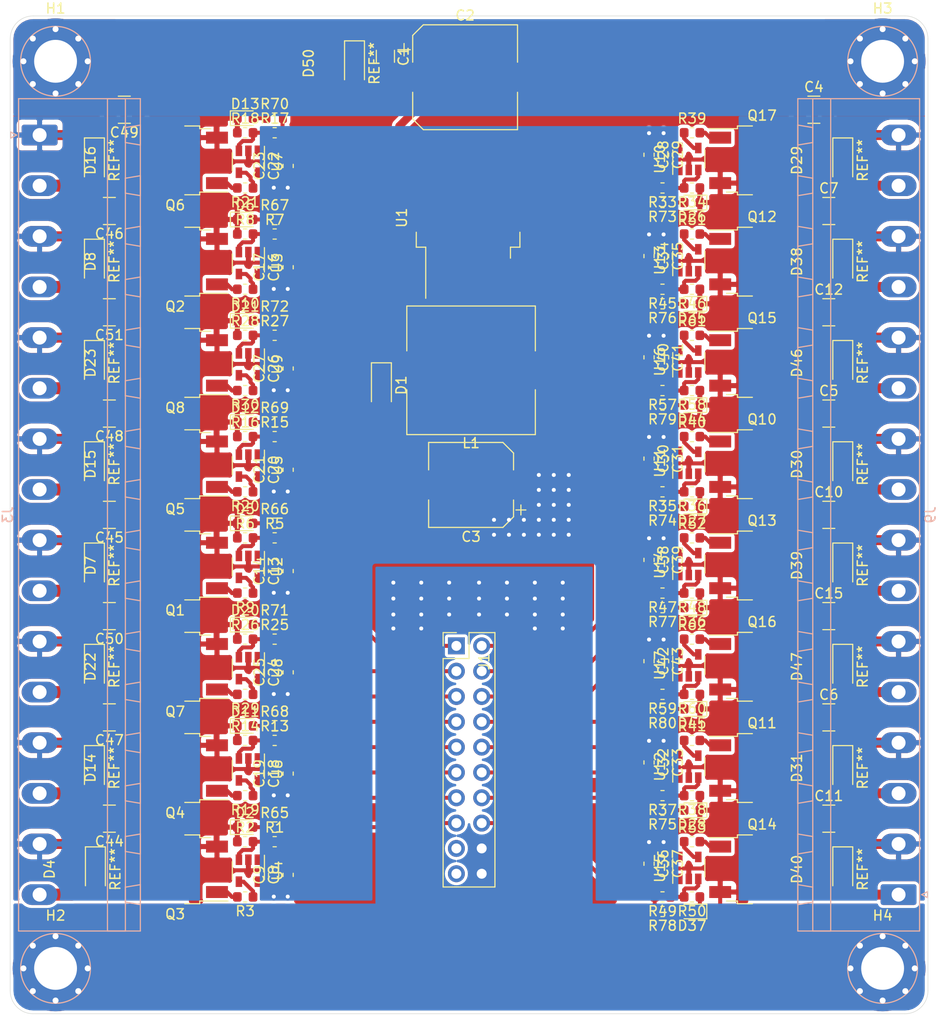
<source format=kicad_pcb>
(kicad_pcb (version 20171130) (host pcbnew "(5.1.0)-1")
  (layers (0 F.Cu signal) (31 B.Cu signal) (34 B.Paste user hide) (35 F.Paste user hide) (36 B.SilkS user hide) (37 F.SilkS user) (38 B.Mask user hide) (39 F.Mask user hide) (44 Edge.Cuts user))
  (net 0 "")
  (net 1 "Net-(Q1-Pad1)")
  (net 2 +48V)
  (net 3 GND)
  (net 4 "Net-(Q2-Pad1)")
  (net 5 "Net-(Q3-Pad1)")
  (net 6 "Net-(Q4-Pad1)")
  (net 7 "Net-(Q5-Pad1)")
  (net 8 "Net-(Q6-Pad1)")
  (net 9 "Net-(Q7-Pad1)")
  (net 10 "Net-(Q8-Pad1)")
  (net 11 "Net-(R1-Pad1)")
  (net 12 "Net-(R3-Pad1)")
  (net 13 "Net-(R9-Pad1)")
  (net 14 "Net-(R17-Pad1)")
  (net 15 "Net-(R19-Pad1)")
  (net 16 "Net-(R25-Pad1)")
  (net 17 +12V)
  (net 18 "Net-(D1-Pad1)")
  (net 19 "Net-(R7-Pad1)")
  (net 20 "Net-(R13-Pad1)")
  (net 21 "Net-(R29-Pad1)")
  (net 22 "Net-(R30-Pad1)")
  (net 23 "Net-(D2-Pad2)")
  (net 24 "Net-(D5-Pad2)")
  (net 25 "Net-(D6-Pad2)")
  (net 26 "Net-(D11-Pad2)")
  (net 27 "Net-(D12-Pad2)")
  (net 28 "Net-(D13-Pad2)")
  (net 29 "Net-(D20-Pad2)")
  (net 30 "Net-(D21-Pad2)")
  (net 31 "Net-(R5-Pad1)")
  (net 32 "Net-(R10-Pad1)")
  (net 33 "Net-(R15-Pad1)")
  (net 34 "Net-(R20-Pad1)")
  (net 35 "Net-(R21-Pad1)")
  (net 36 "Net-(R27-Pad1)")
  (net 37 "Net-(D26-Pad2)")
  (net 38 "Net-(D27-Pad2)")
  (net 39 "Net-(D28-Pad2)")
  (net 40 "Net-(D35-Pad2)")
  (net 41 "Net-(D36-Pad2)")
  (net 42 "Net-(D37-Pad2)")
  (net 43 "Net-(D44-Pad2)")
  (net 44 "Net-(D45-Pad2)")
  (net 45 "Net-(Q10-Pad1)")
  (net 46 "Net-(Q11-Pad1)")
  (net 47 "Net-(Q12-Pad1)")
  (net 48 "Net-(Q13-Pad1)")
  (net 49 "Net-(Q14-Pad1)")
  (net 50 "Net-(Q15-Pad1)")
  (net 51 "Net-(Q16-Pad1)")
  (net 52 "Net-(R33-Pad1)")
  (net 53 "Net-(R35-Pad1)")
  (net 54 "Net-(R37-Pad1)")
  (net 55 "Net-(R39-Pad1)")
  (net 56 "Net-(R40-Pad1)")
  (net 57 "Net-(R41-Pad1)")
  (net 58 "Net-(R45-Pad1)")
  (net 59 "Net-(R47-Pad1)")
  (net 60 "Net-(R49-Pad1)")
  (net 61 "Net-(R51-Pad1)")
  (net 62 "Net-(R52-Pad1)")
  (net 63 "Net-(R53-Pad1)")
  (net 64 "Net-(R57-Pad1)")
  (net 65 "Net-(R59-Pad1)")
  (net 66 "Net-(R61-Pad1)")
  (net 67 "Net-(R62-Pad1)")
  (net 68 "Net-(C1-Pad1)")
  (net 69 IN1)
  (net 70 IN4)
  (net 71 IN7)
  (net 72 IN2)
  (net 73 IN5)
  (net 74 IN8)
  (net 75 IN3)
  (net 76 IN6)
  (net 77 IN9)
  (net 78 IN12)
  (net 79 IN15)
  (net 80 IN10)
  (net 81 IN13)
  (net 82 IN16)
  (net 83 IN11)
  (net 84 IN14)
  (net 85 "Net-(Q17-Pad1)")
  (net 86 OUT_1)
  (net 87 OUT_4)
  (net 88 OUT_7)
  (net 89 OUT_2)
  (net 90 OUT_5)
  (net 91 OUT_8)
  (net 92 OUT_3)
  (net 93 OUT_6)
  (net 94 OUT_9)
  (net 95 OUT_10)
  (net 96 OUT_11)
  (net 97 OUT_12)
  (net 98 OUT_13)
  (net 99 OUT_14)
  (net 100 OUT_15)
  (net 101 OUT_16)
  (module Capacitor_SMD:C_1210_3225Metric (layer F.Cu) (at 98.9 60.68 180)
    (fp_text reference C51 (at 0 -2.28 180) (layer F.SilkS))
    (fp_text value 10u)
    (pad 2 smd roundrect (at 1.4 0 180) (size 1.25 2.65) (layers F.Cu F.Paste F.Mask) (roundrect_rratio 0.2) (net 2 +48V))
    (pad 1 smd roundrect (at -1.4 0 180) (size 1.25 2.65) (layers F.Cu F.Paste F.Mask) (roundrect_rratio 0.2) (net 3 GND))
  )
  (module Capacitor_SMD:C_1210_3225Metric (layer F.Cu) (at 100.4 40.36 180)
    (fp_text reference C49 (at 0 -2.28 180) (layer F.SilkS))
    (fp_text value 10u)
    (pad 2 smd roundrect (at 1.4 0 180) (size 1.25 2.65) (layers F.Cu F.Paste F.Mask) (roundrect_rratio 0.2) (net 2 +48V))
    (pad 1 smd roundrect (at -1.4 0 180) (size 1.25 2.65) (layers F.Cu F.Paste F.Mask) (roundrect_rratio 0.2) (net 3 GND))
  )
  (module Capacitor_SMD:C_1210_3225Metric (layer F.Cu) (at 98.9 70.84 180)
    (fp_text reference C48 (at 0 -2.28 180) (layer F.SilkS))
    (fp_text value 10u)
    (pad 2 smd roundrect (at 1.4 0 180) (size 1.25 2.65) (layers F.Cu F.Paste F.Mask) (roundrect_rratio 0.2) (net 2 +48V))
    (pad 1 smd roundrect (at -1.4 0 180) (size 1.25 2.65) (layers F.Cu F.Paste F.Mask) (roundrect_rratio 0.2) (net 3 GND))
  )
  (module Capacitor_SMD:C_1210_3225Metric (layer F.Cu) (at 98.9 50.52 180)
    (fp_text reference C46 (at 0 -2.28 180) (layer F.SilkS))
    (fp_text value 10u)
    (pad 2 smd roundrect (at 1.4 0 180) (size 1.25 2.65) (layers F.Cu F.Paste F.Mask) (roundrect_rratio 0.2) (net 2 +48V))
    (pad 1 smd roundrect (at -1.4 0 180) (size 1.25 2.65) (layers F.Cu F.Paste F.Mask) (roundrect_rratio 0.2) (net 3 GND))
  )
  (module Resistor_SMD:R_0603_1608Metric (layer F.Cu) (at 112.53 42.67)
    (fp_text reference R18 (at 0 -1.43) (layer F.SilkS))
    (fp_text value 10k)
    (pad 1 smd roundrect (at -0.7875 0) (size 0.875 0.95) (layers F.Cu F.Paste F.Mask) (net 3 GND))
    (pad 2 smd roundrect (at 0.7875 0) (size 0.875 0.95) (layers F.Cu F.Paste F.Mask) (net 14 "Net-(R17-Pad1)"))
  )
  (module Resistor_SMD:R_0603_1608Metric (layer F.Cu) (at 115.49 61.53)
    (fp_text reference R72 (at 0 -1.43) (layer F.SilkS))
    (fp_text value 10k)
    (pad 2 smd roundrect (at 0.825 0) (size 0.8 0.95) (layers F.Cu F.Paste F.Mask) (net 76 IN6))
    (pad 1 smd roundrect (at -0.825 0) (size 0.8 0.95) (layers F.Cu F.Paste F.Mask) (net 30 "Net-(D21-Pad2)"))
  )
  (module Resistor_SMD:R_0603_1608Metric (layer F.Cu) (at 115.49 41.21)
    (fp_text reference R70 (at 0 -1.43) (layer F.SilkS))
    (fp_text value 10k)
    (pad 2 smd roundrect (at 0.825 0) (size 0.8 0.95) (layers F.Cu F.Paste F.Mask) (net 74 IN8))
    (pad 1 smd roundrect (at -0.825 0) (size 0.8 0.95) (layers F.Cu F.Paste F.Mask) (net 28 "Net-(D13-Pad2)"))
  )
  (module Resistor_SMD:R_0603_1608Metric (layer F.Cu) (at 115.49 71.69)
    (fp_text reference R69 (at 0 -1.43) (layer F.SilkS))
    (fp_text value 10k)
    (pad 2 smd roundrect (at 0.825 0) (size 0.8 0.95) (layers F.Cu F.Paste F.Mask) (net 73 IN5))
    (pad 1 smd roundrect (at -0.825 0) (size 0.8 0.95) (layers F.Cu F.Paste F.Mask) (net 27 "Net-(D12-Pad2)"))
  )
  (module Resistor_SMD:R_0603_1608Metric (layer F.Cu) (at 115.49 51.37)
    (fp_text reference R67 (at 0 -1.43) (layer F.SilkS))
    (fp_text value 10k)
    (pad 2 smd roundrect (at 0.825 0) (size 0.8 0.95) (layers F.Cu F.Paste F.Mask) (net 71 IN7))
    (pad 1 smd roundrect (at -0.825 0) (size 0.8 0.95) (layers F.Cu F.Paste F.Mask) (net 25 "Net-(D6-Pad2)"))
  )
  (module Capacitor_SMD:C_0603_1608Metric (layer F.Cu) (at 115.38 66.32 90)
    (fp_text reference C27 (at 0 -1.43 90) (layer F.SilkS))
    (fp_text value 100n)
    (pad 2 smd roundrect (at 0.7875 0 90) (size 0.875 0.95) (layers F.Cu F.Paste F.Mask) (net 3 GND))
    (pad 1 smd roundrect (at -0.7875 0 90) (size 0.875 0.95) (layers F.Cu F.Paste F.Mask) (net 17 +12V))
  )
  (module Capacitor_SMD:C_0603_1608Metric (layer F.Cu) (at 116.84 66.32 90)
    (fp_text reference C26 (at 0 -1.43 90) (layer F.SilkS))
    (fp_text value 1u)
    (pad 2 smd roundrect (at 0.7875 0 90) (size 0.875 0.95) (layers F.Cu F.Paste F.Mask) (net 3 GND))
    (pad 1 smd roundrect (at -0.7875 0 90) (size 0.875 0.95) (layers F.Cu F.Paste F.Mask) (net 17 +12V))
  )
  (module Capacitor_SMD:C_0603_1608Metric (layer F.Cu) (at 115.38 46 90)
    (fp_text reference C23 (at 0 -1.43 90) (layer F.SilkS))
    (fp_text value 100n)
    (pad 2 smd roundrect (at 0.7875 0 90) (size 0.875 0.95) (layers F.Cu F.Paste F.Mask) (net 3 GND))
    (pad 1 smd roundrect (at -0.7875 0 90) (size 0.875 0.95) (layers F.Cu F.Paste F.Mask) (net 17 +12V))
  )
  (module Capacitor_SMD:C_0603_1608Metric (layer F.Cu) (at 116.84 46 90)
    (fp_text reference C22 (at 0 -1.43 90) (layer F.SilkS))
    (fp_text value 1u)
    (pad 2 smd roundrect (at 0.7875 0 90) (size 0.875 0.95) (layers F.Cu F.Paste F.Mask) (net 3 GND))
    (pad 1 smd roundrect (at -0.7875 0 90) (size 0.875 0.95) (layers F.Cu F.Paste F.Mask) (net 17 +12V))
  )
  (module Capacitor_SMD:C_0603_1608Metric (layer F.Cu) (at 115.38 76.48 90)
    (fp_text reference C21 (at 0 -1.43 90) (layer F.SilkS))
    (fp_text value 100n)
    (pad 2 smd roundrect (at 0.7875 0 90) (size 0.875 0.95) (layers F.Cu F.Paste F.Mask) (net 3 GND))
    (pad 1 smd roundrect (at -0.7875 0 90) (size 0.875 0.95) (layers F.Cu F.Paste F.Mask) (net 17 +12V))
  )
  (module Capacitor_SMD:C_0603_1608Metric (layer F.Cu) (at 116.84 76.48 90)
    (fp_text reference C20 (at 0 -1.43 90) (layer F.SilkS))
    (fp_text value 1u)
    (pad 2 smd roundrect (at 0.7875 0 90) (size 0.875 0.95) (layers F.Cu F.Paste F.Mask) (net 3 GND))
    (pad 1 smd roundrect (at -0.7875 0 90) (size 0.875 0.95) (layers F.Cu F.Paste F.Mask) (net 17 +12V))
  )
  (module Capacitor_SMD:C_0603_1608Metric (layer F.Cu) (at 115.38 56.16 90)
    (fp_text reference C17 (at 0 -1.43 90) (layer F.SilkS))
    (fp_text value 100n)
    (pad 2 smd roundrect (at 0.7875 0 90) (size 0.875 0.95) (layers F.Cu F.Paste F.Mask) (net 3 GND))
    (pad 1 smd roundrect (at -0.7875 0 90) (size 0.875 0.95) (layers F.Cu F.Paste F.Mask) (net 17 +12V))
  )
  (module Capacitor_SMD:C_0603_1608Metric (layer F.Cu) (at 116.84 56.16 90)
    (fp_text reference C16 (at 0 -1.43 90) (layer F.SilkS))
    (fp_text value 1u)
    (pad 2 smd roundrect (at 0.7875 0 90) (size 0.875 0.95) (layers F.Cu F.Paste F.Mask) (net 3 GND))
    (pad 1 smd roundrect (at -0.7875 0 90) (size 0.875 0.95) (layers F.Cu F.Paste F.Mask) (net 17 +12V))
  )
  (module Package_TO_SOT_SMD:TO-252-2 (layer F.Cu) (at 105.5 55.6 180)
    (fp_text reference Q2 (at 0 -4.5 180) (layer F.SilkS))
    (fp_text value Q_NMOS_GSD)
    (pad 1 smd rect (at -4.2 -2.28 180) (size 2.2 1.2) (layers F.Cu F.Paste F.Mask) (net 4 "Net-(Q2-Pad1)"))
    (pad 3 smd rect (at -4.2 2.28 180) (size 2.2 1.2) (layers F.Cu F.Paste F.Mask) (net 3 GND))
    (pad 2 smd rect (at 2.1 0 180) (size 6.4 5.8) (layers F.Cu F.Mask) (net 88 OUT_7))
  )
  (module Package_TO_SOT_SMD:SOT-23-5 (layer F.Cu) (at 112.85 65.9 270)
    (fp_text reference U9 (at 0 -2.9 270) (layer F.SilkS))
    (fp_text value MCP1416R)
    (pad 5 smd rect (at 1.1 -0.95 270) (size 1.06 0.65) (layers F.Cu F.Paste F.Mask) (net 17 +12V))
    (pad 4 smd rect (at 1.1 0.95 270) (size 1.06 0.65) (layers F.Cu F.Paste F.Mask) (net 22 "Net-(R30-Pad1)"))
    (pad 3 smd rect (at -1.1 0.95 270) (size 1.06 0.65) (layers F.Cu F.Paste F.Mask) (net 36 "Net-(R27-Pad1)"))
    (pad 2 smd rect (at -1.1 0 270) (size 1.06 0.65) (layers F.Cu F.Paste F.Mask) (net 3 GND))
    (pad 1 smd rect (at -1.1 -0.95 270) (size 1.06 0.65) (layers F.Cu F.Paste F.Mask))
  )
  (module Package_TO_SOT_SMD:SOT-23-5 (layer F.Cu) (at 112.85 45.58 270)
    (fp_text reference U7 (at 0 -2.9 270) (layer F.SilkS))
    (fp_text value MCP1416R)
    (pad 5 smd rect (at 1.1 -0.95 270) (size 1.06 0.65) (layers F.Cu F.Paste F.Mask) (net 17 +12V))
    (pad 4 smd rect (at 1.1 0.95 270) (size 1.06 0.65) (layers F.Cu F.Paste F.Mask) (net 35 "Net-(R21-Pad1)"))
    (pad 3 smd rect (at -1.1 0.95 270) (size 1.06 0.65) (layers F.Cu F.Paste F.Mask) (net 14 "Net-(R17-Pad1)"))
    (pad 2 smd rect (at -1.1 0 270) (size 1.06 0.65) (layers F.Cu F.Paste F.Mask) (net 3 GND))
    (pad 1 smd rect (at -1.1 -0.95 270) (size 1.06 0.65) (layers F.Cu F.Paste F.Mask))
  )
  (module Package_TO_SOT_SMD:SOT-23-5 (layer F.Cu) (at 112.85 76.06 270)
    (fp_text reference U5 (at 0 -2.9 270) (layer F.SilkS))
    (fp_text value MCP1416R)
    (pad 5 smd rect (at 1.1 -0.95 270) (size 1.06 0.65) (layers F.Cu F.Paste F.Mask) (net 17 +12V))
    (pad 4 smd rect (at 1.1 0.95 270) (size 1.06 0.65) (layers F.Cu F.Paste F.Mask) (net 34 "Net-(R20-Pad1)"))
    (pad 3 smd rect (at -1.1 0.95 270) (size 1.06 0.65) (layers F.Cu F.Paste F.Mask) (net 33 "Net-(R15-Pad1)"))
    (pad 2 smd rect (at -1.1 0 270) (size 1.06 0.65) (layers F.Cu F.Paste F.Mask) (net 3 GND))
    (pad 1 smd rect (at -1.1 -0.95 270) (size 1.06 0.65) (layers F.Cu F.Paste F.Mask))
  )
  (module Package_TO_SOT_SMD:SOT-23-5 (layer F.Cu) (at 112.85 55.74 270)
    (fp_text reference U3 (at 0 -2.9 270) (layer F.SilkS))
    (fp_text value MCP1416R)
    (pad 5 smd rect (at 1.1 -0.95 270) (size 1.06 0.65) (layers F.Cu F.Paste F.Mask) (net 17 +12V))
    (pad 4 smd rect (at 1.1 0.95 270) (size 1.06 0.65) (layers F.Cu F.Paste F.Mask) (net 32 "Net-(R10-Pad1)"))
    (pad 3 smd rect (at -1.1 0.95 270) (size 1.06 0.65) (layers F.Cu F.Paste F.Mask) (net 19 "Net-(R7-Pad1)"))
    (pad 2 smd rect (at -1.1 0 270) (size 1.06 0.65) (layers F.Cu F.Paste F.Mask) (net 3 GND))
    (pad 1 smd rect (at -1.1 -0.95 270) (size 1.06 0.65) (layers F.Cu F.Paste F.Mask))
  )
  (module MK_Footprints:SOD_128 (layer F.Cu) (at 97.5 65.76 270)
    (fp_text reference D23 (at 0 0.5 270) (layer F.SilkS))
    (fp_text value PMEG6010CEH)
    (fp_text user REF** (at 0 -1.9 270) (layer F.SilkS))
    (pad 1 smd rect (at -2.2 0.1 270) (size 1.4 2.1) (layers F.Cu F.Paste F.Mask) (net 2 +48V))
    (pad 2 smd rect (at 2.2 0.1 270) (size 1.4 2.1) (layers F.Cu F.Paste F.Mask) (net 93 OUT_6))
  )
  (module MK_Footprints:SOD_128 (layer F.Cu) (at 97.5 45.44 270)
    (fp_text reference D16 (at 0 0.5 270) (layer F.SilkS))
    (fp_text value PMEG6010CEH)
    (fp_text user REF** (at 0 -1.9 270) (layer F.SilkS))
    (pad 1 smd rect (at -2.2 0.1 270) (size 1.4 2.1) (layers F.Cu F.Paste F.Mask) (net 2 +48V))
    (pad 2 smd rect (at 2.2 0.1 270) (size 1.4 2.1) (layers F.Cu F.Paste F.Mask) (net 91 OUT_8))
  )
  (module MK_Footprints:SOD_128 (layer F.Cu) (at 97.5 75.92 270)
    (fp_text reference D15 (at 0 0.5 270) (layer F.SilkS))
    (fp_text value PMEG6010CEH)
    (fp_text user REF** (at 0 -1.9 270) (layer F.SilkS))
    (pad 1 smd rect (at -2.2 0.1 270) (size 1.4 2.1) (layers F.Cu F.Paste F.Mask) (net 2 +48V))
    (pad 2 smd rect (at 2.2 0.1 270) (size 1.4 2.1) (layers F.Cu F.Paste F.Mask) (net 90 OUT_5))
  )
  (module MK_Footprints:SOD_128 (layer F.Cu) (at 97.5 55.6 270)
    (fp_text reference D8 (at 0 0.5 270) (layer F.SilkS))
    (fp_text value PMEG6010CEH)
    (fp_text user REF** (at 0 -1.9 270) (layer F.SilkS))
    (pad 1 smd rect (at -2.2 0.1 270) (size 1.4 2.1) (layers F.Cu F.Paste F.Mask) (net 2 +48V))
    (pad 2 smd rect (at 2.2 0.1 270) (size 1.4 2.1) (layers F.Cu F.Paste F.Mask) (net 88 OUT_7))
  )
  (module Resistor_SMD:R_0603_1608Metric (layer F.Cu) (at 112.53 68.53 180)
    (fp_text reference R30 (at 0 -1.43 180) (layer F.SilkS))
    (fp_text value 100)
    (pad 1 smd roundrect (at -0.7875 0 180) (size 0.875 0.95) (layers F.Cu F.Paste F.Mask) (net 22 "Net-(R30-Pad1)"))
    (pad 2 smd roundrect (at 0.7875 0 180) (size 0.875 0.95) (layers F.Cu F.Paste F.Mask) (net 10 "Net-(Q8-Pad1)"))
  )
  (module Resistor_SMD:R_0603_1608Metric (layer F.Cu) (at 112.53 62.99)
    (fp_text reference R28 (at 0 -1.43) (layer F.SilkS))
    (fp_text value 10k)
    (pad 1 smd roundrect (at -0.7875 0) (size 0.875 0.95) (layers F.Cu F.Paste F.Mask) (net 3 GND))
    (pad 2 smd roundrect (at 0.7875 0) (size 0.875 0.95) (layers F.Cu F.Paste F.Mask) (net 36 "Net-(R27-Pad1)"))
  )
  (module Resistor_SMD:R_0603_1608Metric (layer F.Cu) (at 115.49 62.99)
    (fp_text reference R27 (at 0 -1.43) (layer F.SilkS))
    (fp_text value 10k)
    (pad 1 smd roundrect (at -0.7875 0) (size 0.875 0.95) (layers F.Cu F.Paste F.Mask) (net 36 "Net-(R27-Pad1)"))
    (pad 2 smd roundrect (at 0.7875 0) (size 0.875 0.95) (layers F.Cu F.Paste F.Mask) (net 76 IN6))
  )
  (module Resistor_SMD:R_0603_1608Metric (layer F.Cu) (at 112.53 48.21 180)
    (fp_text reference R21 (at 0 -1.43 180) (layer F.SilkS))
    (fp_text value 100)
    (pad 1 smd roundrect (at -0.7875 0 180) (size 0.875 0.95) (layers F.Cu F.Paste F.Mask) (net 35 "Net-(R21-Pad1)"))
    (pad 2 smd roundrect (at 0.7875 0 180) (size 0.875 0.95) (layers F.Cu F.Paste F.Mask) (net 8 "Net-(Q6-Pad1)"))
  )
  (module Resistor_SMD:R_0603_1608Metric (layer F.Cu) (at 112.53 78.69 180)
    (fp_text reference R20 (at 0 -1.43 180) (layer F.SilkS))
    (fp_text value 100)
    (pad 1 smd roundrect (at -0.7875 0 180) (size 0.875 0.95) (layers F.Cu F.Paste F.Mask) (net 34 "Net-(R20-Pad1)"))
    (pad 2 smd roundrect (at 0.7875 0 180) (size 0.875 0.95) (layers F.Cu F.Paste F.Mask) (net 7 "Net-(Q5-Pad1)"))
  )
  (module Resistor_SMD:R_0603_1608Metric (layer F.Cu) (at 115.49 42.67)
    (fp_text reference R17 (at 0 -1.43) (layer F.SilkS))
    (fp_text value 10k)
    (pad 1 smd roundrect (at -0.7875 0) (size 0.875 0.95) (layers F.Cu F.Paste F.Mask) (net 14 "Net-(R17-Pad1)"))
    (pad 2 smd roundrect (at 0.7875 0) (size 0.875 0.95) (layers F.Cu F.Paste F.Mask) (net 74 IN8))
  )
  (module Resistor_SMD:R_0603_1608Metric (layer F.Cu) (at 112.53 73.15)
    (fp_text reference R16 (at 0 -1.43) (layer F.SilkS))
    (fp_text value 10k)
    (pad 1 smd roundrect (at -0.7875 0) (size 0.875 0.95) (layers F.Cu F.Paste F.Mask) (net 3 GND))
    (pad 2 smd roundrect (at 0.7875 0) (size 0.875 0.95) (layers F.Cu F.Paste F.Mask) (net 33 "Net-(R15-Pad1)"))
  )
  (module Resistor_SMD:R_0603_1608Metric (layer F.Cu) (at 115.49 73.15)
    (fp_text reference R15 (at 0 -1.43) (layer F.SilkS))
    (fp_text value 10k)
    (pad 1 smd roundrect (at -0.7875 0) (size 0.875 0.95) (layers F.Cu F.Paste F.Mask) (net 33 "Net-(R15-Pad1)"))
    (pad 2 smd roundrect (at 0.7875 0) (size 0.875 0.95) (layers F.Cu F.Paste F.Mask) (net 73 IN5))
  )
  (module Resistor_SMD:R_0603_1608Metric (layer F.Cu) (at 112.53 58.37 180)
    (fp_text reference R10 (at 0 -1.43 180) (layer F.SilkS))
    (fp_text value 100)
    (pad 1 smd roundrect (at -0.7875 0 180) (size 0.875 0.95) (layers F.Cu F.Paste F.Mask) (net 32 "Net-(R10-Pad1)"))
    (pad 2 smd roundrect (at 0.7875 0 180) (size 0.875 0.95) (layers F.Cu F.Paste F.Mask) (net 4 "Net-(Q2-Pad1)"))
  )
  (module Resistor_SMD:R_0603_1608Metric (layer F.Cu) (at 112.53 52.83)
    (fp_text reference R8 (at 0 -1.43) (layer F.SilkS))
    (fp_text value 10k)
    (pad 1 smd roundrect (at -0.7875 0) (size 0.875 0.95) (layers F.Cu F.Paste F.Mask) (net 3 GND))
    (pad 2 smd roundrect (at 0.7875 0) (size 0.875 0.95) (layers F.Cu F.Paste F.Mask) (net 19 "Net-(R7-Pad1)"))
  )
  (module Resistor_SMD:R_0603_1608Metric (layer F.Cu) (at 115.49 52.83)
    (fp_text reference R7 (at 0 -1.43) (layer F.SilkS))
    (fp_text value 10k)
    (pad 1 smd roundrect (at -0.7875 0) (size 0.875 0.95) (layers F.Cu F.Paste F.Mask) (net 19 "Net-(R7-Pad1)"))
    (pad 2 smd roundrect (at 0.7875 0) (size 0.875 0.95) (layers F.Cu F.Paste F.Mask) (net 71 IN7))
  )
  (module Package_TO_SOT_SMD:TO-252-2 (layer F.Cu) (at 105.5 65.76 180)
    (fp_text reference Q8 (at 0 -4.5 180) (layer F.SilkS))
    (fp_text value Q_NMOS_GSD)
    (pad 1 smd rect (at -4.2 -2.28 180) (size 2.2 1.2) (layers F.Cu F.Paste F.Mask) (net 10 "Net-(Q8-Pad1)"))
    (pad 3 smd rect (at -4.2 2.28 180) (size 2.2 1.2) (layers F.Cu F.Paste F.Mask) (net 3 GND))
    (pad 2 smd rect (at 2.1 0 180) (size 6.4 5.8) (layers F.Cu F.Mask) (net 93 OUT_6))
  )
  (module Package_TO_SOT_SMD:TO-252-2 (layer F.Cu) (at 105.5 45.44 180)
    (fp_text reference Q6 (at 0 -4.5 180) (layer F.SilkS))
    (fp_text value Q_NMOS_GSD)
    (pad 1 smd rect (at -4.2 -2.28 180) (size 2.2 1.2) (layers F.Cu F.Paste F.Mask) (net 8 "Net-(Q6-Pad1)"))
    (pad 3 smd rect (at -4.2 2.28 180) (size 2.2 1.2) (layers F.Cu F.Paste F.Mask) (net 3 GND))
    (pad 2 smd rect (at 2.1 0 180) (size 6.4 5.8) (layers F.Cu F.Mask) (net 91 OUT_8))
  )
  (module Package_TO_SOT_SMD:TO-252-2 (layer F.Cu) (at 105.5 75.92 180)
    (fp_text reference Q5 (at 0 -4.5 180) (layer F.SilkS))
    (fp_text value Q_NMOS_GSD)
    (pad 1 smd rect (at -4.2 -2.28 180) (size 2.2 1.2) (layers F.Cu F.Paste F.Mask) (net 7 "Net-(Q5-Pad1)"))
    (pad 3 smd rect (at -4.2 2.28 180) (size 2.2 1.2) (layers F.Cu F.Paste F.Mask) (net 3 GND))
    (pad 2 smd rect (at 2.1 0 180) (size 6.4 5.8) (layers F.Cu F.Mask) (net 90 OUT_5))
  )
  (module LED_SMD:LED_0603_1608Metric (layer F.Cu) (at 112.53 61.53)
    (fp_text reference D21 (at 0 -1.43) (layer F.SilkS))
    (fp_text value LED)
    (pad 1 smd roundrect (at -0.7875 0) (size 0.875 0.95) (layers F.Cu F.Paste F.Mask) (net 3 GND))
    (pad 2 smd roundrect (at 0.7875 0) (size 0.875 0.95) (layers F.Cu F.Paste F.Mask) (net 30 "Net-(D21-Pad2)"))
  )
  (module LED_SMD:LED_0603_1608Metric (layer F.Cu) (at 112.53 41.21)
    (fp_text reference D13 (at 0 -1.43) (layer F.SilkS))
    (fp_text value LED)
    (pad 1 smd roundrect (at -0.7875 0) (size 0.875 0.95) (layers F.Cu F.Paste F.Mask) (net 3 GND))
    (pad 2 smd roundrect (at 0.7875 0) (size 0.875 0.95) (layers F.Cu F.Paste F.Mask) (net 28 "Net-(D13-Pad2)"))
  )
  (module LED_SMD:LED_0603_1608Metric (layer F.Cu) (at 112.53 71.69)
    (fp_text reference D12 (at 0 -1.43) (layer F.SilkS))
    (fp_text value LED)
    (pad 1 smd roundrect (at -0.7875 0) (size 0.875 0.95) (layers F.Cu F.Paste F.Mask) (net 3 GND))
    (pad 2 smd roundrect (at 0.7875 0) (size 0.875 0.95) (layers F.Cu F.Paste F.Mask) (net 27 "Net-(D12-Pad2)"))
  )
  (module LED_SMD:LED_0603_1608Metric (layer F.Cu) (at 112.53 51.37)
    (fp_text reference D6 (at 0 -1.43) (layer F.SilkS))
    (fp_text value LED)
    (pad 1 smd roundrect (at -0.7875 0) (size 0.875 0.95) (layers F.Cu F.Paste F.Mask) (net 3 GND))
    (pad 2 smd roundrect (at 0.7875 0) (size 0.875 0.95) (layers F.Cu F.Paste F.Mask) (net 25 "Net-(D6-Pad2)"))
  )
  (module MountingHole:MountingHole_4.3mm_M4_Pad_Via (layer F.Cu) (at 176.5 126.5)
    (fp_text reference H4 (at 0 -5.3) (layer F.SilkS))
    (fp_text value MountingHole)
    (pad 1 thru_hole circle (at 2.280419 -2.280419) (size 0.9 0.9) (drill 0.6) (layers *.Cu *.Mask) (net 3 GND))
    (pad 1 thru_hole circle (at 0 -3.225) (size 0.9 0.9) (drill 0.6) (layers *.Cu *.Mask) (net 3 GND))
    (pad 1 thru_hole circle (at -2.280419 -2.280419) (size 0.9 0.9) (drill 0.6) (layers *.Cu *.Mask) (net 3 GND))
    (pad 1 thru_hole circle (at -3.225 0) (size 0.9 0.9) (drill 0.6) (layers *.Cu *.Mask) (net 3 GND))
    (pad 1 thru_hole circle (at -2.280419 2.280419) (size 0.9 0.9) (drill 0.6) (layers *.Cu *.Mask) (net 3 GND))
    (pad 1 thru_hole circle (at 0 3.225) (size 0.9 0.9) (drill 0.6) (layers *.Cu *.Mask) (net 3 GND))
    (pad 1 thru_hole circle (at 2.280419 2.280419) (size 0.9 0.9) (drill 0.6) (layers *.Cu *.Mask) (net 3 GND))
    (pad 1 thru_hole circle (at 3.225 0) (size 0.9 0.9) (drill 0.6) (layers *.Cu *.Mask) (net 3 GND))
    (pad 1 thru_hole circle (at 0 0) (size 8.6 8.6) (drill 4.3) (layers *.Cu *.Mask) (net 3 GND))
  )
  (module MountingHole:MountingHole_4.3mm_M4_Pad_Via (layer F.Cu) (at 176.5 35.5)
    (fp_text reference H3 (at 0 -5.3) (layer F.SilkS))
    (fp_text value MountingHole)
    (pad 1 thru_hole circle (at 2.280419 -2.280419) (size 0.9 0.9) (drill 0.6) (layers *.Cu *.Mask) (net 2 +48V))
    (pad 1 thru_hole circle (at 0 -3.225) (size 0.9 0.9) (drill 0.6) (layers *.Cu *.Mask) (net 2 +48V))
    (pad 1 thru_hole circle (at -2.280419 -2.280419) (size 0.9 0.9) (drill 0.6) (layers *.Cu *.Mask) (net 2 +48V))
    (pad 1 thru_hole circle (at -3.225 0) (size 0.9 0.9) (drill 0.6) (layers *.Cu *.Mask) (net 2 +48V))
    (pad 1 thru_hole circle (at -2.280419 2.280419) (size 0.9 0.9) (drill 0.6) (layers *.Cu *.Mask) (net 2 +48V))
    (pad 1 thru_hole circle (at 0 3.225) (size 0.9 0.9) (drill 0.6) (layers *.Cu *.Mask) (net 2 +48V))
    (pad 1 thru_hole circle (at 2.280419 2.280419) (size 0.9 0.9) (drill 0.6) (layers *.Cu *.Mask) (net 2 +48V))
    (pad 1 thru_hole circle (at 3.225 0) (size 0.9 0.9) (drill 0.6) (layers *.Cu *.Mask) (net 2 +48V))
    (pad 1 thru_hole circle (at 0 0) (size 8.6 8.6) (drill 4.3) (layers *.Cu *.Mask) (net 2 +48V))
  )
  (module MountingHole:MountingHole_4.3mm_M4_Pad_Via (layer F.Cu) (at 93.5 126.5)
    (fp_text reference H2 (at 0 -5.3) (layer F.SilkS))
    (fp_text value MountingHole)
    (pad 1 thru_hole circle (at 2.280419 -2.280419) (size 0.9 0.9) (drill 0.6) (layers *.Cu *.Mask) (net 3 GND))
    (pad 1 thru_hole circle (at 0 -3.225) (size 0.9 0.9) (drill 0.6) (layers *.Cu *.Mask) (net 3 GND))
    (pad 1 thru_hole circle (at -2.280419 -2.280419) (size 0.9 0.9) (drill 0.6) (layers *.Cu *.Mask) (net 3 GND))
    (pad 1 thru_hole circle (at -3.225 0) (size 0.9 0.9) (drill 0.6) (layers *.Cu *.Mask) (net 3 GND))
    (pad 1 thru_hole circle (at -2.280419 2.280419) (size 0.9 0.9) (drill 0.6) (layers *.Cu *.Mask) (net 3 GND))
    (pad 1 thru_hole circle (at 0 3.225) (size 0.9 0.9) (drill 0.6) (layers *.Cu *.Mask) (net 3 GND))
    (pad 1 thru_hole circle (at 2.280419 2.280419) (size 0.9 0.9) (drill 0.6) (layers *.Cu *.Mask) (net 3 GND))
    (pad 1 thru_hole circle (at 3.225 0) (size 0.9 0.9) (drill 0.6) (layers *.Cu *.Mask) (net 3 GND))
    (pad 1 thru_hole circle (at 0 0) (size 8.6 8.6) (drill 4.3) (layers *.Cu *.Mask) (net 3 GND))
  )
  (module MountingHole:MountingHole_4.3mm_M4_Pad_Via (layer F.Cu) (at 93.5 35.5)
    (fp_text reference H1 (at 0 -5.3) (layer F.SilkS))
    (fp_text value MountingHole)
    (pad 1 thru_hole circle (at 2.280419 -2.280419) (size 0.9 0.9) (drill 0.6) (layers *.Cu *.Mask) (net 2 +48V))
    (pad 1 thru_hole circle (at 0 -3.225) (size 0.9 0.9) (drill 0.6) (layers *.Cu *.Mask) (net 2 +48V))
    (pad 1 thru_hole circle (at -2.280419 -2.280419) (size 0.9 0.9) (drill 0.6) (layers *.Cu *.Mask) (net 2 +48V))
    (pad 1 thru_hole circle (at -3.225 0) (size 0.9 0.9) (drill 0.6) (layers *.Cu *.Mask) (net 2 +48V))
    (pad 1 thru_hole circle (at -2.280419 2.280419) (size 0.9 0.9) (drill 0.6) (layers *.Cu *.Mask) (net 2 +48V))
    (pad 1 thru_hole circle (at 0 3.225) (size 0.9 0.9) (drill 0.6) (layers *.Cu *.Mask) (net 2 +48V))
    (pad 1 thru_hole circle (at 2.280419 2.280419) (size 0.9 0.9) (drill 0.6) (layers *.Cu *.Mask) (net 2 +48V))
    (pad 1 thru_hole circle (at 3.225 0) (size 0.9 0.9) (drill 0.6) (layers *.Cu *.Mask) (net 2 +48V))
    (pad 1 thru_hole circle (at 0 0) (size 8.6 8.6) (drill 4.3) (layers *.Cu *.Mask) (net 2 +48V))
  )
  (module Package_TO_SOT_SMD:TO-252-2 (layer F.Cu) (at 105.5 106.4 180)
    (fp_text reference Q4 (at 0 -4.5 180) (layer F.SilkS))
    (fp_text value Q_NMOS_GSD)
    (pad 1 smd rect (at -4.2 -2.28 180) (size 2.2 1.2) (layers F.Cu F.Paste F.Mask) (net 6 "Net-(Q4-Pad1)"))
    (pad 3 smd rect (at -4.2 2.28 180) (size 2.2 1.2) (layers F.Cu F.Paste F.Mask) (net 3 GND))
    (pad 2 smd rect (at 2.1 0 180) (size 6.4 5.8) (layers F.Cu F.Mask) (net 89 OUT_2))
  )
  (module Package_TO_SOT_SMD:TO-252-2 (layer F.Cu) (at 105.5 116.56 180)
    (fp_text reference Q3 (at 0 -4.5 180) (layer F.SilkS))
    (fp_text value Q_NMOS_GSD)
    (pad 1 smd rect (at -4.2 -2.28 180) (size 2.2 1.2) (layers F.Cu F.Paste F.Mask) (net 5 "Net-(Q3-Pad1)"))
    (pad 3 smd rect (at -4.2 2.28 180) (size 2.2 1.2) (layers F.Cu F.Paste F.Mask) (net 3 GND))
    (pad 2 smd rect (at 2.1 0 180) (size 6.4 5.8) (layers F.Cu F.Mask) (net 86 OUT_1))
  )
  (module Capacitor_SMD:C_1210_3225Metric (layer F.Cu) (at 171.1 91.16)
    (fp_text reference C15 (at 0 -2.28) (layer F.SilkS))
    (fp_text value 10u)
    (pad 2 smd roundrect (at 1.4 0) (size 1.25 2.65) (layers F.Cu F.Paste F.Mask) (roundrect_rratio 0.2) (net 2 +48V))
    (pad 1 smd roundrect (at -1.4 0) (size 1.25 2.65) (layers F.Cu F.Paste F.Mask) (roundrect_rratio 0.2) (net 3 GND))
  )
  (module Capacitor_SMD:C_1210_3225Metric (layer F.Cu) (at 171.1 60.68)
    (fp_text reference C12 (at 0 -2.28) (layer F.SilkS))
    (fp_text value 10u)
    (pad 2 smd roundrect (at 1.4 0) (size 1.25 2.65) (layers F.Cu F.Paste F.Mask) (roundrect_rratio 0.2) (net 2 +48V))
    (pad 1 smd roundrect (at -1.4 0) (size 1.25 2.65) (layers F.Cu F.Paste F.Mask) (roundrect_rratio 0.2) (net 3 GND))
  )
  (module Capacitor_SMD:C_1210_3225Metric (layer F.Cu) (at 171.1 111.48)
    (fp_text reference C11 (at 0 -2.28) (layer F.SilkS))
    (fp_text value 10u)
    (pad 2 smd roundrect (at 1.4 0) (size 1.25 2.65) (layers F.Cu F.Paste F.Mask) (roundrect_rratio 0.2) (net 2 +48V))
    (pad 1 smd roundrect (at -1.4 0) (size 1.25 2.65) (layers F.Cu F.Paste F.Mask) (roundrect_rratio 0.2) (net 3 GND))
  )
  (module Capacitor_SMD:C_1210_3225Metric (layer F.Cu) (at 171.1 81)
    (fp_text reference C10 (at 0 -2.28) (layer F.SilkS))
    (fp_text value 10u)
    (pad 2 smd roundrect (at 1.4 0) (size 1.25 2.65) (layers F.Cu F.Paste F.Mask) (roundrect_rratio 0.2) (net 2 +48V))
    (pad 1 smd roundrect (at -1.4 0) (size 1.25 2.65) (layers F.Cu F.Paste F.Mask) (roundrect_rratio 0.2) (net 3 GND))
  )
  (module Capacitor_SMD:C_1210_3225Metric (layer F.Cu) (at 171.1 50.52)
    (fp_text reference C7 (at 0 -2.28) (layer F.SilkS))
    (fp_text value 10u)
    (pad 2 smd roundrect (at 1.4 0) (size 1.25 2.65) (layers F.Cu F.Paste F.Mask) (roundrect_rratio 0.2) (net 2 +48V))
    (pad 1 smd roundrect (at -1.4 0) (size 1.25 2.65) (layers F.Cu F.Paste F.Mask) (roundrect_rratio 0.2) (net 3 GND))
  )
  (module Capacitor_SMD:C_1210_3225Metric (layer F.Cu) (at 171.1 101.32)
    (fp_text reference C6 (at 0 -2.28) (layer F.SilkS))
    (fp_text value 10u)
    (pad 2 smd roundrect (at 1.4 0) (size 1.25 2.65) (layers F.Cu F.Paste F.Mask) (roundrect_rratio 0.2) (net 2 +48V))
    (pad 1 smd roundrect (at -1.4 0) (size 1.25 2.65) (layers F.Cu F.Paste F.Mask) (roundrect_rratio 0.2) (net 3 GND))
  )
  (module Capacitor_SMD:C_1210_3225Metric (layer F.Cu) (at 171.1 70.84)
    (fp_text reference C5 (at 0 -2.28) (layer F.SilkS))
    (fp_text value 10u)
    (pad 2 smd roundrect (at 1.4 0) (size 1.25 2.65) (layers F.Cu F.Paste F.Mask) (roundrect_rratio 0.2) (net 2 +48V))
    (pad 1 smd roundrect (at -1.4 0) (size 1.25 2.65) (layers F.Cu F.Paste F.Mask) (roundrect_rratio 0.2) (net 3 GND))
  )
  (module Capacitor_SMD:C_1210_3225Metric (layer F.Cu) (at 169.6 40.36)
    (fp_text reference C4 (at 0 -2.28) (layer F.SilkS))
    (fp_text value 10u)
    (pad 2 smd roundrect (at 1.4 0) (size 1.25 2.65) (layers F.Cu F.Paste F.Mask) (roundrect_rratio 0.2) (net 2 +48V))
    (pad 1 smd roundrect (at -1.4 0) (size 1.25 2.65) (layers F.Cu F.Paste F.Mask) (roundrect_rratio 0.2) (net 3 GND))
  )
  (module Capacitor_SMD:C_1210_3225Metric (layer F.Cu) (at 98.9 91.16 180)
    (fp_text reference C50 (at 0 -2.28 180) (layer F.SilkS))
    (fp_text value 10u)
    (pad 2 smd roundrect (at 1.4 0 180) (size 1.25 2.65) (layers F.Cu F.Paste F.Mask) (roundrect_rratio 0.2) (net 2 +48V))
    (pad 1 smd roundrect (at -1.4 0 180) (size 1.25 2.65) (layers F.Cu F.Paste F.Mask) (roundrect_rratio 0.2) (net 3 GND))
  )
  (module Capacitor_SMD:C_1210_3225Metric (layer F.Cu) (at 98.9 101.32 180)
    (fp_text reference C47 (at 0 -2.28 180) (layer F.SilkS))
    (fp_text value 10u)
    (pad 2 smd roundrect (at 1.4 0 180) (size 1.25 2.65) (layers F.Cu F.Paste F.Mask) (roundrect_rratio 0.2) (net 2 +48V))
    (pad 1 smd roundrect (at -1.4 0 180) (size 1.25 2.65) (layers F.Cu F.Paste F.Mask) (roundrect_rratio 0.2) (net 3 GND))
  )
  (module Capacitor_SMD:C_1210_3225Metric (layer F.Cu) (at 98.9 81 180)
    (fp_text reference C45 (at 0 -2.28 180) (layer F.SilkS))
    (fp_text value 10u)
    (pad 2 smd roundrect (at 1.4 0 180) (size 1.25 2.65) (layers F.Cu F.Paste F.Mask) (roundrect_rratio 0.2) (net 2 +48V))
    (pad 1 smd roundrect (at -1.4 0 180) (size 1.25 2.65) (layers F.Cu F.Paste F.Mask) (roundrect_rratio 0.2) (net 3 GND))
  )
  (module Capacitor_SMD:C_1210_3225Metric (layer F.Cu) (at 98.9 111.48 180)
    (fp_text reference C44 (at 0 -2.28 180) (layer F.SilkS))
    (fp_text value 10u)
    (pad 2 smd roundrect (at 1.4 0 180) (size 1.25 2.65) (layers F.Cu F.Paste F.Mask) (roundrect_rratio 0.2) (net 2 +48V))
    (pad 1 smd roundrect (at -1.4 0 180) (size 1.25 2.65) (layers F.Cu F.Paste F.Mask) (roundrect_rratio 0.2) (net 3 GND))
  )
  (module Connector_Phoenix_MSTB:PhoenixContact_MSTBA_2,5_16-G-5,08_1x16_P5.08mm_Horizontal (layer B.Cu) (at 178.1 119.1 90)
    (fp_text reference J9 (at 38.1 3.2 90) (layer B.SilkS) (effects (justify mirror)))
    (fp_text value Conn_01x16)
    (pad 16 thru_hole oval (at 76.2 0 90) (size 2.08 3.6) (drill 1.4) (layers *.Cu *.Mask) (net 2 +48V))
    (pad 15 thru_hole oval (at 71.12 0 90) (size 2.08 3.6) (drill 1.4) (layers *.Cu *.Mask) (net 94 OUT_9))
    (pad 14 thru_hole oval (at 66.04 0 90) (size 2.08 3.6) (drill 1.4) (layers *.Cu *.Mask) (net 2 +48V))
    (pad 13 thru_hole oval (at 60.96 0 90) (size 2.08 3.6) (drill 1.4) (layers *.Cu *.Mask) (net 95 OUT_10))
    (pad 12 thru_hole oval (at 55.88 0 90) (size 2.08 3.6) (drill 1.4) (layers *.Cu *.Mask) (net 2 +48V))
    (pad 11 thru_hole oval (at 50.8 0 90) (size 2.08 3.6) (drill 1.4) (layers *.Cu *.Mask) (net 96 OUT_11))
    (pad 10 thru_hole oval (at 45.72 0 90) (size 2.08 3.6) (drill 1.4) (layers *.Cu *.Mask) (net 2 +48V))
    (pad 9 thru_hole oval (at 40.64 0 90) (size 2.08 3.6) (drill 1.4) (layers *.Cu *.Mask) (net 97 OUT_12))
    (pad 8 thru_hole oval (at 35.56 0 90) (size 2.08 3.6) (drill 1.4) (layers *.Cu *.Mask) (net 2 +48V))
    (pad 7 thru_hole oval (at 30.48 0 90) (size 2.08 3.6) (drill 1.4) (layers *.Cu *.Mask) (net 98 OUT_13))
    (pad 6 thru_hole oval (at 25.4 0 90) (size 2.08 3.6) (drill 1.4) (layers *.Cu *.Mask) (net 2 +48V))
    (pad 5 thru_hole oval (at 20.32 0 90) (size 2.08 3.6) (drill 1.4) (layers *.Cu *.Mask) (net 99 OUT_14))
    (pad 4 thru_hole oval (at 15.24 0 90) (size 2.08 3.6) (drill 1.4) (layers *.Cu *.Mask) (net 2 +48V))
    (pad 3 thru_hole oval (at 10.16 0 90) (size 2.08 3.6) (drill 1.4) (layers *.Cu *.Mask) (net 100 OUT_15))
    (pad 2 thru_hole oval (at 5.08 0 90) (size 2.08 3.6) (drill 1.4) (layers *.Cu *.Mask) (net 2 +48V))
    (pad 1 thru_hole roundrect (at 0 0 90) (size 2.08 3.6) (drill 1.4) (layers *.Cu *.Mask) (roundrect_rratio 0.120192) (net 101 OUT_16))
  )
  (module Connector_Phoenix_MSTB:PhoenixContact_MSTBA_2,5_16-G-5,08_1x16_P5.08mm_Horizontal (layer B.Cu) (at 91.9 42.9 270)
    (fp_text reference J3 (at 38.1 3.2 270) (layer B.SilkS) (effects (justify mirror)))
    (fp_text value Conn_01x16)
    (pad 16 thru_hole oval (at 76.2 0 270) (size 2.08 3.6) (drill 1.4) (layers *.Cu *.Mask) (net 86 OUT_1))
    (pad 15 thru_hole oval (at 71.12 0 270) (size 2.08 3.6) (drill 1.4) (layers *.Cu *.Mask) (net 2 +48V))
    (pad 14 thru_hole oval (at 66.04 0 270) (size 2.08 3.6) (drill 1.4) (layers *.Cu *.Mask) (net 89 OUT_2))
    (pad 13 thru_hole oval (at 60.96 0 270) (size 2.08 3.6) (drill 1.4) (layers *.Cu *.Mask) (net 2 +48V))
    (pad 12 thru_hole oval (at 55.88 0 270) (size 2.08 3.6) (drill 1.4) (layers *.Cu *.Mask) (net 92 OUT_3))
    (pad 11 thru_hole oval (at 50.8 0 270) (size 2.08 3.6) (drill 1.4) (layers *.Cu *.Mask) (net 2 +48V))
    (pad 10 thru_hole oval (at 45.72 0 270) (size 2.08 3.6) (drill 1.4) (layers *.Cu *.Mask) (net 87 OUT_4))
    (pad 9 thru_hole oval (at 40.64 0 270) (size 2.08 3.6) (drill 1.4) (layers *.Cu *.Mask) (net 2 +48V))
    (pad 8 thru_hole oval (at 35.56 0 270) (size 2.08 3.6) (drill 1.4) (layers *.Cu *.Mask) (net 90 OUT_5))
    (pad 7 thru_hole oval (at 30.48 0 270) (size 2.08 3.6) (drill 1.4) (layers *.Cu *.Mask) (net 2 +48V))
    (pad 6 thru_hole oval (at 25.4 0 270) (size 2.08 3.6) (drill 1.4) (layers *.Cu *.Mask) (net 93 OUT_6))
    (pad 5 thru_hole oval (at 20.32 0 270) (size 2.08 3.6) (drill 1.4) (layers *.Cu *.Mask) (net 2 +48V))
    (pad 4 thru_hole oval (at 15.24 0 270) (size 2.08 3.6) (drill 1.4) (layers *.Cu *.Mask) (net 88 OUT_7))
    (pad 3 thru_hole oval (at 10.16 0 270) (size 2.08 3.6) (drill 1.4) (layers *.Cu *.Mask) (net 2 +48V))
    (pad 2 thru_hole oval (at 5.08 0 270) (size 2.08 3.6) (drill 1.4) (layers *.Cu *.Mask) (net 91 OUT_8))
    (pad 1 thru_hole roundrect (at 0 0 270) (size 2.08 3.6) (drill 1.4) (layers *.Cu *.Mask) (roundrect_rratio 0.120192) (net 2 +48V))
  )
  (module Resistor_SMD:R_0603_1608Metric (layer F.Cu) (at 154.41 100.47 180)
    (fp_text reference R80 (at 0 -1.43 180) (layer F.SilkS))
    (fp_text value 10k)
    (pad 2 smd roundrect (at 0.7875 0 180) (size 0.875 0.95) (layers F.Cu F.Paste F.Mask) (net 84 IN14))
    (pad 1 smd roundrect (at -0.7875 0 180) (size 0.875 0.95) (layers F.Cu F.Paste F.Mask) (net 44 "Net-(D45-Pad2)"))
  )
  (module Resistor_SMD:R_0603_1608Metric (layer F.Cu) (at 154.41 69.99 180)
    (fp_text reference R79 (at 0 -1.43 180) (layer F.SilkS))
    (fp_text value 10k)
    (pad 2 smd roundrect (at 0.7875 0 180) (size 0.875 0.95) (layers F.Cu F.Paste F.Mask) (net 83 IN11))
    (pad 1 smd roundrect (at -0.7875 0 180) (size 0.875 0.95) (layers F.Cu F.Paste F.Mask) (net 43 "Net-(D44-Pad2)"))
  )
  (module Resistor_SMD:R_0603_1608Metric (layer F.Cu) (at 154.41 120.79 180)
    (fp_text reference R78 (at 0 -1.43 180) (layer F.SilkS))
    (fp_text value 10k)
    (pad 2 smd roundrect (at 0.7875 0 180) (size 0.875 0.95) (layers F.Cu F.Paste F.Mask) (net 82 IN16))
    (pad 1 smd roundrect (at -0.7875 0 180) (size 0.875 0.95) (layers F.Cu F.Paste F.Mask) (net 42 "Net-(D37-Pad2)"))
  )
  (module Resistor_SMD:R_0603_1608Metric (layer F.Cu) (at 154.41 90.31 180)
    (fp_text reference R77 (at 0 -1.43 180) (layer F.SilkS))
    (fp_text value 10k)
    (pad 2 smd roundrect (at 0.7875 0 180) (size 0.875 0.95) (layers F.Cu F.Paste F.Mask) (net 81 IN13))
    (pad 1 smd roundrect (at -0.7875 0 180) (size 0.875 0.95) (layers F.Cu F.Paste F.Mask) (net 41 "Net-(D36-Pad2)"))
  )
  (module Resistor_SMD:R_0603_1608Metric (layer F.Cu) (at 154.41 59.83 180)
    (fp_text reference R76 (at 0 -1.43 180) (layer F.SilkS))
    (fp_text value 10k)
    (pad 2 smd roundrect (at 0.7875 0 180) (size 0.875 0.95) (layers F.Cu F.Paste F.Mask) (net 80 IN10))
    (pad 1 smd roundrect (at -0.7875 0 180) (size 0.875 0.95) (layers F.Cu F.Paste F.Mask) (net 40 "Net-(D35-Pad2)"))
  )
  (module Resistor_SMD:R_0603_1608Metric (layer F.Cu) (at 154.41 110.63 180)
    (fp_text reference R75 (at 0 -1.43 180) (layer F.SilkS))
    (fp_text value 10k)
    (pad 2 smd roundrect (at 0.7875 0 180) (size 0.875 0.95) (layers F.Cu F.Paste F.Mask) (net 79 IN15))
    (pad 1 smd roundrect (at -0.7875 0 180) (size 0.875 0.95) (layers F.Cu F.Paste F.Mask) (net 39 "Net-(D28-Pad2)"))
  )
  (module Resistor_SMD:R_0603_1608Metric (layer F.Cu) (at 154.41 80.15 180)
    (fp_text reference R74 (at 0 -1.43 180) (layer F.SilkS))
    (fp_text value 10k)
    (pad 2 smd roundrect (at 0.7875 0 180) (size 0.875 0.95) (layers F.Cu F.Paste F.Mask) (net 78 IN12))
    (pad 1 smd roundrect (at -0.7875 0 180) (size 0.875 0.95) (layers F.Cu F.Paste F.Mask) (net 38 "Net-(D27-Pad2)"))
  )
  (module Resistor_SMD:R_0603_1608Metric (layer F.Cu) (at 154.41 49.67 180)
    (fp_text reference R73 (at 0 -1.43 180) (layer F.SilkS))
    (fp_text value 10k)
    (pad 2 smd roundrect (at 0.7875 0 180) (size 0.875 0.95) (layers F.Cu F.Paste F.Mask) (net 77 IN9))
    (pad 1 smd roundrect (at -0.7875 0 180) (size 0.875 0.95) (layers F.Cu F.Paste F.Mask) (net 37 "Net-(D26-Pad2)"))
  )
  (module Resistor_SMD:R_0603_1608Metric (layer F.Cu) (at 115.49 92.01)
    (fp_text reference R71 (at 0 -1.43) (layer F.SilkS))
    (fp_text value 10k)
    (pad 2 smd roundrect (at 0.825 0) (size 0.8 0.95) (layers F.Cu F.Paste F.Mask) (net 75 IN3))
    (pad 1 smd roundrect (at -0.825 0) (size 0.8 0.95) (layers F.Cu F.Paste F.Mask) (net 29 "Net-(D20-Pad2)"))
  )
  (module Resistor_SMD:R_0603_1608Metric (layer F.Cu) (at 115.49 102.17)
    (fp_text reference R68 (at 0 -1.43) (layer F.SilkS))
    (fp_text value 10k)
    (pad 2 smd roundrect (at 0.825 0) (size 0.8 0.95) (layers F.Cu F.Paste F.Mask) (net 72 IN2))
    (pad 1 smd roundrect (at -0.825 0) (size 0.8 0.95) (layers F.Cu F.Paste F.Mask) (net 26 "Net-(D11-Pad2)"))
  )
  (module Resistor_SMD:R_0603_1608Metric (layer F.Cu) (at 115.49 81.85)
    (fp_text reference R66 (at 0 -1.43) (layer F.SilkS))
    (fp_text value 10k)
    (pad 2 smd roundrect (at 0.825 0) (size 0.8 0.95) (layers F.Cu F.Paste F.Mask) (net 70 IN4))
    (pad 1 smd roundrect (at -0.825 0) (size 0.8 0.95) (layers F.Cu F.Paste F.Mask) (net 24 "Net-(D5-Pad2)"))
  )
  (module Resistor_SMD:R_0603_1608Metric (layer F.Cu) (at 115.49 112.33)
    (fp_text reference R65 (at 0 -1.43) (layer F.SilkS))
    (fp_text value 10k)
    (pad 2 smd roundrect (at 0.825 0) (size 0.8 0.95) (layers F.Cu F.Paste F.Mask) (net 69 IN1))
    (pad 1 smd roundrect (at -0.825 0) (size 0.8 0.95) (layers F.Cu F.Paste F.Mask) (net 23 "Net-(D2-Pad2)"))
  )
  (module Capacitor_SMD:C_0603_1608Metric (layer F.Cu) (at 154.52 95.68 270)
    (fp_text reference C43 (at 0 -1.43 270) (layer F.SilkS))
    (fp_text value 100n)
    (pad 2 smd roundrect (at 0.7875 0 270) (size 0.875 0.95) (layers F.Cu F.Paste F.Mask) (net 3 GND))
    (pad 1 smd roundrect (at -0.7875 0 270) (size 0.875 0.95) (layers F.Cu F.Paste F.Mask) (net 17 +12V))
  )
  (module Capacitor_SMD:C_0603_1608Metric (layer F.Cu) (at 153.06 95.68 270)
    (fp_text reference C42 (at 0 -1.43 270) (layer F.SilkS))
    (fp_text value 1u)
    (pad 2 smd roundrect (at 0.7875 0 270) (size 0.875 0.95) (layers F.Cu F.Paste F.Mask) (net 3 GND))
    (pad 1 smd roundrect (at -0.7875 0 270) (size 0.875 0.95) (layers F.Cu F.Paste F.Mask) (net 17 +12V))
  )
  (module Capacitor_SMD:C_0603_1608Metric (layer F.Cu) (at 154.52 65.2 270)
    (fp_text reference C41 (at 0 -1.43 270) (layer F.SilkS))
    (fp_text value 100n)
    (pad 2 smd roundrect (at 0.7875 0 270) (size 0.875 0.95) (layers F.Cu F.Paste F.Mask) (net 3 GND))
    (pad 1 smd roundrect (at -0.7875 0 270) (size 0.875 0.95) (layers F.Cu F.Paste F.Mask) (net 17 +12V))
  )
  (module Capacitor_SMD:C_0603_1608Metric (layer F.Cu) (at 153.06 65.2 270)
    (fp_text reference C40 (at 0 -1.43 270) (layer F.SilkS))
    (fp_text value 1u)
    (pad 2 smd roundrect (at 0.7875 0 270) (size 0.875 0.95) (layers F.Cu F.Paste F.Mask) (net 3 GND))
    (pad 1 smd roundrect (at -0.7875 0 270) (size 0.875 0.95) (layers F.Cu F.Paste F.Mask) (net 17 +12V))
  )
  (module Capacitor_SMD:C_0603_1608Metric (layer F.Cu) (at 154.52 85.52 270)
    (fp_text reference C39 (at 0 -1.43 270) (layer F.SilkS))
    (fp_text value 100n)
    (pad 2 smd roundrect (at 0.7875 0 270) (size 0.875 0.95) (layers F.Cu F.Paste F.Mask) (net 3 GND))
    (pad 1 smd roundrect (at -0.7875 0 270) (size 0.875 0.95) (layers F.Cu F.Paste F.Mask) (net 17 +12V))
  )
  (module Capacitor_SMD:C_0603_1608Metric (layer F.Cu) (at 153.06 85.52 270)
    (fp_text reference C38 (at 0 -1.43 270) (layer F.SilkS))
    (fp_text value 1u)
    (pad 2 smd roundrect (at 0.7875 0 270) (size 0.875 0.95) (layers F.Cu F.Paste F.Mask) (net 3 GND))
    (pad 1 smd roundrect (at -0.7875 0 270) (size 0.875 0.95) (layers F.Cu F.Paste F.Mask) (net 17 +12V))
  )
  (module Capacitor_SMD:C_0603_1608Metric (layer F.Cu) (at 154.52 116 270)
    (fp_text reference C37 (at 0 -1.43 270) (layer F.SilkS))
    (fp_text value 100n)
    (pad 2 smd roundrect (at 0.7875 0 270) (size 0.875 0.95) (layers F.Cu F.Paste F.Mask) (net 3 GND))
    (pad 1 smd roundrect (at -0.7875 0 270) (size 0.875 0.95) (layers F.Cu F.Paste F.Mask) (net 17 +12V))
  )
  (module Capacitor_SMD:C_0603_1608Metric (layer F.Cu) (at 153.06 116 270)
    (fp_text reference C36 (at 0 -1.43 270) (layer F.SilkS))
    (fp_text value 1u)
    (pad 2 smd roundrect (at 0.7875 0 270) (size 0.875 0.95) (layers F.Cu F.Paste F.Mask) (net 3 GND))
    (pad 1 smd roundrect (at -0.7875 0 270) (size 0.875 0.95) (layers F.Cu F.Paste F.Mask) (net 17 +12V))
  )
  (module Capacitor_SMD:C_0603_1608Metric (layer F.Cu) (at 154.52 55.04 270)
    (fp_text reference C35 (at 0 -1.43 270) (layer F.SilkS))
    (fp_text value 100n)
    (pad 2 smd roundrect (at 0.7875 0 270) (size 0.875 0.95) (layers F.Cu F.Paste F.Mask) (net 3 GND))
    (pad 1 smd roundrect (at -0.7875 0 270) (size 0.875 0.95) (layers F.Cu F.Paste F.Mask) (net 17 +12V))
  )
  (module Capacitor_SMD:C_0603_1608Metric (layer F.Cu) (at 153.06 55.04 270)
    (fp_text reference C34 (at 0 -1.43 270) (layer F.SilkS))
    (fp_text value 1u)
    (pad 2 smd roundrect (at 0.7875 0 270) (size 0.875 0.95) (layers F.Cu F.Paste F.Mask) (net 3 GND))
    (pad 1 smd roundrect (at -0.7875 0 270) (size 0.875 0.95) (layers F.Cu F.Paste F.Mask) (net 17 +12V))
  )
  (module Capacitor_SMD:C_0603_1608Metric (layer F.Cu) (at 154.52 105.84 270)
    (fp_text reference C33 (at 0 -1.43 270) (layer F.SilkS))
    (fp_text value 100n)
    (pad 2 smd roundrect (at 0.7875 0 270) (size 0.875 0.95) (layers F.Cu F.Paste F.Mask) (net 3 GND))
    (pad 1 smd roundrect (at -0.7875 0 270) (size 0.875 0.95) (layers F.Cu F.Paste F.Mask) (net 17 +12V))
  )
  (module Capacitor_SMD:C_0603_1608Metric (layer F.Cu) (at 153.06 105.84 270)
    (fp_text reference C32 (at 0 -1.43 270) (layer F.SilkS))
    (fp_text value 1u)
    (pad 2 smd roundrect (at 0.7875 0 270) (size 0.875 0.95) (layers F.Cu F.Paste F.Mask) (net 3 GND))
    (pad 1 smd roundrect (at -0.7875 0 270) (size 0.875 0.95) (layers F.Cu F.Paste F.Mask) (net 17 +12V))
  )
  (module Capacitor_SMD:C_0603_1608Metric (layer F.Cu) (at 154.52 75.36 270)
    (fp_text reference C31 (at 0 -1.43 270) (layer F.SilkS))
    (fp_text value 100n)
    (pad 2 smd roundrect (at 0.7875 0 270) (size 0.875 0.95) (layers F.Cu F.Paste F.Mask) (net 3 GND))
    (pad 1 smd roundrect (at -0.7875 0 270) (size 0.875 0.95) (layers F.Cu F.Paste F.Mask) (net 17 +12V))
  )
  (module Capacitor_SMD:C_0603_1608Metric (layer F.Cu) (at 153.06 75.36 270)
    (fp_text reference C30 (at 0 -1.43 270) (layer F.SilkS))
    (fp_text value 1u)
    (pad 2 smd roundrect (at 0.7875 0 270) (size 0.875 0.95) (layers F.Cu F.Paste F.Mask) (net 3 GND))
    (pad 1 smd roundrect (at -0.7875 0 270) (size 0.875 0.95) (layers F.Cu F.Paste F.Mask) (net 17 +12V))
  )
  (module Capacitor_SMD:C_0603_1608Metric (layer F.Cu) (at 154.52 44.88 270)
    (fp_text reference C29 (at 0 -1.43 270) (layer F.SilkS))
    (fp_text value 100n)
    (pad 2 smd roundrect (at 0.7875 0 270) (size 0.875 0.95) (layers F.Cu F.Paste F.Mask) (net 3 GND))
    (pad 1 smd roundrect (at -0.7875 0 270) (size 0.875 0.95) (layers F.Cu F.Paste F.Mask) (net 17 +12V))
  )
  (module Capacitor_SMD:C_0603_1608Metric (layer F.Cu) (at 153.06 44.88 270)
    (fp_text reference C28 (at 0 -1.43 270) (layer F.SilkS))
    (fp_text value 1u)
    (pad 2 smd roundrect (at 0.7875 0 270) (size 0.875 0.95) (layers F.Cu F.Paste F.Mask) (net 3 GND))
    (pad 1 smd roundrect (at -0.7875 0 270) (size 0.875 0.95) (layers F.Cu F.Paste F.Mask) (net 17 +12V))
  )
  (module Capacitor_SMD:C_0603_1608Metric (layer F.Cu) (at 115.38 96.8 90)
    (fp_text reference C25 (at 0 -1.43 90) (layer F.SilkS))
    (fp_text value 100n)
    (pad 2 smd roundrect (at 0.7875 0 90) (size 0.875 0.95) (layers F.Cu F.Paste F.Mask) (net 3 GND))
    (pad 1 smd roundrect (at -0.7875 0 90) (size 0.875 0.95) (layers F.Cu F.Paste F.Mask) (net 17 +12V))
  )
  (module Capacitor_SMD:C_0603_1608Metric (layer F.Cu) (at 116.84 96.8 90)
    (fp_text reference C24 (at 0 -1.43 90) (layer F.SilkS))
    (fp_text value 1u)
    (pad 2 smd roundrect (at 0.7875 0 90) (size 0.875 0.95) (layers F.Cu F.Paste F.Mask) (net 3 GND))
    (pad 1 smd roundrect (at -0.7875 0 90) (size 0.875 0.95) (layers F.Cu F.Paste F.Mask) (net 17 +12V))
  )
  (module Capacitor_SMD:C_0603_1608Metric (layer F.Cu) (at 115.38 106.96 90)
    (fp_text reference C19 (at 0 -1.43 90) (layer F.SilkS))
    (fp_text value 100n)
    (pad 2 smd roundrect (at 0.7875 0 90) (size 0.875 0.95) (layers F.Cu F.Paste F.Mask) (net 3 GND))
    (pad 1 smd roundrect (at -0.7875 0 90) (size 0.875 0.95) (layers F.Cu F.Paste F.Mask) (net 17 +12V))
  )
  (module Capacitor_SMD:C_0603_1608Metric (layer F.Cu) (at 116.84 106.96 90)
    (fp_text reference C18 (at 0 -1.43 90) (layer F.SilkS))
    (fp_text value 1u)
    (pad 2 smd roundrect (at 0.7875 0 90) (size 0.875 0.95) (layers F.Cu F.Paste F.Mask) (net 3 GND))
    (pad 1 smd roundrect (at -0.7875 0 90) (size 0.875 0.95) (layers F.Cu F.Paste F.Mask) (net 17 +12V))
  )
  (module Capacitor_SMD:C_0603_1608Metric (layer F.Cu) (at 115.38 86.64 90)
    (fp_text reference C14 (at 0 -1.43 90) (layer F.SilkS))
    (fp_text value 100n)
    (pad 2 smd roundrect (at 0.7875 0 90) (size 0.875 0.95) (layers F.Cu F.Paste F.Mask) (net 3 GND))
    (pad 1 smd roundrect (at -0.7875 0 90) (size 0.875 0.95) (layers F.Cu F.Paste F.Mask) (net 17 +12V))
  )
  (module Capacitor_SMD:C_0603_1608Metric (layer F.Cu) (at 116.84 86.64 90)
    (fp_text reference C13 (at 0 -1.43 90) (layer F.SilkS))
    (fp_text value 1u)
    (pad 2 smd roundrect (at 0.7875 0 90) (size 0.875 0.95) (layers F.Cu F.Paste F.Mask) (net 3 GND))
    (pad 1 smd roundrect (at -0.7875 0 90) (size 0.875 0.95) (layers F.Cu F.Paste F.Mask) (net 17 +12V))
  )
  (module Capacitor_SMD:C_0603_1608Metric (layer F.Cu) (at 115.38 117.12 90)
    (fp_text reference C9 (at 0 -1.43 90) (layer F.SilkS))
    (fp_text value 100n)
    (pad 2 smd roundrect (at 0.7875 0 90) (size 0.875 0.95) (layers F.Cu F.Paste F.Mask) (net 3 GND))
    (pad 1 smd roundrect (at -0.7875 0 90) (size 0.875 0.95) (layers F.Cu F.Paste F.Mask) (net 17 +12V))
  )
  (module Capacitor_SMD:C_0603_1608Metric (layer F.Cu) (at 116.84 117.12 90)
    (fp_text reference C8 (at 0 -1.43 90) (layer F.SilkS))
    (fp_text value 1u)
    (pad 2 smd roundrect (at 0.7875 0 90) (size 0.875 0.95) (layers F.Cu F.Paste F.Mask) (net 3 GND))
    (pad 1 smd roundrect (at -0.7875 0 90) (size 0.875 0.95) (layers F.Cu F.Paste F.Mask) (net 17 +12V))
  )
  (module Package_TO_SOT_SMD:TO-252-2 (layer F.Cu) (at 164.4 45.44)
    (fp_text reference Q17 (at 0 -4.5) (layer F.SilkS))
    (fp_text value Q_NMOS_GDS)
    (pad 2 smd rect (at 2.1 0) (size 6.4 5.8) (layers F.Cu F.Mask) (net 94 OUT_9))
    (pad 3 smd rect (at -4.2 2.28) (size 2.2 1.2) (layers F.Cu F.Paste F.Mask) (net 3 GND))
    (pad 1 smd rect (at -4.2 -2.28) (size 2.2 1.2) (layers F.Cu F.Paste F.Mask) (net 85 "Net-(Q17-Pad1)"))
  )
  (module Package_TO_SOT_SMD:SOT-23-5 (layer F.Cu) (at 157.05 96.1 90)
    (fp_text reference U17 (at 0 -2.9 90) (layer F.SilkS))
    (fp_text value MCP1416R)
    (pad 5 smd rect (at 1.1 -0.95 90) (size 1.06 0.65) (layers F.Cu F.Paste F.Mask) (net 17 +12V))
    (pad 4 smd rect (at 1.1 0.95 90) (size 1.06 0.65) (layers F.Cu F.Paste F.Mask) (net 67 "Net-(R62-Pad1)"))
    (pad 3 smd rect (at -1.1 0.95 90) (size 1.06 0.65) (layers F.Cu F.Paste F.Mask) (net 65 "Net-(R59-Pad1)"))
    (pad 2 smd rect (at -1.1 0 90) (size 1.06 0.65) (layers F.Cu F.Paste F.Mask) (net 3 GND))
    (pad 1 smd rect (at -1.1 -0.95 90) (size 1.06 0.65) (layers F.Cu F.Paste F.Mask))
  )
  (module Package_TO_SOT_SMD:SOT-23-5 (layer F.Cu) (at 157.05 65.62 90)
    (fp_text reference U16 (at 0 -2.9 90) (layer F.SilkS))
    (fp_text value MCP1416R)
    (pad 5 smd rect (at 1.1 -0.95 90) (size 1.06 0.65) (layers F.Cu F.Paste F.Mask) (net 17 +12V))
    (pad 4 smd rect (at 1.1 0.95 90) (size 1.06 0.65) (layers F.Cu F.Paste F.Mask) (net 66 "Net-(R61-Pad1)"))
    (pad 3 smd rect (at -1.1 0.95 90) (size 1.06 0.65) (layers F.Cu F.Paste F.Mask) (net 64 "Net-(R57-Pad1)"))
    (pad 2 smd rect (at -1.1 0 90) (size 1.06 0.65) (layers F.Cu F.Paste F.Mask) (net 3 GND))
    (pad 1 smd rect (at -1.1 -0.95 90) (size 1.06 0.65) (layers F.Cu F.Paste F.Mask))
  )
  (module Package_TO_SOT_SMD:SOT-23-5 (layer F.Cu) (at 157.05 116.42 90)
    (fp_text reference U15 (at 0 -2.9 90) (layer F.SilkS))
    (fp_text value MCP1416R)
    (pad 5 smd rect (at 1.1 -0.95 90) (size 1.06 0.65) (layers F.Cu F.Paste F.Mask) (net 17 +12V))
    (pad 4 smd rect (at 1.1 0.95 90) (size 1.06 0.65) (layers F.Cu F.Paste F.Mask) (net 63 "Net-(R53-Pad1)"))
    (pad 3 smd rect (at -1.1 0.95 90) (size 1.06 0.65) (layers F.Cu F.Paste F.Mask) (net 60 "Net-(R49-Pad1)"))
    (pad 2 smd rect (at -1.1 0 90) (size 1.06 0.65) (layers F.Cu F.Paste F.Mask) (net 3 GND))
    (pad 1 smd rect (at -1.1 -0.95 90) (size 1.06 0.65) (layers F.Cu F.Paste F.Mask))
  )
  (module Package_TO_SOT_SMD:SOT-23-5 (layer F.Cu) (at 157.05 85.94 90)
    (fp_text reference U14 (at 0 -2.9 90) (layer F.SilkS))
    (fp_text value MCP1416R)
    (pad 5 smd rect (at 1.1 -0.95 90) (size 1.06 0.65) (layers F.Cu F.Paste F.Mask) (net 17 +12V))
    (pad 4 smd rect (at 1.1 0.95 90) (size 1.06 0.65) (layers F.Cu F.Paste F.Mask) (net 62 "Net-(R52-Pad1)"))
    (pad 3 smd rect (at -1.1 0.95 90) (size 1.06 0.65) (layers F.Cu F.Paste F.Mask) (net 59 "Net-(R47-Pad1)"))
    (pad 2 smd rect (at -1.1 0 90) (size 1.06 0.65) (layers F.Cu F.Paste F.Mask) (net 3 GND))
    (pad 1 smd rect (at -1.1 -0.95 90) (size 1.06 0.65) (layers F.Cu F.Paste F.Mask))
  )
  (module Package_TO_SOT_SMD:SOT-23-5 (layer F.Cu) (at 157.05 55.46 90)
    (fp_text reference U13 (at 0 -2.9 90) (layer F.SilkS))
    (fp_text value MCP1416R)
    (pad 5 smd rect (at 1.1 -0.95 90) (size 1.06 0.65) (layers F.Cu F.Paste F.Mask) (net 17 +12V))
    (pad 4 smd rect (at 1.1 0.95 90) (size 1.06 0.65) (layers F.Cu F.Paste F.Mask) (net 61 "Net-(R51-Pad1)"))
    (pad 3 smd rect (at -1.1 0.95 90) (size 1.06 0.65) (layers F.Cu F.Paste F.Mask) (net 58 "Net-(R45-Pad1)"))
    (pad 2 smd rect (at -1.1 0 90) (size 1.06 0.65) (layers F.Cu F.Paste F.Mask) (net 3 GND))
    (pad 1 smd rect (at -1.1 -0.95 90) (size 1.06 0.65) (layers F.Cu F.Paste F.Mask))
  )
  (module Package_TO_SOT_SMD:SOT-23-5 (layer F.Cu) (at 157.05 106.26 90)
    (fp_text reference U12 (at 0 -2.9 90) (layer F.SilkS))
    (fp_text value MCP1416R)
    (pad 5 smd rect (at 1.1 -0.95 90) (size 1.06 0.65) (layers F.Cu F.Paste F.Mask) (net 17 +12V))
    (pad 4 smd rect (at 1.1 0.95 90) (size 1.06 0.65) (layers F.Cu F.Paste F.Mask) (net 57 "Net-(R41-Pad1)"))
    (pad 3 smd rect (at -1.1 0.95 90) (size 1.06 0.65) (layers F.Cu F.Paste F.Mask) (net 54 "Net-(R37-Pad1)"))
    (pad 2 smd rect (at -1.1 0 90) (size 1.06 0.65) (layers F.Cu F.Paste F.Mask) (net 3 GND))
    (pad 1 smd rect (at -1.1 -0.95 90) (size 1.06 0.65) (layers F.Cu F.Paste F.Mask))
  )
  (module Package_TO_SOT_SMD:SOT-23-5 (layer F.Cu) (at 157.05 75.78 90)
    (fp_text reference U11 (at 0 -2.9 90) (layer F.SilkS))
    (fp_text value MCP1416R)
    (pad 5 smd rect (at 1.1 -0.95 90) (size 1.06 0.65) (layers F.Cu F.Paste F.Mask) (net 17 +12V))
    (pad 4 smd rect (at 1.1 0.95 90) (size 1.06 0.65) (layers F.Cu F.Paste F.Mask) (net 56 "Net-(R40-Pad1)"))
    (pad 3 smd rect (at -1.1 0.95 90) (size 1.06 0.65) (layers F.Cu F.Paste F.Mask) (net 53 "Net-(R35-Pad1)"))
    (pad 2 smd rect (at -1.1 0 90) (size 1.06 0.65) (layers F.Cu F.Paste F.Mask) (net 3 GND))
    (pad 1 smd rect (at -1.1 -0.95 90) (size 1.06 0.65) (layers F.Cu F.Paste F.Mask))
  )
  (module Package_TO_SOT_SMD:SOT-23-5 (layer F.Cu) (at 157.05 45.3 90)
    (fp_text reference U10 (at 0 -2.9 90) (layer F.SilkS))
    (fp_text value MCP1416R)
    (pad 5 smd rect (at 1.1 -0.95 90) (size 1.06 0.65) (layers F.Cu F.Paste F.Mask) (net 17 +12V))
    (pad 4 smd rect (at 1.1 0.95 90) (size 1.06 0.65) (layers F.Cu F.Paste F.Mask) (net 55 "Net-(R39-Pad1)"))
    (pad 3 smd rect (at -1.1 0.95 90) (size 1.06 0.65) (layers F.Cu F.Paste F.Mask) (net 52 "Net-(R33-Pad1)"))
    (pad 2 smd rect (at -1.1 0 90) (size 1.06 0.65) (layers F.Cu F.Paste F.Mask) (net 3 GND))
    (pad 1 smd rect (at -1.1 -0.95 90) (size 1.06 0.65) (layers F.Cu F.Paste F.Mask))
  )
  (module Package_TO_SOT_SMD:SOT-23-5 (layer F.Cu) (at 112.85 96.38 270)
    (fp_text reference U8 (at 0 -2.9 270) (layer F.SilkS))
    (fp_text value MCP1416R)
    (pad 5 smd rect (at 1.1 -0.95 270) (size 1.06 0.65) (layers F.Cu F.Paste F.Mask) (net 17 +12V))
    (pad 4 smd rect (at 1.1 0.95 270) (size 1.06 0.65) (layers F.Cu F.Paste F.Mask) (net 21 "Net-(R29-Pad1)"))
    (pad 3 smd rect (at -1.1 0.95 270) (size 1.06 0.65) (layers F.Cu F.Paste F.Mask) (net 16 "Net-(R25-Pad1)"))
    (pad 2 smd rect (at -1.1 0 270) (size 1.06 0.65) (layers F.Cu F.Paste F.Mask) (net 3 GND))
    (pad 1 smd rect (at -1.1 -0.95 270) (size 1.06 0.65) (layers F.Cu F.Paste F.Mask))
  )
  (module Package_TO_SOT_SMD:SOT-23-5 (layer F.Cu) (at 112.85 106.54 270)
    (fp_text reference U6 (at 0 -2.9 270) (layer F.SilkS))
    (fp_text value MCP1416R)
    (pad 5 smd rect (at 1.1 -0.95 270) (size 1.06 0.65) (layers F.Cu F.Paste F.Mask) (net 17 +12V))
    (pad 4 smd rect (at 1.1 0.95 270) (size 1.06 0.65) (layers F.Cu F.Paste F.Mask) (net 15 "Net-(R19-Pad1)"))
    (pad 3 smd rect (at -1.1 0.95 270) (size 1.06 0.65) (layers F.Cu F.Paste F.Mask) (net 20 "Net-(R13-Pad1)"))
    (pad 2 smd rect (at -1.1 0 270) (size 1.06 0.65) (layers F.Cu F.Paste F.Mask) (net 3 GND))
    (pad 1 smd rect (at -1.1 -0.95 270) (size 1.06 0.65) (layers F.Cu F.Paste F.Mask))
  )
  (module Package_TO_SOT_SMD:SOT-23-5 (layer F.Cu) (at 112.85 86.22 270)
    (fp_text reference U2 (at 0 -2.9 270) (layer F.SilkS))
    (fp_text value MCP1416R)
    (pad 5 smd rect (at 1.1 -0.95 270) (size 1.06 0.65) (layers F.Cu F.Paste F.Mask) (net 17 +12V))
    (pad 4 smd rect (at 1.1 0.95 270) (size 1.06 0.65) (layers F.Cu F.Paste F.Mask) (net 13 "Net-(R9-Pad1)"))
    (pad 3 smd rect (at -1.1 0.95 270) (size 1.06 0.65) (layers F.Cu F.Paste F.Mask) (net 31 "Net-(R5-Pad1)"))
    (pad 2 smd rect (at -1.1 0 270) (size 1.06 0.65) (layers F.Cu F.Paste F.Mask) (net 3 GND))
    (pad 1 smd rect (at -1.1 -0.95 270) (size 1.06 0.65) (layers F.Cu F.Paste F.Mask))
  )
  (module Package_TO_SOT_SMD:SOT-23-5 (layer F.Cu) (at 112.85 116.7 270)
    (fp_text reference U4 (at 0 -2.9 270) (layer F.SilkS))
    (fp_text value MCP1416R)
    (pad 5 smd rect (at 1.1 -0.95 270) (size 1.06 0.65) (layers F.Cu F.Paste F.Mask) (net 17 +12V))
    (pad 4 smd rect (at 1.1 0.95 270) (size 1.06 0.65) (layers F.Cu F.Paste F.Mask) (net 12 "Net-(R3-Pad1)"))
    (pad 3 smd rect (at -1.1 0.95 270) (size 1.06 0.65) (layers F.Cu F.Paste F.Mask) (net 11 "Net-(R1-Pad1)"))
    (pad 2 smd rect (at -1.1 0 270) (size 1.06 0.65) (layers F.Cu F.Paste F.Mask) (net 3 GND))
    (pad 1 smd rect (at -1.1 -0.95 270) (size 1.06 0.65) (layers F.Cu F.Paste F.Mask))
  )
  (module MK_Footprints:PinHeader_2x10_P2.54mm_61202022021 (layer F.Cu) (at 133.725 94.145 270)
    (fp_text reference J1 (at 1.6 -2.8 270) (layer F.SilkS))
    (fp_text value Conn_02x08_Odd_Even)
    (pad 5 thru_hole oval (at 5.08 0) (size 1.7 1.7) (drill 1) (layers *.Cu *.Mask) (net 76 IN6))
    (pad 11 thru_hole oval (at 12.7 0) (size 1.7 1.7) (drill 1) (layers *.Cu *.Mask) (net 75 IN3))
    (pad 15 thru_hole oval (at 17.78 0) (size 1.7 1.7) (drill 1) (layers *.Cu *.Mask) (net 69 IN1))
    (pad 18 thru_hole oval (at 20.32 -2.54) (size 1.7 1.7) (drill 1) (layers *.Cu *.Mask) (net 3 GND))
    (pad 19 thru_hole oval (at 22.86 0) (size 1.7 1.7) (drill 1) (layers *.Cu *.Mask))
    (pad 3 thru_hole oval (at 2.54 0) (size 1.7 1.7) (drill 1) (layers *.Cu *.Mask) (net 71 IN7))
    (pad 6 thru_hole oval (at 5.08 -2.54) (size 1.7 1.7) (drill 1) (layers *.Cu *.Mask) (net 83 IN11))
    (pad 7 thru_hole oval (at 7.62 0) (size 1.7 1.7) (drill 1) (layers *.Cu *.Mask) (net 73 IN5))
    (pad 8 thru_hole oval (at 7.62 -2.54) (size 1.7 1.7) (drill 1) (layers *.Cu *.Mask) (net 78 IN12))
    (pad 9 thru_hole oval (at 10.16 0) (size 1.7 1.7) (drill 1) (layers *.Cu *.Mask) (net 70 IN4))
    (pad 10 thru_hole oval (at 10.16 -2.54) (size 1.7 1.7) (drill 1) (layers *.Cu *.Mask) (net 81 IN13))
    (pad 4 thru_hole oval (at 2.54 -2.54) (size 1.7 1.7) (drill 1) (layers *.Cu *.Mask) (net 80 IN10))
    (pad 1 thru_hole rect (at 0 0) (size 1.7 1.7) (drill 1) (layers *.Cu *.Mask) (net 74 IN8))
    (pad 12 thru_hole oval (at 12.7 -2.54) (size 1.7 1.7) (drill 1) (layers *.Cu *.Mask) (net 84 IN14))
    (pad 16 thru_hole oval (at 17.78 -2.54) (size 1.7 1.7) (drill 1) (layers *.Cu *.Mask) (net 82 IN16))
    (pad 17 thru_hole oval (at 20.32 0) (size 1.7 1.7) (drill 1) (layers *.Cu *.Mask))
    (pad 20 thru_hole oval (at 22.86 -2.54) (size 1.7 1.7) (drill 1) (layers *.Cu *.Mask) (net 3 GND))
    (pad 2 thru_hole oval (at 0 -2.54) (size 1.7 1.7) (drill 1) (layers *.Cu *.Mask) (net 77 IN9))
    (pad 13 thru_hole oval (at 15.24 0) (size 1.7 1.7) (drill 1) (layers *.Cu *.Mask) (net 72 IN2))
    (pad 14 thru_hole oval (at 15.24 -2.54) (size 1.7 1.7) (drill 1) (layers *.Cu *.Mask) (net 79 IN15))
  )
  (module MK_Footprints:L_Bourns_5050 (layer F.Cu) (at 135.2 66.5)
    (fp_text reference L1 (at 0 7.3) (layer F.SilkS))
    (fp_text value 330u)
    (pad 1 smd rect (at -4.85 0) (size 2.9 5.4) (layers F.Cu F.Paste F.Mask) (net 18 "Net-(D1-Pad1)"))
    (pad 2 smd rect (at 4.85 0) (size 2.9 5.4) (layers F.Cu F.Paste F.Mask) (net 17 +12V))
  )
  (module MK_Footprints:D_SOD_128_2 (layer F.Cu) (at 123.5 35.7 270)
    (fp_text reference D50 (at 0 4.6 270) (layer F.SilkS))
    (fp_text value PMEG6010CEH)
    (fp_text user REF** (at 0 -2 270) (layer F.SilkS))
    (pad 1 smd rect (at -2.2 0 270) (size 1.4 2.1) (layers F.Cu F.Paste F.Mask) (net 68 "Net-(C1-Pad1)"))
    (pad 2 smd rect (at 2.2 0 270) (size 1.4 2.1) (layers F.Cu F.Paste F.Mask) (net 2 +48V))
  )
  (module MK_Footprints:D_SOD_128_2 (layer F.Cu) (at 172.5 65.76 270)
    (fp_text reference D46 (at 0 4.6 270) (layer F.SilkS))
    (fp_text value PMEG6010CEH)
    (fp_text user REF** (at 0 -2 270) (layer F.SilkS))
    (pad 1 smd rect (at -2.2 0 270) (size 1.4 2.1) (layers F.Cu F.Paste F.Mask) (net 2 +48V))
    (pad 2 smd rect (at 2.2 0 270) (size 1.4 2.1) (layers F.Cu F.Paste F.Mask) (net 96 OUT_11))
  )
  (module MK_Footprints:D_SOD_128_2 (layer F.Cu) (at 172.5 55.6 270)
    (fp_text reference D38 (at 0 4.6 270) (layer F.SilkS))
    (fp_text value PMEG6010CEH)
    (fp_text user REF** (at 0 -2 270) (layer F.SilkS))
    (pad 1 smd rect (at -2.2 0 270) (size 1.4 2.1) (layers F.Cu F.Paste F.Mask) (net 2 +48V))
    (pad 2 smd rect (at 2.2 0 270) (size 1.4 2.1) (layers F.Cu F.Paste F.Mask) (net 95 OUT_10))
  )
  (module MK_Footprints:D_SOD_128_2 (layer F.Cu) (at 172.5 96.24 270)
    (fp_text reference D47 (at 0 4.6 270) (layer F.SilkS))
    (fp_text value PMEG6010CEH)
    (fp_text user REF** (at 0 -2 270) (layer F.SilkS))
    (pad 1 smd rect (at -2.2 0 270) (size 1.4 2.1) (layers F.Cu F.Paste F.Mask) (net 2 +48V))
    (pad 2 smd rect (at 2.2 0 270) (size 1.4 2.1) (layers F.Cu F.Paste F.Mask) (net 99 OUT_14))
  )
  (module MK_Footprints:D_SOD_128_2 (layer F.Cu) (at 172.5 116.56 270)
    (fp_text reference D40 (at 0 4.6 270) (layer F.SilkS))
    (fp_text value PMEG6010CEH)
    (fp_text user REF** (at 0 -2 270) (layer F.SilkS))
    (pad 1 smd rect (at -2.2 0 270) (size 1.4 2.1) (layers F.Cu F.Paste F.Mask) (net 2 +48V))
    (pad 2 smd rect (at 2.2 0 270) (size 1.4 2.1) (layers F.Cu F.Paste F.Mask) (net 101 OUT_16))
  )
  (module MK_Footprints:D_SOD_128_2 (layer F.Cu) (at 172.5 86.08 270)
    (fp_text reference D39 (at 0 4.6 270) (layer F.SilkS))
    (fp_text value PMEG6010CEH)
    (fp_text user REF** (at 0 -2 270) (layer F.SilkS))
    (pad 1 smd rect (at -2.2 0 270) (size 1.4 2.1) (layers F.Cu F.Paste F.Mask) (net 2 +48V))
    (pad 2 smd rect (at 2.2 0 270) (size 1.4 2.1) (layers F.Cu F.Paste F.Mask) (net 98 OUT_13))
  )
  (module MK_Footprints:D_SOD_128_2 (layer F.Cu) (at 172.5 106.4 270)
    (fp_text reference D31 (at 0 4.6 270) (layer F.SilkS))
    (fp_text value PMEG6010CEH)
    (fp_text user REF** (at 0 -2 270) (layer F.SilkS))
    (pad 1 smd rect (at -2.2 0 270) (size 1.4 2.1) (layers F.Cu F.Paste F.Mask) (net 2 +48V))
    (pad 2 smd rect (at 2.2 0 270) (size 1.4 2.1) (layers F.Cu F.Paste F.Mask) (net 100 OUT_15))
  )
  (module MK_Footprints:D_SOD_128_2 (layer F.Cu) (at 172.5 75.92 270)
    (fp_text reference D30 (at 0 4.6 270) (layer F.SilkS))
    (fp_text value PMEG6010CEH)
    (fp_text user REF** (at 0 -2 270) (layer F.SilkS))
    (pad 1 smd rect (at -2.2 0 270) (size 1.4 2.1) (layers F.Cu F.Paste F.Mask) (net 2 +48V))
    (pad 2 smd rect (at 2.2 0 270) (size 1.4 2.1) (layers F.Cu F.Paste F.Mask) (net 97 OUT_12))
  )
  (module Resistor_SMD:R_0603_1608Metric (layer F.Cu) (at 157.37 93.47)
    (fp_text reference R62 (at 0 -1.43) (layer F.SilkS))
    (fp_text value 100)
    (pad 2 smd roundrect (at 0.7875 0) (size 0.875 0.95) (layers F.Cu F.Paste F.Mask) (net 51 "Net-(Q16-Pad1)"))
    (pad 1 smd roundrect (at -0.7875 0) (size 0.875 0.95) (layers F.Cu F.Paste F.Mask) (net 67 "Net-(R62-Pad1)"))
  )
  (module Resistor_SMD:R_0603_1608Metric (layer F.Cu) (at 157.37 62.99)
    (fp_text reference R61 (at 0 -1.43) (layer F.SilkS))
    (fp_text value 100)
    (pad 2 smd roundrect (at 0.7875 0) (size 0.875 0.95) (layers F.Cu F.Paste F.Mask) (net 50 "Net-(Q15-Pad1)"))
    (pad 1 smd roundrect (at -0.7875 0) (size 0.875 0.95) (layers F.Cu F.Paste F.Mask) (net 66 "Net-(R61-Pad1)"))
  )
  (module Resistor_SMD:R_0603_1608Metric (layer F.Cu) (at 157.37 99.01 180)
    (fp_text reference R60 (at 0 -1.43 180) (layer F.SilkS))
    (fp_text value 10k)
    (pad 2 smd roundrect (at 0.7875 0 180) (size 0.875 0.95) (layers F.Cu F.Paste F.Mask) (net 65 "Net-(R59-Pad1)"))
    (pad 1 smd roundrect (at -0.7875 0 180) (size 0.875 0.95) (layers F.Cu F.Paste F.Mask) (net 3 GND))
  )
  (module Resistor_SMD:R_0603_1608Metric (layer F.Cu) (at 154.41 99.01 180)
    (fp_text reference R59 (at 0 -1.43 180) (layer F.SilkS))
    (fp_text value 10k)
    (pad 2 smd roundrect (at 0.7875 0 180) (size 0.875 0.95) (layers F.Cu F.Paste F.Mask) (net 84 IN14))
    (pad 1 smd roundrect (at -0.7875 0 180) (size 0.875 0.95) (layers F.Cu F.Paste F.Mask) (net 65 "Net-(R59-Pad1)"))
  )
  (module Resistor_SMD:R_0603_1608Metric (layer F.Cu) (at 157.37 68.53 180)
    (fp_text reference R58 (at 0 -1.43 180) (layer F.SilkS))
    (fp_text value 10k)
    (pad 2 smd roundrect (at 0.7875 0 180) (size 0.875 0.95) (layers F.Cu F.Paste F.Mask) (net 64 "Net-(R57-Pad1)"))
    (pad 1 smd roundrect (at -0.7875 0 180) (size 0.875 0.95) (layers F.Cu F.Paste F.Mask) (net 3 GND))
  )
  (module Resistor_SMD:R_0603_1608Metric (layer F.Cu) (at 154.41 68.53 180)
    (fp_text reference R57 (at 0 -1.43 180) (layer F.SilkS))
    (fp_text value 10k)
    (pad 2 smd roundrect (at 0.7875 0 180) (size 0.875 0.95) (layers F.Cu F.Paste F.Mask) (net 83 IN11))
    (pad 1 smd roundrect (at -0.7875 0 180) (size 0.875 0.95) (layers F.Cu F.Paste F.Mask) (net 64 "Net-(R57-Pad1)"))
  )
  (module Resistor_SMD:R_0603_1608Metric (layer F.Cu) (at 157.37 113.79)
    (fp_text reference R53 (at 0 -1.43) (layer F.SilkS))
    (fp_text value 100)
    (pad 2 smd roundrect (at 0.7875 0) (size 0.875 0.95) (layers F.Cu F.Paste F.Mask) (net 49 "Net-(Q14-Pad1)"))
    (pad 1 smd roundrect (at -0.7875 0) (size 0.875 0.95) (layers F.Cu F.Paste F.Mask) (net 63 "Net-(R53-Pad1)"))
  )
  (module Resistor_SMD:R_0603_1608Metric (layer F.Cu) (at 157.37 83.31)
    (fp_text reference R52 (at 0 -1.43) (layer F.SilkS))
    (fp_text value 100)
    (pad 2 smd roundrect (at 0.7875 0) (size 0.875 0.95) (layers F.Cu F.Paste F.Mask) (net 48 "Net-(Q13-Pad1)"))
    (pad 1 smd roundrect (at -0.7875 0) (size 0.875 0.95) (layers F.Cu F.Paste F.Mask) (net 62 "Net-(R52-Pad1)"))
  )
  (module Resistor_SMD:R_0603_1608Metric (layer F.Cu) (at 157.37 52.83)
    (fp_text reference R51 (at 0 -1.43) (layer F.SilkS))
    (fp_text value 100)
    (pad 2 smd roundrect (at 0.7875 0) (size 0.875 0.95) (layers F.Cu F.Paste F.Mask) (net 47 "Net-(Q12-Pad1)"))
    (pad 1 smd roundrect (at -0.7875 0) (size 0.875 0.95) (layers F.Cu F.Paste F.Mask) (net 61 "Net-(R51-Pad1)"))
  )
  (module Resistor_SMD:R_0603_1608Metric (layer F.Cu) (at 157.37 119.33 180)
    (fp_text reference R50 (at 0 -1.43 180) (layer F.SilkS))
    (fp_text value 10k)
    (pad 2 smd roundrect (at 0.7875 0 180) (size 0.875 0.95) (layers F.Cu F.Paste F.Mask) (net 60 "Net-(R49-Pad1)"))
    (pad 1 smd roundrect (at -0.7875 0 180) (size 0.875 0.95) (layers F.Cu F.Paste F.Mask) (net 3 GND))
  )
  (module Resistor_SMD:R_0603_1608Metric (layer F.Cu) (at 154.41 119.33 180)
    (fp_text reference R49 (at 0 -1.43 180) (layer F.SilkS))
    (fp_text value 10k)
    (pad 2 smd roundrect (at 0.7875 0 180) (size 0.875 0.95) (layers F.Cu F.Paste F.Mask) (net 82 IN16))
    (pad 1 smd roundrect (at -0.7875 0 180) (size 0.875 0.95) (layers F.Cu F.Paste F.Mask) (net 60 "Net-(R49-Pad1)"))
  )
  (module Resistor_SMD:R_0603_1608Metric (layer F.Cu) (at 157.37 88.85 180)
    (fp_text reference R48 (at 0 -1.43 180) (layer F.SilkS))
    (fp_text value 10k)
    (pad 2 smd roundrect (at 0.7875 0 180) (size 0.875 0.95) (layers F.Cu F.Paste F.Mask) (net 59 "Net-(R47-Pad1)"))
    (pad 1 smd roundrect (at -0.7875 0 180) (size 0.875 0.95) (layers F.Cu F.Paste F.Mask) (net 3 GND))
  )
  (module Resistor_SMD:R_0603_1608Metric (layer F.Cu) (at 154.41 88.85 180)
    (fp_text reference R47 (at 0 -1.43 180) (layer F.SilkS))
    (fp_text value 10k)
    (pad 2 smd roundrect (at 0.7875 0 180) (size 0.875 0.95) (layers F.Cu F.Paste F.Mask) (net 81 IN13))
    (pad 1 smd roundrect (at -0.7875 0 180) (size 0.875 0.95) (layers F.Cu F.Paste F.Mask) (net 59 "Net-(R47-Pad1)"))
  )
  (module Resistor_SMD:R_0603_1608Metric (layer F.Cu) (at 157.37 58.37 180)
    (fp_text reference R46 (at 0 -1.43 180) (layer F.SilkS))
    (fp_text value 10k)
    (pad 2 smd roundrect (at 0.7875 0 180) (size 0.875 0.95) (layers F.Cu F.Paste F.Mask) (net 58 "Net-(R45-Pad1)"))
    (pad 1 smd roundrect (at -0.7875 0 180) (size 0.875 0.95) (layers F.Cu F.Paste F.Mask) (net 3 GND))
  )
  (module Resistor_SMD:R_0603_1608Metric (layer F.Cu) (at 154.41 58.37 180)
    (fp_text reference R45 (at 0 -1.43 180) (layer F.SilkS))
    (fp_text value 10k)
    (pad 2 smd roundrect (at 0.7875 0 180) (size 0.875 0.95) (layers F.Cu F.Paste F.Mask) (net 80 IN10))
    (pad 1 smd roundrect (at -0.7875 0 180) (size 0.875 0.95) (layers F.Cu F.Paste F.Mask) (net 58 "Net-(R45-Pad1)"))
  )
  (module Resistor_SMD:R_0603_1608Metric (layer F.Cu) (at 157.37 103.63)
    (fp_text reference R41 (at 0 -1.43) (layer F.SilkS))
    (fp_text value 100)
    (pad 2 smd roundrect (at 0.7875 0) (size 0.875 0.95) (layers F.Cu F.Paste F.Mask) (net 46 "Net-(Q11-Pad1)"))
    (pad 1 smd roundrect (at -0.7875 0) (size 0.875 0.95) (layers F.Cu F.Paste F.Mask) (net 57 "Net-(R41-Pad1)"))
  )
  (module Resistor_SMD:R_0603_1608Metric (layer F.Cu) (at 157.37 73.15)
    (fp_text reference R40 (at 0 -1.43) (layer F.SilkS))
    (fp_text value 100)
    (pad 2 smd roundrect (at 0.7875 0) (size 0.875 0.95) (layers F.Cu F.Paste F.Mask) (net 45 "Net-(Q10-Pad1)"))
    (pad 1 smd roundrect (at -0.7875 0) (size 0.875 0.95) (layers F.Cu F.Paste F.Mask) (net 56 "Net-(R40-Pad1)"))
  )
  (module Resistor_SMD:R_0603_1608Metric (layer F.Cu) (at 157.37 42.67)
    (fp_text reference R39 (at 0 -1.43) (layer F.SilkS))
    (fp_text value 100)
    (pad 2 smd roundrect (at 0.7875 0) (size 0.875 0.95) (layers F.Cu F.Paste F.Mask) (net 85 "Net-(Q17-Pad1)"))
    (pad 1 smd roundrect (at -0.7875 0) (size 0.875 0.95) (layers F.Cu F.Paste F.Mask) (net 55 "Net-(R39-Pad1)"))
  )
  (module Resistor_SMD:R_0603_1608Metric (layer F.Cu) (at 157.37 109.17 180)
    (fp_text reference R38 (at 0 -1.43 180) (layer F.SilkS))
    (fp_text value 10k)
    (pad 2 smd roundrect (at 0.7875 0 180) (size 0.875 0.95) (layers F.Cu F.Paste F.Mask) (net 54 "Net-(R37-Pad1)"))
    (pad 1 smd roundrect (at -0.7875 0 180) (size 0.875 0.95) (layers F.Cu F.Paste F.Mask) (net 3 GND))
  )
  (module Resistor_SMD:R_0603_1608Metric (layer F.Cu) (at 154.41 109.17 180)
    (fp_text reference R37 (at 0 -1.43 180) (layer F.SilkS))
    (fp_text value 10k)
    (pad 2 smd roundrect (at 0.7875 0 180) (size 0.875 0.95) (layers F.Cu F.Paste F.Mask) (net 79 IN15))
    (pad 1 smd roundrect (at -0.7875 0 180) (size 0.875 0.95) (layers F.Cu F.Paste F.Mask) (net 54 "Net-(R37-Pad1)"))
  )
  (module Resistor_SMD:R_0603_1608Metric (layer F.Cu) (at 157.37 78.69 180)
    (fp_text reference R36 (at 0 -1.43 180) (layer F.SilkS))
    (fp_text value 10k)
    (pad 2 smd roundrect (at 0.7875 0 180) (size 0.875 0.95) (layers F.Cu F.Paste F.Mask) (net 53 "Net-(R35-Pad1)"))
    (pad 1 smd roundrect (at -0.7875 0 180) (size 0.875 0.95) (layers F.Cu F.Paste F.Mask) (net 3 GND))
  )
  (module Resistor_SMD:R_0603_1608Metric (layer F.Cu) (at 154.41 78.69 180)
    (fp_text reference R35 (at 0 -1.43 180) (layer F.SilkS))
    (fp_text value 10k)
    (pad 2 smd roundrect (at 0.7875 0 180) (size 0.875 0.95) (layers F.Cu F.Paste F.Mask) (net 78 IN12))
    (pad 1 smd roundrect (at -0.7875 0 180) (size 0.875 0.95) (layers F.Cu F.Paste F.Mask) (net 53 "Net-(R35-Pad1)"))
  )
  (module Resistor_SMD:R_0603_1608Metric (layer F.Cu) (at 157.37 48.21 180)
    (fp_text reference R34 (at 0 -1.43 180) (layer F.SilkS))
    (fp_text value 10k)
    (pad 2 smd roundrect (at 0.7875 0 180) (size 0.875 0.95) (layers F.Cu F.Paste F.Mask) (net 52 "Net-(R33-Pad1)"))
    (pad 1 smd roundrect (at -0.7875 0 180) (size 0.875 0.95) (layers F.Cu F.Paste F.Mask) (net 3 GND))
  )
  (module Resistor_SMD:R_0603_1608Metric (layer F.Cu) (at 154.41 48.21 180)
    (fp_text reference R33 (at 0 -1.43 180) (layer F.SilkS))
    (fp_text value 10k)
    (pad 2 smd roundrect (at 0.7875 0 180) (size 0.875 0.95) (layers F.Cu F.Paste F.Mask) (net 77 IN9))
    (pad 1 smd roundrect (at -0.7875 0 180) (size 0.875 0.95) (layers F.Cu F.Paste F.Mask) (net 52 "Net-(R33-Pad1)"))
  )
  (module Package_TO_SOT_SMD:TO-252-2 (layer F.Cu) (at 164.4 96.24)
    (fp_text reference Q16 (at 0 -4.5) (layer F.SilkS))
    (fp_text value Q_NMOS_GSD)
    (pad 2 smd rect (at 2.1 0) (size 6.4 5.8) (layers F.Cu F.Mask) (net 99 OUT_14))
    (pad 3 smd rect (at -4.2 2.28) (size 2.2 1.2) (layers F.Cu F.Paste F.Mask) (net 3 GND))
    (pad 1 smd rect (at -4.2 -2.28) (size 2.2 1.2) (layers F.Cu F.Paste F.Mask) (net 51 "Net-(Q16-Pad1)"))
  )
  (module Package_TO_SOT_SMD:TO-252-2 (layer F.Cu) (at 164.4 65.76)
    (fp_text reference Q15 (at 0 -4.5) (layer F.SilkS))
    (fp_text value Q_NMOS_GSD)
    (pad 2 smd rect (at 2.1 0) (size 6.4 5.8) (layers F.Cu F.Mask) (net 96 OUT_11))
    (pad 3 smd rect (at -4.2 2.28) (size 2.2 1.2) (layers F.Cu F.Paste F.Mask) (net 3 GND))
    (pad 1 smd rect (at -4.2 -2.28) (size 2.2 1.2) (layers F.Cu F.Paste F.Mask) (net 50 "Net-(Q15-Pad1)"))
  )
  (module Package_TO_SOT_SMD:TO-252-2 (layer F.Cu) (at 164.4 116.56)
    (fp_text reference Q14 (at 0 -4.5) (layer F.SilkS))
    (fp_text value Q_NMOS_GSD)
    (pad 2 smd rect (at 2.1 0) (size 6.4 5.8) (layers F.Cu F.Mask) (net 101 OUT_16))
    (pad 3 smd rect (at -4.2 2.28) (size 2.2 1.2) (layers F.Cu F.Paste F.Mask) (net 3 GND))
    (pad 1 smd rect (at -4.2 -2.28) (size 2.2 1.2) (layers F.Cu F.Paste F.Mask) (net 49 "Net-(Q14-Pad1)"))
  )
  (module Package_TO_SOT_SMD:TO-252-2 (layer F.Cu) (at 164.4 86.08)
    (fp_text reference Q13 (at 0 -4.5) (layer F.SilkS))
    (fp_text value Q_NMOS_GSD)
    (pad 2 smd rect (at 2.1 0) (size 6.4 5.8) (layers F.Cu F.Mask) (net 98 OUT_13))
    (pad 3 smd rect (at -4.2 2.28) (size 2.2 1.2) (layers F.Cu F.Paste F.Mask) (net 3 GND))
    (pad 1 smd rect (at -4.2 -2.28) (size 2.2 1.2) (layers F.Cu F.Paste F.Mask) (net 48 "Net-(Q13-Pad1)"))
  )
  (module Package_TO_SOT_SMD:TO-252-2 (layer F.Cu) (at 164.4 55.6)
    (fp_text reference Q12 (at 0 -4.5) (layer F.SilkS))
    (fp_text value Q_NMOS_GSD)
    (pad 2 smd rect (at 2.1 0) (size 6.4 5.8) (layers F.Cu F.Mask) (net 95 OUT_10))
    (pad 3 smd rect (at -4.2 2.28) (size 2.2 1.2) (layers F.Cu F.Paste F.Mask) (net 3 GND))
    (pad 1 smd rect (at -4.2 -2.28) (size 2.2 1.2) (layers F.Cu F.Paste F.Mask) (net 47 "Net-(Q12-Pad1)"))
  )
  (module Package_TO_SOT_SMD:TO-252-2 (layer F.Cu) (at 164.4 106.4)
    (fp_text reference Q11 (at 0 -4.5) (layer F.SilkS))
    (fp_text value Q_NMOS_GSD)
    (pad 2 smd rect (at 2.1 0) (size 6.4 5.8) (layers F.Cu F.Mask) (net 100 OUT_15))
    (pad 3 smd rect (at -4.2 2.28) (size 2.2 1.2) (layers F.Cu F.Paste F.Mask) (net 3 GND))
    (pad 1 smd rect (at -4.2 -2.28) (size 2.2 1.2) (layers F.Cu F.Paste F.Mask) (net 46 "Net-(Q11-Pad1)"))
  )
  (module Package_TO_SOT_SMD:TO-252-2 (layer F.Cu) (at 164.4 75.92)
    (fp_text reference Q10 (at 0 -4.5) (layer F.SilkS))
    (fp_text value Q_NMOS_GSD)
    (pad 2 smd rect (at 2.1 0) (size 6.4 5.8) (layers F.Cu F.Mask) (net 97 OUT_12))
    (pad 3 smd rect (at -4.2 2.28) (size 2.2 1.2) (layers F.Cu F.Paste F.Mask) (net 3 GND))
    (pad 1 smd rect (at -4.2 -2.28) (size 2.2 1.2) (layers F.Cu F.Paste F.Mask) (net 45 "Net-(Q10-Pad1)"))
  )
  (module LED_SMD:LED_0603_1608Metric (layer F.Cu) (at 157.37 100.47 180)
    (fp_text reference D45 (at 0 -1.43 180) (layer F.SilkS))
    (fp_text value LED)
    (pad 2 smd roundrect (at 0.7875 0 180) (size 0.875 0.95) (layers F.Cu F.Paste F.Mask) (net 44 "Net-(D45-Pad2)"))
    (pad 1 smd roundrect (at -0.7875 0 180) (size 0.875 0.95) (layers F.Cu F.Paste F.Mask) (net 3 GND))
  )
  (module LED_SMD:LED_0603_1608Metric (layer F.Cu) (at 157.37 69.99 180)
    (fp_text reference D44 (at 0 -1.43 180) (layer F.SilkS))
    (fp_text value LED)
    (pad 2 smd roundrect (at 0.7875 0 180) (size 0.875 0.95) (layers F.Cu F.Paste F.Mask) (net 43 "Net-(D44-Pad2)"))
    (pad 1 smd roundrect (at -0.7875 0 180) (size 0.875 0.95) (layers F.Cu F.Paste F.Mask) (net 3 GND))
  )
  (module LED_SMD:LED_0603_1608Metric (layer F.Cu) (at 157.37 120.79 180)
    (fp_text reference D37 (at 0 -1.43 180) (layer F.SilkS))
    (fp_text value LED)
    (pad 2 smd roundrect (at 0.7875 0 180) (size 0.875 0.95) (layers F.Cu F.Paste F.Mask) (net 42 "Net-(D37-Pad2)"))
    (pad 1 smd roundrect (at -0.7875 0 180) (size 0.875 0.95) (layers F.Cu F.Paste F.Mask) (net 3 GND))
  )
  (module LED_SMD:LED_0603_1608Metric (layer F.Cu) (at 157.37 90.31 180)
    (fp_text reference D36 (at 0 -1.43 180) (layer F.SilkS))
    (fp_text value LED)
    (pad 2 smd roundrect (at 0.7875 0 180) (size 0.875 0.95) (layers F.Cu F.Paste F.Mask) (net 41 "Net-(D36-Pad2)"))
    (pad 1 smd roundrect (at -0.7875 0 180) (size 0.875 0.95) (layers F.Cu F.Paste F.Mask) (net 3 GND))
  )
  (module LED_SMD:LED_0603_1608Metric (layer F.Cu) (at 157.37 59.83 180)
    (fp_text reference D35 (at 0 -1.43 180) (layer F.SilkS))
    (fp_text value LED)
    (pad 2 smd roundrect (at 0.7875 0 180) (size 0.875 0.95) (layers F.Cu F.Paste F.Mask) (net 40 "Net-(D35-Pad2)"))
    (pad 1 smd roundrect (at -0.7875 0 180) (size 0.875 0.95) (layers F.Cu F.Paste F.Mask) (net 3 GND))
  )
  (module MK_Footprints:D_SOD_128_2 (layer F.Cu) (at 172.5 45.44 270)
    (fp_text reference D29 (at 0 4.6 270) (layer F.SilkS))
    (fp_text value PMEG6010CEH)
    (fp_text user REF** (at 0 -2 270) (layer F.SilkS))
    (pad 1 smd rect (at -2.2 0 270) (size 1.4 2.1) (layers F.Cu F.Paste F.Mask) (net 2 +48V))
    (pad 2 smd rect (at 2.2 0 270) (size 1.4 2.1) (layers F.Cu F.Paste F.Mask) (net 94 OUT_9))
  )
  (module LED_SMD:LED_0603_1608Metric (layer F.Cu) (at 157.37 110.63 180)
    (fp_text reference D28 (at 0 -1.43 180) (layer F.SilkS))
    (fp_text value LED)
    (pad 2 smd roundrect (at 0.7875 0 180) (size 0.875 0.95) (layers F.Cu F.Paste F.Mask) (net 39 "Net-(D28-Pad2)"))
    (pad 1 smd roundrect (at -0.7875 0 180) (size 0.875 0.95) (layers F.Cu F.Paste F.Mask) (net 3 GND))
  )
  (module LED_SMD:LED_0603_1608Metric (layer F.Cu) (at 157.37 80.15 180)
    (fp_text reference D27 (at 0 -1.43 180) (layer F.SilkS))
    (fp_text value LED)
    (pad 2 smd roundrect (at 0.7875 0 180) (size 0.875 0.95) (layers F.Cu F.Paste F.Mask) (net 38 "Net-(D27-Pad2)"))
    (pad 1 smd roundrect (at -0.7875 0 180) (size 0.875 0.95) (layers F.Cu F.Paste F.Mask) (net 3 GND))
  )
  (module LED_SMD:LED_0603_1608Metric (layer F.Cu) (at 157.37 49.67 180)
    (fp_text reference D26 (at 0 -1.43 180) (layer F.SilkS))
    (fp_text value LED)
    (pad 2 smd roundrect (at 0.7875 0 180) (size 0.875 0.95) (layers F.Cu F.Paste F.Mask) (net 37 "Net-(D26-Pad2)"))
    (pad 1 smd roundrect (at -0.7875 0 180) (size 0.875 0.95) (layers F.Cu F.Paste F.Mask) (net 3 GND))
  )
  (module MK_Footprints:SOD_128 (layer F.Cu) (at 97.5 96.24 270)
    (fp_text reference D22 (at 0 0.5 270) (layer F.SilkS))
    (fp_text value PMEG6010CEH)
    (fp_text user REF** (at 0 -1.9 270) (layer F.SilkS))
    (pad 1 smd rect (at -2.2 0.1 270) (size 1.4 2.1) (layers F.Cu F.Paste F.Mask) (net 2 +48V))
    (pad 2 smd rect (at 2.2 0.1 270) (size 1.4 2.1) (layers F.Cu F.Paste F.Mask) (net 92 OUT_3))
  )
  (module MK_Footprints:SOD_128 (layer F.Cu) (at 97.5 86.08 270)
    (fp_text reference D7 (at 0 0.5 270) (layer F.SilkS))
    (fp_text value PMEG6010CEH)
    (fp_text user REF** (at 0 -1.9 270) (layer F.SilkS))
    (pad 1 smd rect (at -2.2 0.1 270) (size 1.4 2.1) (layers F.Cu F.Paste F.Mask) (net 2 +48V))
    (pad 2 smd rect (at 2.2 0.1 270) (size 1.4 2.1) (layers F.Cu F.Paste F.Mask) (net 87 OUT_4))
  )
  (module MK_Footprints:SOD_128 (layer F.Cu) (at 97.5 106.4 270)
    (fp_text reference D14 (at 0 0.5 270) (layer F.SilkS))
    (fp_text value PMEG6010CEH)
    (fp_text user REF** (at 0 -1.9 270) (layer F.SilkS))
    (pad 1 smd rect (at -2.2 0.1 270) (size 1.4 2.1) (layers F.Cu F.Paste F.Mask) (net 2 +48V))
    (pad 2 smd rect (at 2.2 0.1 270) (size 1.4 2.1) (layers F.Cu F.Paste F.Mask) (net 89 OUT_2))
  )
  (module Resistor_SMD:R_0603_1608Metric (layer F.Cu) (at 112.53 99.01 180)
    (fp_text reference R29 (at 0 -1.43 180) (layer F.SilkS))
    (fp_text value 100)
    (pad 1 smd roundrect (at -0.7875 0 180) (size 0.875 0.95) (layers F.Cu F.Paste F.Mask) (net 21 "Net-(R29-Pad1)"))
    (pad 2 smd roundrect (at 0.7875 0 180) (size 0.875 0.95) (layers F.Cu F.Paste F.Mask) (net 9 "Net-(Q7-Pad1)"))
  )
  (module Resistor_SMD:R_0603_1608Metric (layer F.Cu) (at 112.53 93.47)
    (fp_text reference R26 (at 0 -1.43) (layer F.SilkS))
    (fp_text value 10k)
    (pad 1 smd roundrect (at -0.7875 0) (size 0.875 0.95) (layers F.Cu F.Paste F.Mask) (net 3 GND))
    (pad 2 smd roundrect (at 0.7875 0) (size 0.875 0.95) (layers F.Cu F.Paste F.Mask) (net 16 "Net-(R25-Pad1)"))
  )
  (module Resistor_SMD:R_0603_1608Metric (layer F.Cu) (at 115.49 93.47)
    (fp_text reference R25 (at 0 -1.43) (layer F.SilkS))
    (fp_text value 10k)
    (pad 1 smd roundrect (at -0.7875 0) (size 0.875 0.95) (layers F.Cu F.Paste F.Mask) (net 16 "Net-(R25-Pad1)"))
    (pad 2 smd roundrect (at 0.7875 0) (size 0.875 0.95) (layers F.Cu F.Paste F.Mask) (net 75 IN3))
  )
  (module Resistor_SMD:R_0603_1608Metric (layer F.Cu) (at 112.53 109.17 180)
    (fp_text reference R19 (at 0 -1.43 180) (layer F.SilkS))
    (fp_text value 100)
    (pad 1 smd roundrect (at -0.7875 0 180) (size 0.875 0.95) (layers F.Cu F.Paste F.Mask) (net 15 "Net-(R19-Pad1)"))
    (pad 2 smd roundrect (at 0.7875 0 180) (size 0.875 0.95) (layers F.Cu F.Paste F.Mask) (net 6 "Net-(Q4-Pad1)"))
  )
  (module Resistor_SMD:R_0603_1608Metric (layer F.Cu) (at 112.53 103.63)
    (fp_text reference R14 (at 0 -1.43) (layer F.SilkS))
    (fp_text value 10k)
    (pad 1 smd roundrect (at -0.7875 0) (size 0.875 0.95) (layers F.Cu F.Paste F.Mask) (net 3 GND))
    (pad 2 smd roundrect (at 0.7875 0) (size 0.875 0.95) (layers F.Cu F.Paste F.Mask) (net 20 "Net-(R13-Pad1)"))
  )
  (module Resistor_SMD:R_0603_1608Metric (layer F.Cu) (at 115.49 103.63)
    (fp_text reference R13 (at 0 -1.43) (layer F.SilkS))
    (fp_text value 10k)
    (pad 1 smd roundrect (at -0.7875 0) (size 0.875 0.95) (layers F.Cu F.Paste F.Mask) (net 20 "Net-(R13-Pad1)"))
    (pad 2 smd roundrect (at 0.7875 0) (size 0.875 0.95) (layers F.Cu F.Paste F.Mask) (net 72 IN2))
  )
  (module Resistor_SMD:R_0603_1608Metric (layer F.Cu) (at 112.53 88.85 180)
    (fp_text reference R9 (at 0 -1.43 180) (layer F.SilkS))
    (fp_text value 100)
    (pad 1 smd roundrect (at -0.7875 0 180) (size 0.875 0.95) (layers F.Cu F.Paste F.Mask) (net 13 "Net-(R9-Pad1)"))
    (pad 2 smd roundrect (at 0.7875 0 180) (size 0.875 0.95) (layers F.Cu F.Paste F.Mask) (net 1 "Net-(Q1-Pad1)"))
  )
  (module Resistor_SMD:R_0603_1608Metric (layer F.Cu) (at 112.53 83.31)
    (fp_text reference R6 (at 0 -1.43) (layer F.SilkS))
    (fp_text value 10k)
    (pad 1 smd roundrect (at -0.7875 0) (size 0.875 0.95) (layers F.Cu F.Paste F.Mask) (net 3 GND))
    (pad 2 smd roundrect (at 0.7875 0) (size 0.875 0.95) (layers F.Cu F.Paste F.Mask) (net 31 "Net-(R5-Pad1)"))
  )
  (module Resistor_SMD:R_0603_1608Metric (layer F.Cu) (at 115.49 83.31)
    (fp_text reference R5 (at 0 -1.43) (layer F.SilkS))
    (fp_text value 10k)
    (pad 1 smd roundrect (at -0.7875 0) (size 0.875 0.95) (layers F.Cu F.Paste F.Mask) (net 31 "Net-(R5-Pad1)"))
    (pad 2 smd roundrect (at 0.7875 0) (size 0.875 0.95) (layers F.Cu F.Paste F.Mask) (net 70 IN4))
  )
  (module Package_TO_SOT_SMD:TO-252-2 (layer F.Cu) (at 105.5 96.24 180)
    (fp_text reference Q7 (at 0 -4.5 180) (layer F.SilkS))
    (fp_text value Q_NMOS_GSD)
    (pad 1 smd rect (at -4.2 -2.28 180) (size 2.2 1.2) (layers F.Cu F.Paste F.Mask) (net 9 "Net-(Q7-Pad1)"))
    (pad 3 smd rect (at -4.2 2.28 180) (size 2.2 1.2) (layers F.Cu F.Paste F.Mask) (net 3 GND))
    (pad 2 smd rect (at 2.1 0 180) (size 6.4 5.8) (layers F.Cu F.Mask) (net 92 OUT_3))
  )
  (module Package_TO_SOT_SMD:TO-252-2 (layer F.Cu) (at 105.5 86.08 180)
    (fp_text reference Q1 (at 0 -4.5 180) (layer F.SilkS))
    (fp_text value Q_NMOS_GSD)
    (pad 1 smd rect (at -4.2 -2.28 180) (size 2.2 1.2) (layers F.Cu F.Paste F.Mask) (net 1 "Net-(Q1-Pad1)"))
    (pad 3 smd rect (at -4.2 2.28 180) (size 2.2 1.2) (layers F.Cu F.Paste F.Mask) (net 3 GND))
    (pad 2 smd rect (at 2.1 0 180) (size 6.4 5.8) (layers F.Cu F.Mask) (net 87 OUT_4))
  )
  (module LED_SMD:LED_0603_1608Metric (layer F.Cu) (at 112.53 92.01)
    (fp_text reference D20 (at 0 -1.43) (layer F.SilkS))
    (fp_text value LED)
    (pad 1 smd roundrect (at -0.7875 0) (size 0.875 0.95) (layers F.Cu F.Paste F.Mask) (net 3 GND))
    (pad 2 smd roundrect (at 0.7875 0) (size 0.875 0.95) (layers F.Cu F.Paste F.Mask) (net 29 "Net-(D20-Pad2)"))
  )
  (module LED_SMD:LED_0603_1608Metric (layer F.Cu) (at 112.53 102.17)
    (fp_text reference D11 (at 0 -1.43) (layer F.SilkS))
    (fp_text value LED)
    (pad 1 smd roundrect (at -0.7875 0) (size 0.875 0.95) (layers F.Cu F.Paste F.Mask) (net 3 GND))
    (pad 2 smd roundrect (at 0.7875 0) (size 0.875 0.95) (layers F.Cu F.Paste F.Mask) (net 26 "Net-(D11-Pad2)"))
  )
  (module LED_SMD:LED_0603_1608Metric (layer F.Cu) (at 112.53 81.85)
    (fp_text reference D5 (at 0 -1.43) (layer F.SilkS))
    (fp_text value LED)
    (pad 1 smd roundrect (at -0.7875 0) (size 0.875 0.95) (layers F.Cu F.Paste F.Mask) (net 3 GND))
    (pad 2 smd roundrect (at 0.7875 0) (size 0.875 0.95) (layers F.Cu F.Paste F.Mask) (net 24 "Net-(D5-Pad2)"))
  )
  (module Resistor_SMD:R_0603_1608Metric (layer F.Cu) (at 112.53 119.33 180)
    (fp_text reference R3 (at 0 -1.43 180) (layer F.SilkS))
    (fp_text value 100)
    (pad 1 smd roundrect (at -0.7875 0 180) (size 0.875 0.95) (layers F.Cu F.Paste F.Mask) (net 12 "Net-(R3-Pad1)"))
    (pad 2 smd roundrect (at 0.7875 0 180) (size 0.875 0.95) (layers F.Cu F.Paste F.Mask) (net 5 "Net-(Q3-Pad1)"))
  )
  (module Resistor_SMD:R_0603_1608Metric (layer F.Cu) (at 112.53 113.79)
    (fp_text reference R2 (at 0 -1.43) (layer F.SilkS))
    (fp_text value 10k)
    (pad 1 smd roundrect (at -0.7875 0) (size 0.875 0.95) (layers F.Cu F.Paste F.Mask) (net 3 GND))
    (pad 2 smd roundrect (at 0.7875 0) (size 0.875 0.95) (layers F.Cu F.Paste F.Mask) (net 11 "Net-(R1-Pad1)"))
  )
  (module Resistor_SMD:R_0603_1608Metric (layer F.Cu) (at 115.49 113.79)
    (fp_text reference R1 (at 0 -1.43) (layer F.SilkS))
    (fp_text value 10k)
    (pad 1 smd roundrect (at -0.7875 0) (size 0.875 0.95) (layers F.Cu F.Paste F.Mask) (net 11 "Net-(R1-Pad1)"))
    (pad 2 smd roundrect (at 0.7875 0) (size 0.875 0.95) (layers F.Cu F.Paste F.Mask) (net 69 IN1))
  )
  (module LED_SMD:LED_0603_1608Metric (layer F.Cu) (at 112.53 112.33)
    (fp_text reference D2 (at 0 -1.43) (layer F.SilkS))
    (fp_text value LED)
    (pad 1 smd roundrect (at -0.7875 0) (size 0.875 0.95) (layers F.Cu F.Paste F.Mask) (net 3 GND))
    (pad 2 smd roundrect (at 0.7875 0) (size 0.875 0.95) (layers F.Cu F.Paste F.Mask) (net 23 "Net-(D2-Pad2)"))
  )
  (module Package_TO_SOT_SMD:TO-263-5_TabPin3 (layer F.Cu) (at 134.9 51.2 90)
    (fp_text reference U1 (at 0 -6.65 90) (layer F.SilkS))
    (fp_text value TL2575)
    (pad 3 smd rect (at 3.375 0 90) (size 9.4 10.8) (layers F.Cu F.Mask) (net 3 GND))
    (pad 5 smd rect (at -5.775 3.4 90) (size 4.6 1.1) (layers F.Cu F.Paste F.Mask) (net 3 GND))
    (pad 4 smd rect (at -5.775 1.7 90) (size 4.6 1.1) (layers F.Cu F.Paste F.Mask) (net 17 +12V))
    (pad 3 smd rect (at -5.775 0 90) (size 4.6 1.1) (layers F.Cu F.Paste F.Mask) (net 3 GND))
    (pad 2 smd rect (at -5.775 -1.7 90) (size 4.6 1.1) (layers F.Cu F.Paste F.Mask) (net 18 "Net-(D1-Pad1)"))
    (pad 1 smd rect (at -5.775 -3.4 90) (size 4.6 1.1) (layers F.Cu F.Paste F.Mask) (net 68 "Net-(C1-Pad1)"))
  )
  (module MK_Footprints:D_SOD_128_2 (layer F.Cu) (at 97.5 116.56 270)
    (fp_text reference D4 (at 0 4.6 270) (layer F.SilkS))
    (fp_text value PMEG6010CEH)
    (fp_text user REF** (at 0 -2 270) (layer F.SilkS))
    (pad 2 smd rect (at 2.2 0 270) (size 1.4 2.1) (layers F.Cu F.Paste F.Mask) (net 86 OUT_1))
    (pad 1 smd rect (at -2.2 0 270) (size 1.4 2.1) (layers F.Cu F.Paste F.Mask) (net 2 +48V))
  )
  (module Diode_SMD:D_SOD-123 (layer F.Cu) (at 126.2 68 270)
    (fp_text reference D1 (at 0 -2 90) (layer F.SilkS))
    (fp_text value STPS2H100ZF)
    (pad 2 smd rect (at 1.65 0 270) (size 0.9 1.2) (layers F.Cu F.Paste F.Mask) (net 3 GND))
    (pad 1 smd rect (at -1.65 0 270) (size 0.9 1.2) (layers F.Cu F.Paste F.Mask) (net 18 "Net-(D1-Pad1)"))
  )
  (module Capacitor_SMD:CP_Elec_8x10 (layer F.Cu) (at 135.2 78 180)
    (fp_text reference C3 (at 0 -5.2 180) (layer F.SilkS))
    (fp_text value 330u)
    (pad 2 smd roundrect (at 3.25 0 180) (size 3.5 2.5) (layers F.Cu F.Paste F.Mask) (roundrect_rratio 0.1) (net 3 GND))
    (pad 1 smd roundrect (at -3.25 0 180) (size 3.5 2.5) (layers F.Cu F.Paste F.Mask) (roundrect_rratio 0.1) (net 17 +12V))
  )
  (module Capacitor_SMD:CP_Elec_10x10 (layer F.Cu) (at 134.6 37.1)
    (fp_text reference C2 (at 0 -6.2) (layer F.SilkS))
    (fp_text value 100u)
    (pad 2 smd roundrect (at 4 0) (size 4 2.5) (layers F.Cu F.Paste F.Mask) (roundrect_rratio 0.1) (net 3 GND))
    (pad 1 smd roundrect (at -4 0) (size 4 2.5) (layers F.Cu F.Paste F.Mask) (roundrect_rratio 0.1) (net 68 "Net-(C1-Pad1)"))
  )
  (module Capacitor_SMD:C_1206_3216Metric (layer F.Cu) (at 126.6 35 270)
    (fp_text reference C1 (at 0 -1.82 270) (layer F.SilkS))
    (fp_text value 100n)
    (pad 2 smd roundrect (at 1.4 0 270) (size 1.25 1.75) (layers F.Cu F.Paste F.Mask) (roundrect_rratio 0.2) (net 3 GND))
    (pad 1 smd roundrect (at -1.4 0 270) (size 1.25 1.75) (layers F.Cu F.Paste F.Mask) (roundrect_rratio 0.2) (net 68 "Net-(C1-Pad1)"))
  )
  (gr_arc (start 178.75 33.25) (end 181.05 33.25) (angle -90) (layer Edge.Cuts) (width 0.05))
  (gr_arc (start 91.25 33.25) (end 91.25 30.95) (angle -90) (layer Edge.Cuts) (width 0.05))
  (gr_arc (start 91.25 128.75) (end 88.95 128.75) (angle -90) (layer Edge.Cuts) (width 0.05))
  (gr_arc (start 178.75 128.75) (end 178.75 131.05) (angle -90) (layer Edge.Cuts) (width 0.05))
  (gr_circle (center 93.5 126.5) (end 97 126.5) (layer B.SilkS) (width 0.12))
  (gr_circle (center 176.5 126.5) (end 180 126.5) (layer B.SilkS) (width 0.12))
  (gr_circle (center 176.5 35.5) (end 180 35.5) (layer B.SilkS) (width 0.12))
  (gr_circle (center 93.5 35.5) (end 97 35.5) (layer B.SilkS) (width 0.12))
  (gr_line (start 88.95 128.75) (end 88.95 33.25) (layer Edge.Cuts) (width 0.05))
  (gr_line (start 178.75 30.95) (end 91.25 30.95) (layer Edge.Cuts) (width 0.05))
  (gr_line (start 181.05 128.75) (end 181.05 33.25) (layer Edge.Cuts) (width 0.05))
  (gr_line (start 91.25 131.05) (end 178.75 131.05) (layer Edge.Cuts) (width 0.05))
  (segment (start 111.7425 88.85) (end 111.205 88.85) (width 0.4) (layer F.Cu) (net 1))
  (segment (start 109.7 88.36) (end 110.715 88.36) (width 0.4) (layer F.Cu) (net 1))
  (segment (start 110.9925 88.6375) (end 110.83 88.475) (width 0.4) (layer F.Cu) (net 1))
  (segment (start 111.205 88.85) (end 110.9925 88.6375) (width 0.4) (layer F.Cu) (net 1))
  (segment (start 110.715 88.36) (end 110.9925 88.6375) (width 0.4) (layer F.Cu) (net 1))
  (segment (start 91.5 42.9) (end 95.08 42.9) (width 1) (layer F.Cu) (net 2))
  (segment (start 95.35 43.24) (end 97.4 43.24) (width 1) (layer F.Cu) (net 2))
  (segment (start 95.08 42.97) (end 95.35 43.24) (width 1) (layer F.Cu) (net 2))
  (segment (start 95.08 42.9) (end 95.08 42.97) (width 1) (layer F.Cu) (net 2))
  (segment (start 97.4 40.825) (end 97.865 40.36) (width 1) (layer F.Cu) (net 2))
  (segment (start 97.4 43.24) (end 97.4 40.825) (width 1) (layer F.Cu) (net 2))
  (segment (start 97.865 40.36) (end 99 40.36) (width 1) (layer F.Cu) (net 2))
  (segment (start 97.5 52.175) (end 97.4 52.275) (width 1) (layer F.Cu) (net 2))
  (segment (start 97.5 50.52) (end 97.5 52.175) (width 1) (layer F.Cu) (net 2))
  (segment (start 97.4 53.4) (end 97.4 52.275) (width 1) (layer F.Cu) (net 2))
  (segment (start 97.5 62.405) (end 97.4 62.505) (width 1) (layer F.Cu) (net 2))
  (segment (start 97.5 60.68) (end 97.5 62.405) (width 1) (layer F.Cu) (net 2))
  (segment (start 97.4 63.56) (end 97.4 62.505) (width 1) (layer F.Cu) (net 2))
  (segment (start 97.4 72.365) (end 97.4 72.975) (width 1) (layer F.Cu) (net 2))
  (segment (start 97.5 72.265) (end 97.4 72.365) (width 1) (layer F.Cu) (net 2))
  (segment (start 97.5 70.84) (end 97.5 72.265) (width 1) (layer F.Cu) (net 2))
  (segment (start 97.4 73.72) (end 97.4 72.975) (width 1) (layer F.Cu) (net 2))
  (segment (start 97.5 82.59) (end 97.4 82.69) (width 1) (layer F.Cu) (net 2))
  (segment (start 97.5 81) (end 97.5 82.59) (width 1) (layer F.Cu) (net 2))
  (segment (start 97.4 83.88) (end 97.4 82.69) (width 1) (layer F.Cu) (net 2))
  (segment (start 97.4 93.125) (end 97.5 93.025) (width 1) (layer F.Cu) (net 2))
  (segment (start 97.4 94.04) (end 97.4 93.125) (width 1) (layer F.Cu) (net 2))
  (segment (start 97.5 91.16) (end 97.5 93.025) (width 1) (layer F.Cu) (net 2))
  (segment (start 97.4 103.19) (end 97.5 103.09) (width 1) (layer F.Cu) (net 2))
  (segment (start 97.4 104.2) (end 97.4 103.19) (width 1) (layer F.Cu) (net 2))
  (segment (start 97.5 101.32) (end 97.5 103.09) (width 1) (layer F.Cu) (net 2))
  (segment (start 97.5 114.36) (end 97.5 113.215) (width 1) (layer F.Cu) (net 2))
  (segment (start 97.5 111.48) (end 97.5 113.215) (width 1) (layer F.Cu) (net 2))
  (segment (start 95.11 114.02) (end 94.505 114.02) (width 1) (layer F.Cu) (net 2))
  (segment (start 95.45 114.36) (end 95.11 114.02) (width 1) (layer F.Cu) (net 2))
  (segment (start 97.5 114.36) (end 95.45 114.36) (width 1) (layer F.Cu) (net 2))
  (segment (start 91.5 114.02) (end 94.505 114.02) (width 1) (layer F.Cu) (net 2))
  (segment (start 95.01 103.86) (end 93.555 103.86) (width 1) (layer F.Cu) (net 2))
  (segment (start 95.35 104.2) (end 95.01 103.86) (width 1) (layer F.Cu) (net 2))
  (segment (start 97.4 104.2) (end 95.35 104.2) (width 1) (layer F.Cu) (net 2))
  (segment (start 91.5 103.86) (end 93.555 103.86) (width 1) (layer F.Cu) (net 2))
  (segment (start 95.01 93.7) (end 93.78 93.7) (width 1) (layer F.Cu) (net 2))
  (segment (start 95.35 94.04) (end 95.01 93.7) (width 1) (layer F.Cu) (net 2))
  (segment (start 97.4 94.04) (end 95.35 94.04) (width 1) (layer F.Cu) (net 2))
  (segment (start 91.5 93.7) (end 93.78 93.7) (width 1) (layer F.Cu) (net 2))
  (segment (start 95.01 83.54) (end 93.735 83.54) (width 1) (layer F.Cu) (net 2))
  (segment (start 95.35 83.88) (end 95.01 83.54) (width 1) (layer F.Cu) (net 2))
  (segment (start 97.4 83.88) (end 95.35 83.88) (width 1) (layer F.Cu) (net 2))
  (segment (start 91.5 83.54) (end 93.735 83.54) (width 1) (layer F.Cu) (net 2))
  (segment (start 94.64 73.72) (end 95.44 73.72) (width 1) (layer F.Cu) (net 2))
  (segment (start 94.3 73.38) (end 94.64 73.72) (width 1) (layer F.Cu) (net 2))
  (segment (start 91.5 73.38) (end 94.3 73.38) (width 1) (layer F.Cu) (net 2))
  (segment (start 97.4 73.72) (end 95.44 73.72) (width 1) (layer F.Cu) (net 2))
  (segment (start 95.01 63.22) (end 93.64 63.22) (width 1) (layer F.Cu) (net 2))
  (segment (start 95.35 63.56) (end 95.01 63.22) (width 1) (layer F.Cu) (net 2))
  (segment (start 97.4 63.56) (end 95.35 63.56) (width 1) (layer F.Cu) (net 2))
  (segment (start 91.5 63.22) (end 93.64 63.22) (width 1) (layer F.Cu) (net 2))
  (segment (start 95.01 53.06) (end 93.735 53.06) (width 1) (layer F.Cu) (net 2))
  (segment (start 95.35 53.4) (end 95.01 53.06) (width 1) (layer F.Cu) (net 2))
  (segment (start 97.4 53.4) (end 95.35 53.4) (width 1) (layer F.Cu) (net 2))
  (segment (start 91.5 53.06) (end 93.735 53.06) (width 1) (layer F.Cu) (net 2))
  (segment (start 174.89 42.9) (end 175.52 42.9) (width 1) (layer F.Cu) (net 2))
  (segment (start 174.55 43.24) (end 174.89 42.9) (width 1) (layer F.Cu) (net 2))
  (segment (start 172.5 43.24) (end 174.55 43.24) (width 1) (layer F.Cu) (net 2))
  (segment (start 178.5 42.9) (end 175.52 42.9) (width 1) (layer F.Cu) (net 2))
  (segment (start 174.89 53.06) (end 176.21 53.06) (width 1) (layer F.Cu) (net 2))
  (segment (start 174.55 53.4) (end 174.89 53.06) (width 1) (layer F.Cu) (net 2))
  (segment (start 172.5 53.4) (end 174.55 53.4) (width 1) (layer F.Cu) (net 2))
  (segment (start 178.5 53.06) (end 176.21 53.06) (width 1) (layer F.Cu) (net 2))
  (segment (start 175.36 63.56) (end 173.61 63.56) (width 1) (layer F.Cu) (net 2))
  (segment (start 175.7 63.22) (end 175.36 63.56) (width 1) (layer F.Cu) (net 2))
  (segment (start 178.5 63.22) (end 175.7 63.22) (width 1) (layer F.Cu) (net 2))
  (segment (start 172.5 63.56) (end 173.61 63.56) (width 1) (layer F.Cu) (net 2))
  (segment (start 175.36 73.72) (end 174.35 73.72) (width 1) (layer F.Cu) (net 2))
  (segment (start 175.7 73.38) (end 175.36 73.72) (width 1) (layer F.Cu) (net 2))
  (segment (start 178.5 73.38) (end 175.7 73.38) (width 1) (layer F.Cu) (net 2))
  (segment (start 172.5 73.72) (end 174.35 73.72) (width 1) (layer F.Cu) (net 2))
  (segment (start 175.36 83.88) (end 174.57 83.88) (width 1) (layer F.Cu) (net 2))
  (segment (start 175.7 83.54) (end 175.36 83.88) (width 1) (layer F.Cu) (net 2))
  (segment (start 178.5 83.54) (end 175.7 83.54) (width 1) (layer F.Cu) (net 2))
  (segment (start 172.5 83.88) (end 174.57 83.88) (width 1) (layer F.Cu) (net 2))
  (segment (start 175.36 94.04) (end 174.81 94.04) (width 1) (layer F.Cu) (net 2))
  (segment (start 175.7 93.7) (end 175.36 94.04) (width 1) (layer F.Cu) (net 2))
  (segment (start 178.5 93.7) (end 175.7 93.7) (width 1) (layer F.Cu) (net 2))
  (segment (start 172.5 94.04) (end 174.81 94.04) (width 1) (layer F.Cu) (net 2))
  (segment (start 175.36 104.2) (end 174.64 104.2) (width 1) (layer F.Cu) (net 2))
  (segment (start 175.7 103.86) (end 175.36 104.2) (width 1) (layer F.Cu) (net 2))
  (segment (start 178.5 103.86) (end 175.7 103.86) (width 1) (layer F.Cu) (net 2))
  (segment (start 172.5 104.2) (end 174.64 104.2) (width 1) (layer F.Cu) (net 2))
  (segment (start 174.89 114.02) (end 176.9 114.02) (width 1) (layer F.Cu) (net 2))
  (segment (start 174.55 114.36) (end 174.89 114.02) (width 1) (layer F.Cu) (net 2))
  (segment (start 172.5 114.36) (end 174.55 114.36) (width 1) (layer F.Cu) (net 2))
  (segment (start 178.5 114.02) (end 176.9 114.02) (width 1) (layer F.Cu) (net 2))
  (segment (start 171 40.36) (end 171.95 40.36) (width 1) (layer F.Cu) (net 2))
  (segment (start 172.5 40.91) (end 172.5 43.24) (width 1) (layer F.Cu) (net 2))
  (segment (start 171.95 40.36) (end 172.5 40.91) (width 1) (layer F.Cu) (net 2))
  (segment (start 172.5 50.52) (end 172.5 53.4) (width 1) (layer F.Cu) (net 2))
  (segment (start 172.5 60.68) (end 172.5 63.56) (width 1) (layer F.Cu) (net 2))
  (segment (start 172.5 70.84) (end 172.5 73.72) (width 1) (layer F.Cu) (net 2))
  (segment (start 172.5 81) (end 172.5 83.88) (width 1) (layer F.Cu) (net 2))
  (segment (start 172.5 91.16) (end 172.5 94.04) (width 1) (layer F.Cu) (net 2))
  (segment (start 172.5 101.32) (end 172.5 104.2) (width 1) (layer F.Cu) (net 2))
  (segment (start 172.5 111.48) (end 172.5 114.36) (width 1) (layer F.Cu) (net 2))
  (segment (start 123.5 37.9) (end 114.5 37.9) (width 1) (layer F.Cu) (net 2))
  (segment (start 112.1 35.5) (end 93.5 35.5) (width 1) (layer F.Cu) (net 2))
  (segment (start 114.5 37.9) (end 112.1 35.5) (width 1) (layer F.Cu) (net 2))
  (via (at 144.4 87.8) (size 0.8) (drill 0.4) (layers F.Cu B.Cu) (net 3))
  (via (at 138.8 87.8) (size 0.8) (drill 0.4) (layers F.Cu B.Cu) (net 3))
  (via (at 141.6 87.8) (size 0.8) (drill 0.4) (layers F.Cu B.Cu) (net 3))
  (via (at 136 87.8) (size 0.8) (drill 0.4) (layers F.Cu B.Cu) (net 3))
  (via (at 133 87.8) (size 0.8) (drill 0.4) (layers F.Cu B.Cu) (net 3))
  (segment (start 157.16 106.32) (end 157.05 106.43) (width 0.4) (layer F.Cu) (net 3))
  (segment (start 160.2 110.02) (end 160.2 108.68) (width 0.4) (layer F.Cu) (net 3))
  (segment (start 155.4025 106.32) (end 157.16 106.32) (width 0.4) (layer F.Cu) (net 3))
  (segment (start 154.52 106.6275) (end 155.095 106.6275) (width 0.4) (layer F.Cu) (net 3))
  (segment (start 159.59 110.63) (end 160.2 110.02) (width 0.4) (layer F.Cu) (net 3))
  (segment (start 157.05 106.43) (end 157.05 107.36) (width 0.4) (layer F.Cu) (net 3))
  (segment (start 158.1575 110.63) (end 158.1575 109.17) (width 0.4) (layer F.Cu) (net 3))
  (segment (start 160.2 106.79) (end 159.73 106.32) (width 0.4) (layer F.Cu) (net 3))
  (segment (start 159.73 106.32) (end 157.16 106.32) (width 0.4) (layer F.Cu) (net 3))
  (segment (start 155.095 106.6275) (end 155.4025 106.32) (width 0.4) (layer F.Cu) (net 3))
  (segment (start 153.06 106.6275) (end 154.52 106.6275) (width 0.4) (layer F.Cu) (net 3))
  (segment (start 160.2 108.68) (end 160.2 106.79) (width 0.4) (layer F.Cu) (net 3))
  (segment (start 158.1575 110.63) (end 159.59 110.63) (width 0.4) (layer F.Cu) (net 3))
  (segment (start 157.16 96.16) (end 157.05 96.27) (width 0.4) (layer F.Cu) (net 3))
  (segment (start 160.2 99.86) (end 160.2 98.52) (width 0.4) (layer F.Cu) (net 3))
  (segment (start 155.4025 96.16) (end 157.16 96.16) (width 0.4) (layer F.Cu) (net 3))
  (segment (start 154.52 96.4675) (end 155.095 96.4675) (width 0.4) (layer F.Cu) (net 3))
  (segment (start 159.59 100.47) (end 160.2 99.86) (width 0.4) (layer F.Cu) (net 3))
  (segment (start 157.05 96.27) (end 157.05 97.2) (width 0.4) (layer F.Cu) (net 3))
  (segment (start 158.1575 100.47) (end 158.1575 99.01) (width 0.4) (layer F.Cu) (net 3))
  (segment (start 160.2 96.63) (end 159.73 96.16) (width 0.4) (layer F.Cu) (net 3))
  (segment (start 159.73 96.16) (end 157.16 96.16) (width 0.4) (layer F.Cu) (net 3))
  (segment (start 155.095 96.4675) (end 155.4025 96.16) (width 0.4) (layer F.Cu) (net 3))
  (segment (start 153.06 96.4675) (end 154.52 96.4675) (width 0.4) (layer F.Cu) (net 3))
  (segment (start 160.2 98.52) (end 160.2 96.63) (width 0.4) (layer F.Cu) (net 3))
  (segment (start 158.1575 100.47) (end 159.59 100.47) (width 0.4) (layer F.Cu) (net 3))
  (segment (start 157.16 86) (end 157.05 86.11) (width 0.4) (layer F.Cu) (net 3))
  (segment (start 160.2 89.7) (end 160.2 88.36) (width 0.4) (layer F.Cu) (net 3))
  (segment (start 155.4025 86) (end 157.16 86) (width 0.4) (layer F.Cu) (net 3))
  (segment (start 154.52 86.3075) (end 155.095 86.3075) (width 0.4) (layer F.Cu) (net 3))
  (segment (start 159.59 90.31) (end 160.2 89.7) (width 0.4) (layer F.Cu) (net 3))
  (segment (start 157.05 86.11) (end 157.05 87.04) (width 0.4) (layer F.Cu) (net 3))
  (segment (start 158.1575 90.31) (end 158.1575 88.85) (width 0.4) (layer F.Cu) (net 3))
  (segment (start 160.2 86.47) (end 159.73 86) (width 0.4) (layer F.Cu) (net 3))
  (segment (start 159.73 86) (end 157.16 86) (width 0.4) (layer F.Cu) (net 3))
  (segment (start 155.095 86.3075) (end 155.4025 86) (width 0.4) (layer F.Cu) (net 3))
  (segment (start 153.06 86.3075) (end 154.52 86.3075) (width 0.4) (layer F.Cu) (net 3))
  (segment (start 160.2 88.36) (end 160.2 86.47) (width 0.4) (layer F.Cu) (net 3))
  (segment (start 158.1575 90.31) (end 159.59 90.31) (width 0.4) (layer F.Cu) (net 3))
  (segment (start 157.16 75.84) (end 157.05 75.95) (width 0.4) (layer F.Cu) (net 3))
  (segment (start 160.2 79.54) (end 160.2 78.2) (width 0.4) (layer F.Cu) (net 3))
  (segment (start 155.4025 75.84) (end 157.16 75.84) (width 0.4) (layer F.Cu) (net 3))
  (segment (start 154.52 76.1475) (end 155.095 76.1475) (width 0.4) (layer F.Cu) (net 3))
  (segment (start 159.59 80.15) (end 160.2 79.54) (width 0.4) (layer F.Cu) (net 3))
  (segment (start 157.05 75.95) (end 157.05 76.88) (width 0.4) (layer F.Cu) (net 3))
  (segment (start 158.1575 80.15) (end 158.1575 78.69) (width 0.4) (layer F.Cu) (net 3))
  (segment (start 160.2 76.31) (end 159.73 75.84) (width 0.4) (layer F.Cu) (net 3))
  (segment (start 159.73 75.84) (end 157.16 75.84) (width 0.4) (layer F.Cu) (net 3))
  (segment (start 155.095 76.1475) (end 155.4025 75.84) (width 0.4) (layer F.Cu) (net 3))
  (segment (start 153.06 76.1475) (end 154.52 76.1475) (width 0.4) (layer F.Cu) (net 3))
  (segment (start 160.2 78.2) (end 160.2 76.31) (width 0.4) (layer F.Cu) (net 3))
  (segment (start 158.1575 80.15) (end 159.59 80.15) (width 0.4) (layer F.Cu) (net 3))
  (segment (start 157.16 65.68) (end 157.05 65.79) (width 0.4) (layer F.Cu) (net 3))
  (segment (start 160.2 69.38) (end 160.2 68.04) (width 0.4) (layer F.Cu) (net 3))
  (segment (start 155.4025 65.68) (end 157.16 65.68) (width 0.4) (layer F.Cu) (net 3))
  (segment (start 154.52 65.9875) (end 155.095 65.9875) (width 0.4) (layer F.Cu) (net 3))
  (segment (start 159.59 69.99) (end 160.2 69.38) (width 0.4) (layer F.Cu) (net 3))
  (segment (start 157.05 65.79) (end 157.05 66.72) (width 0.4) (layer F.Cu) (net 3))
  (segment (start 158.1575 69.99) (end 158.1575 68.53) (width 0.4) (layer F.Cu) (net 3))
  (segment (start 160.2 66.15) (end 159.73 65.68) (width 0.4) (layer F.Cu) (net 3))
  (segment (start 159.73 65.68) (end 157.16 65.68) (width 0.4) (layer F.Cu) (net 3))
  (segment (start 155.095 65.9875) (end 155.4025 65.68) (width 0.4) (layer F.Cu) (net 3))
  (segment (start 153.06 65.9875) (end 154.52 65.9875) (width 0.4) (layer F.Cu) (net 3))
  (segment (start 160.2 68.04) (end 160.2 66.15) (width 0.4) (layer F.Cu) (net 3))
  (segment (start 158.1575 69.99) (end 159.59 69.99) (width 0.4) (layer F.Cu) (net 3))
  (segment (start 157.16 55.52) (end 157.05 55.63) (width 0.4) (layer F.Cu) (net 3))
  (segment (start 160.2 59.22) (end 160.2 57.88) (width 0.4) (layer F.Cu) (net 3))
  (segment (start 155.4025 55.52) (end 157.16 55.52) (width 0.4) (layer F.Cu) (net 3))
  (segment (start 154.52 55.8275) (end 155.095 55.8275) (width 0.4) (layer F.Cu) (net 3))
  (segment (start 159.59 59.83) (end 160.2 59.22) (width 0.4) (layer F.Cu) (net 3))
  (segment (start 157.05 55.63) (end 157.05 56.56) (width 0.4) (layer F.Cu) (net 3))
  (segment (start 158.1575 59.83) (end 158.1575 58.37) (width 0.4) (layer F.Cu) (net 3))
  (segment (start 160.2 55.99) (end 159.73 55.52) (width 0.4) (layer F.Cu) (net 3))
  (segment (start 159.73 55.52) (end 157.16 55.52) (width 0.4) (layer F.Cu) (net 3))
  (segment (start 155.095 55.8275) (end 155.4025 55.52) (width 0.4) (layer F.Cu) (net 3))
  (segment (start 153.06 55.8275) (end 154.52 55.8275) (width 0.4) (layer F.Cu) (net 3))
  (segment (start 160.2 57.88) (end 160.2 55.99) (width 0.4) (layer F.Cu) (net 3))
  (segment (start 158.1575 59.83) (end 159.59 59.83) (width 0.4) (layer F.Cu) (net 3))
  (segment (start 157.16 45.36) (end 157.05 45.47) (width 0.4) (layer F.Cu) (net 3))
  (segment (start 160.2 49.06) (end 160.2 47.72) (width 0.4) (layer F.Cu) (net 3))
  (segment (start 155.4025 45.36) (end 157.16 45.36) (width 0.4) (layer F.Cu) (net 3))
  (segment (start 154.52 45.6675) (end 155.095 45.6675) (width 0.4) (layer F.Cu) (net 3))
  (segment (start 159.59 49.67) (end 160.2 49.06) (width 0.4) (layer F.Cu) (net 3))
  (segment (start 157.05 45.47) (end 157.05 46.4) (width 0.4) (layer F.Cu) (net 3))
  (segment (start 158.1575 49.67) (end 158.1575 48.21) (width 0.4) (layer F.Cu) (net 3))
  (segment (start 160.2 45.83) (end 159.73 45.36) (width 0.4) (layer F.Cu) (net 3))
  (segment (start 159.73 45.36) (end 157.16 45.36) (width 0.4) (layer F.Cu) (net 3))
  (segment (start 155.095 45.6675) (end 155.4025 45.36) (width 0.4) (layer F.Cu) (net 3))
  (segment (start 153.06 45.6675) (end 154.52 45.6675) (width 0.4) (layer F.Cu) (net 3))
  (segment (start 160.2 47.72) (end 160.2 45.83) (width 0.4) (layer F.Cu) (net 3))
  (segment (start 158.1575 49.67) (end 159.59 49.67) (width 0.4) (layer F.Cu) (net 3))
  (segment (start 109.5625 43.0225) (end 109.7 43.16) (width 0.4) (layer F.Cu) (net 3))
  (segment (start 111.7425 42.67) (end 111.7425 41.21) (width 0.4) (layer F.Cu) (net 3))
  (segment (start 109.7 43.16) (end 109.7 45.06) (width 0.4) (layer F.Cu) (net 3))
  (segment (start 109.7 45.06) (end 110.18 45.54) (width 0.4) (layer F.Cu) (net 3))
  (segment (start 110.18 45.54) (end 112.72 45.54) (width 0.4) (layer F.Cu) (net 3))
  (segment (start 112.72 45.54) (end 112.85 45.41) (width 0.4) (layer F.Cu) (net 3))
  (segment (start 112.85 45.41) (end 112.85 44.48) (width 0.4) (layer F.Cu) (net 3))
  (segment (start 110.085 41.21) (end 109.5625 41.7325) (width 0.4) (layer F.Cu) (net 3))
  (segment (start 111.7425 41.21) (end 110.085 41.21) (width 0.4) (layer F.Cu) (net 3))
  (segment (start 109.5625 41.7325) (end 109.5625 43.0225) (width 0.4) (layer F.Cu) (net 3))
  (segment (start 115.38 45.2125) (end 114.805 45.2125) (width 0.4) (layer F.Cu) (net 3))
  (segment (start 112.72 45.54) (end 113.84 45.54) (width 0.4) (layer F.Cu) (net 3))
  (segment (start 114.4775 45.54) (end 113.84 45.54) (width 0.4) (layer F.Cu) (net 3))
  (segment (start 114.805 45.2125) (end 114.4775 45.54) (width 0.4) (layer F.Cu) (net 3))
  (segment (start 116.84 45.2125) (end 115.38 45.2125) (width 0.4) (layer F.Cu) (net 3))
  (segment (start 109.5625 53.1825) (end 109.7 53.32) (width 0.4) (layer F.Cu) (net 3))
  (segment (start 111.7425 52.83) (end 111.7425 51.37) (width 0.4) (layer F.Cu) (net 3))
  (segment (start 109.7 53.32) (end 109.7 55.22) (width 0.4) (layer F.Cu) (net 3))
  (segment (start 109.7 55.22) (end 110.18 55.7) (width 0.4) (layer F.Cu) (net 3))
  (segment (start 110.18 55.7) (end 112.72 55.7) (width 0.4) (layer F.Cu) (net 3))
  (segment (start 112.72 55.7) (end 112.85 55.57) (width 0.4) (layer F.Cu) (net 3))
  (segment (start 112.85 55.57) (end 112.85 54.64) (width 0.4) (layer F.Cu) (net 3))
  (segment (start 110.085 51.37) (end 109.5625 51.8925) (width 0.4) (layer F.Cu) (net 3))
  (segment (start 111.7425 51.37) (end 110.085 51.37) (width 0.4) (layer F.Cu) (net 3))
  (segment (start 109.5625 51.8925) (end 109.5625 53.1825) (width 0.4) (layer F.Cu) (net 3))
  (segment (start 115.38 55.3725) (end 114.805 55.3725) (width 0.4) (layer F.Cu) (net 3))
  (segment (start 112.72 55.7) (end 113.84 55.7) (width 0.4) (layer F.Cu) (net 3))
  (segment (start 114.4775 55.7) (end 113.84 55.7) (width 0.4) (layer F.Cu) (net 3))
  (segment (start 114.805 55.3725) (end 114.4775 55.7) (width 0.4) (layer F.Cu) (net 3))
  (segment (start 116.84 55.3725) (end 115.38 55.3725) (width 0.4) (layer F.Cu) (net 3))
  (segment (start 109.5625 63.3425) (end 109.7 63.48) (width 0.4) (layer F.Cu) (net 3))
  (segment (start 111.7425 62.99) (end 111.7425 61.53) (width 0.4) (layer F.Cu) (net 3))
  (segment (start 109.7 63.48) (end 109.7 65.38) (width 0.4) (layer F.Cu) (net 3))
  (segment (start 109.7 65.38) (end 110.18 65.86) (width 0.4) (layer F.Cu) (net 3))
  (segment (start 110.18 65.86) (end 112.72 65.86) (width 0.4) (layer F.Cu) (net 3))
  (segment (start 112.72 65.86) (end 112.85 65.73) (width 0.4) (layer F.Cu) (net 3))
  (segment (start 112.85 65.73) (end 112.85 64.8) (width 0.4) (layer F.Cu) (net 3))
  (segment (start 110.085 61.53) (end 109.5625 62.0525) (width 0.4) (layer F.Cu) (net 3))
  (segment (start 111.7425 61.53) (end 110.085 61.53) (width 0.4) (layer F.Cu) (net 3))
  (segment (start 109.5625 62.0525) (end 109.5625 63.3425) (width 0.4) (layer F.Cu) (net 3))
  (segment (start 115.38 65.5325) (end 114.805 65.5325) (width 0.4) (layer F.Cu) (net 3))
  (segment (start 112.72 65.86) (end 113.84 65.86) (width 0.4) (layer F.Cu) (net 3))
  (segment (start 114.4775 65.86) (end 113.84 65.86) (width 0.4) (layer F.Cu) (net 3))
  (segment (start 114.805 65.5325) (end 114.4775 65.86) (width 0.4) (layer F.Cu) (net 3))
  (segment (start 116.84 65.5325) (end 115.38 65.5325) (width 0.4) (layer F.Cu) (net 3))
  (segment (start 109.5625 73.5025) (end 109.7 73.64) (width 0.4) (layer F.Cu) (net 3))
  (segment (start 111.7425 73.15) (end 111.7425 71.69) (width 0.4) (layer F.Cu) (net 3))
  (segment (start 109.7 73.64) (end 109.7 75.54) (width 0.4) (layer F.Cu) (net 3))
  (segment (start 109.7 75.54) (end 110.18 76.02) (width 0.4) (layer F.Cu) (net 3))
  (segment (start 110.18 76.02) (end 112.72 76.02) (width 0.4) (layer F.Cu) (net 3))
  (segment (start 112.72 76.02) (end 112.85 75.89) (width 0.4) (layer F.Cu) (net 3))
  (segment (start 112.85 75.89) (end 112.85 74.96) (width 0.4) (layer F.Cu) (net 3))
  (segment (start 110.085 71.69) (end 109.5625 72.2125) (width 0.4) (layer F.Cu) (net 3))
  (segment (start 111.7425 71.69) (end 110.085 71.69) (width 0.4) (layer F.Cu) (net 3))
  (segment (start 109.5625 72.2125) (end 109.5625 73.5025) (width 0.4) (layer F.Cu) (net 3))
  (segment (start 115.38 75.6925) (end 114.805 75.6925) (width 0.4) (layer F.Cu) (net 3))
  (segment (start 112.72 76.02) (end 113.84 76.02) (width 0.4) (layer F.Cu) (net 3))
  (segment (start 114.4775 76.02) (end 113.84 76.02) (width 0.4) (layer F.Cu) (net 3))
  (segment (start 114.805 75.6925) (end 114.4775 76.02) (width 0.4) (layer F.Cu) (net 3))
  (segment (start 116.84 75.6925) (end 115.38 75.6925) (width 0.4) (layer F.Cu) (net 3))
  (segment (start 109.5625 83.6625) (end 109.7 83.8) (width 0.4) (layer F.Cu) (net 3))
  (segment (start 111.7425 83.31) (end 111.7425 81.85) (width 0.4) (layer F.Cu) (net 3))
  (segment (start 109.7 83.8) (end 109.7 85.7) (width 0.4) (layer F.Cu) (net 3))
  (segment (start 109.7 85.7) (end 110.18 86.18) (width 0.4) (layer F.Cu) (net 3))
  (segment (start 110.18 86.18) (end 112.72 86.18) (width 0.4) (layer F.Cu) (net 3))
  (segment (start 112.72 86.18) (end 112.85 86.05) (width 0.4) (layer F.Cu) (net 3))
  (segment (start 112.85 86.05) (end 112.85 85.12) (width 0.4) (layer F.Cu) (net 3))
  (segment (start 110.085 81.85) (end 109.5625 82.3725) (width 0.4) (layer F.Cu) (net 3))
  (segment (start 111.7425 81.85) (end 110.085 81.85) (width 0.4) (layer F.Cu) (net 3))
  (segment (start 109.5625 82.3725) (end 109.5625 83.6625) (width 0.4) (layer F.Cu) (net 3))
  (segment (start 115.38 85.8525) (end 114.805 85.8525) (width 0.4) (layer F.Cu) (net 3))
  (segment (start 112.72 86.18) (end 113.84 86.18) (width 0.4) (layer F.Cu) (net 3))
  (segment (start 114.4775 86.18) (end 113.84 86.18) (width 0.4) (layer F.Cu) (net 3))
  (segment (start 114.805 85.8525) (end 114.4775 86.18) (width 0.4) (layer F.Cu) (net 3))
  (segment (start 116.84 85.8525) (end 115.38 85.8525) (width 0.4) (layer F.Cu) (net 3))
  (segment (start 109.5625 93.8225) (end 109.7 93.96) (width 0.4) (layer F.Cu) (net 3))
  (segment (start 111.7425 93.47) (end 111.7425 92.01) (width 0.4) (layer F.Cu) (net 3))
  (segment (start 109.7 93.96) (end 109.7 95.86) (width 0.4) (layer F.Cu) (net 3))
  (segment (start 109.7 95.86) (end 110.18 96.34) (width 0.4) (layer F.Cu) (net 3))
  (segment (start 110.18 96.34) (end 112.72 96.34) (width 0.4) (layer F.Cu) (net 3))
  (segment (start 112.72 96.34) (end 112.85 96.21) (width 0.4) (layer F.Cu) (net 3))
  (segment (start 112.85 96.21) (end 112.85 95.28) (width 0.4) (layer F.Cu) (net 3))
  (segment (start 110.085 92.01) (end 109.5625 92.5325) (width 0.4) (layer F.Cu) (net 3))
  (segment (start 111.7425 92.01) (end 110.085 92.01) (width 0.4) (layer F.Cu) (net 3))
  (segment (start 109.5625 92.5325) (end 109.5625 93.8225) (width 0.4) (layer F.Cu) (net 3))
  (segment (start 115.38 96.0125) (end 114.805 96.0125) (width 0.4) (layer F.Cu) (net 3))
  (segment (start 112.72 96.34) (end 113.84 96.34) (width 0.4) (layer F.Cu) (net 3))
  (segment (start 114.4775 96.34) (end 113.84 96.34) (width 0.4) (layer F.Cu) (net 3))
  (segment (start 114.805 96.0125) (end 114.4775 96.34) (width 0.4) (layer F.Cu) (net 3))
  (segment (start 116.84 96.0125) (end 115.38 96.0125) (width 0.4) (layer F.Cu) (net 3))
  (segment (start 109.5625 103.9825) (end 109.7 104.12) (width 0.4) (layer F.Cu) (net 3))
  (segment (start 111.7425 103.63) (end 111.7425 102.17) (width 0.4) (layer F.Cu) (net 3))
  (segment (start 109.7 104.12) (end 109.7 106.02) (width 0.4) (layer F.Cu) (net 3))
  (segment (start 109.7 106.02) (end 110.18 106.5) (width 0.4) (layer F.Cu) (net 3))
  (segment (start 110.18 106.5) (end 112.72 106.5) (width 0.4) (layer F.Cu) (net 3))
  (segment (start 112.72 106.5) (end 112.85 106.37) (width 0.4) (layer F.Cu) (net 3))
  (segment (start 112.85 106.37) (end 112.85 105.44) (width 0.4) (layer F.Cu) (net 3))
  (segment (start 110.085 102.17) (end 109.5625 102.6925) (width 0.4) (layer F.Cu) (net 3))
  (segment (start 111.7425 102.17) (end 110.085 102.17) (width 0.4) (layer F.Cu) (net 3))
  (segment (start 109.5625 102.6925) (end 109.5625 103.9825) (width 0.4) (layer F.Cu) (net 3))
  (segment (start 115.38 106.1725) (end 114.805 106.1725) (width 0.4) (layer F.Cu) (net 3))
  (segment (start 112.72 106.5) (end 113.84 106.5) (width 0.4) (layer F.Cu) (net 3))
  (segment (start 114.4775 106.5) (end 113.84 106.5) (width 0.4) (layer F.Cu) (net 3))
  (segment (start 114.805 106.1725) (end 114.4775 106.5) (width 0.4) (layer F.Cu) (net 3))
  (segment (start 116.84 106.1725) (end 115.38 106.1725) (width 0.4) (layer F.Cu) (net 3))
  (segment (start 109.5625 114.1425) (end 109.7 114.28) (width 0.4) (layer F.Cu) (net 3))
  (segment (start 109.7 116.18) (end 110.18 116.66) (width 0.4) (layer F.Cu) (net 3))
  (segment (start 110.18 116.66) (end 112.72 116.66) (width 0.4) (layer F.Cu) (net 3))
  (segment (start 112.85 116.53) (end 112.85 115.6) (width 0.4) (layer F.Cu) (net 3))
  (segment (start 112.72 116.66) (end 112.85 116.53) (width 0.4) (layer F.Cu) (net 3))
  (segment (start 111.7425 113.79) (end 111.7425 112.33) (width 0.4) (layer F.Cu) (net 3))
  (segment (start 110.085 112.33) (end 109.5625 112.8525) (width 0.4) (layer F.Cu) (net 3))
  (segment (start 111.7425 112.33) (end 110.085 112.33) (width 0.4) (layer F.Cu) (net 3))
  (segment (start 109.5625 112.8525) (end 109.5625 114.1425) (width 0.4) (layer F.Cu) (net 3))
  (segment (start 116.84 116.3325) (end 115.38 116.3325) (width 0.4) (layer F.Cu) (net 3))
  (segment (start 114.4775 116.66) (end 113.84 116.66) (width 0.4) (layer F.Cu) (net 3))
  (segment (start 114.805 116.3325) (end 114.4775 116.66) (width 0.4) (layer F.Cu) (net 3))
  (segment (start 115.38 116.3325) (end 114.805 116.3325) (width 0.4) (layer F.Cu) (net 3))
  (segment (start 112.72 116.66) (end 113.84 116.66) (width 0.4) (layer F.Cu) (net 3))
  (segment (start 109.7 114.28) (end 109.7 116.18) (width 0.4) (layer F.Cu) (net 3))
  (segment (start 134.9 56.4) (end 134.9 47.825) (width 0.4) (layer F.Cu) (net 3))
  (segment (start 134.9 56.975) (end 134.9 56.4) (width 0.4) (layer F.Cu) (net 3))
  (segment (start 138.3 51.225) (end 134.9 47.825) (width 0.4) (layer F.Cu) (net 3))
  (segment (start 138.3 56.975) (end 138.3 51.225) (width 0.4) (layer F.Cu) (net 3))
  (segment (start 131.95 74.45) (end 131.95 78) (width 0.4) (layer F.Cu) (net 3))
  (segment (start 134.9 71.5) (end 131.95 74.45) (width 0.4) (layer F.Cu) (net 3))
  (segment (start 126.2 69.65) (end 126.2 76.2) (width 0.4) (layer F.Cu) (net 3))
  (segment (start 128 78) (end 126.2 76.2) (width 0.4) (layer F.Cu) (net 3))
  (segment (start 131.95 78) (end 128 78) (width 0.4) (layer F.Cu) (net 3))
  (segment (start 158.1575 120.79) (end 158.1575 119.33) (width 0.4) (layer F.Cu) (net 3))
  (segment (start 158.1575 120.79) (end 159.59 120.79) (width 0.4) (layer F.Cu) (net 3))
  (segment (start 160.2 120.18) (end 160.2 118.84) (width 0.4) (layer F.Cu) (net 3))
  (segment (start 159.59 120.79) (end 160.2 120.18) (width 0.4) (layer F.Cu) (net 3))
  (segment (start 153.06 116.7875) (end 154.52 116.7875) (width 0.4) (layer F.Cu) (net 3))
  (segment (start 157.05 116.59) (end 157.05 117.52) (width 0.4) (layer F.Cu) (net 3))
  (segment (start 157.16 116.48) (end 157.05 116.59) (width 0.4) (layer F.Cu) (net 3))
  (segment (start 159.73 116.48) (end 157.16 116.48) (width 0.4) (layer F.Cu) (net 3))
  (segment (start 160.2 116.95) (end 159.73 116.48) (width 0.4) (layer F.Cu) (net 3))
  (segment (start 160.2 118.84) (end 160.2 116.95) (width 0.4) (layer F.Cu) (net 3))
  (segment (start 155.4025 116.48) (end 157.16 116.48) (width 0.4) (layer F.Cu) (net 3))
  (segment (start 155.095 116.7875) (end 155.4025 116.48) (width 0.4) (layer F.Cu) (net 3))
  (segment (start 154.52 116.7875) (end 155.095 116.7875) (width 0.4) (layer F.Cu) (net 3))
  (via (at 127.4 92.4) (size 0.8) (drill 0.4) (layers F.Cu B.Cu) (net 3))
  (via (at 127.4 91) (size 0.8) (drill 0.4) (layers F.Cu B.Cu) (net 3))
  (via (at 127.4 89.4) (size 0.8) (drill 0.4) (layers F.Cu B.Cu) (net 3))
  (via (at 144.4 92.4) (size 0.8) (drill 0.4) (layers F.Cu B.Cu) (net 3))
  (via (at 144.4 91) (size 0.8) (drill 0.4) (layers F.Cu B.Cu) (net 3))
  (via (at 144.4 89.4) (size 0.8) (drill 0.4) (layers F.Cu B.Cu) (net 3))
  (via (at 141.6 89.4) (size 0.8) (drill 0.4) (layers F.Cu B.Cu) (net 3))
  (via (at 141.6 91) (size 0.8) (drill 0.4) (layers F.Cu B.Cu) (net 3))
  (via (at 141.6 92.4) (size 0.8) (drill 0.4) (layers F.Cu B.Cu) (net 3))
  (via (at 130.2 89.4) (size 0.8) (drill 0.4) (layers F.Cu B.Cu) (net 3))
  (via (at 130.2 91) (size 0.8) (drill 0.4) (layers F.Cu B.Cu) (net 3))
  (via (at 130.2 92.4) (size 0.8) (drill 0.4) (layers F.Cu B.Cu) (net 3))
  (via (at 133 89.4) (size 0.8) (drill 0.4) (layers F.Cu B.Cu) (net 3))
  (via (at 136 89.4) (size 0.8) (drill 0.4) (layers F.Cu B.Cu) (net 3))
  (via (at 138.8 89.4) (size 0.8) (drill 0.4) (layers F.Cu B.Cu) (net 3))
  (via (at 133 91) (size 0.8) (drill 0.4) (layers F.Cu B.Cu) (net 3))
  (via (at 136 91) (size 0.8) (drill 0.4) (layers F.Cu B.Cu) (net 3))
  (via (at 138.8 91) (size 0.8) (drill 0.4) (layers F.Cu B.Cu) (net 3))
  (via (at 127.4 87.8) (size 0.8) (drill 0.4) (layers F.Cu B.Cu) (net 3))
  (via (at 130.2 87.8) (size 0.8) (drill 0.4) (layers F.Cu B.Cu) (net 3))
  (segment (start 134.9 60.275) (end 134.9 71.3) (width 1) (layer F.Cu) (net 3))
  (segment (start 134.9 56.975) (end 134.9 60.275) (width 1) (layer F.Cu) (net 3))
  (segment (start 134.9 71.3) (end 134.9 71.5) (width 0.4) (layer F.Cu) (net 3))
  (segment (start 134.9 42.125) (end 136.025 41) (width 1) (layer F.Cu) (net 3))
  (segment (start 134.9 47.825) (end 134.9 42.125) (width 1) (layer F.Cu) (net 3))
  (segment (start 136.025 41) (end 137.8 41) (width 1) (layer F.Cu) (net 3))
  (segment (start 138.6 40.2) (end 138.6 37.1) (width 1) (layer F.Cu) (net 3))
  (segment (start 137.8 41) (end 138.6 40.2) (width 1) (layer F.Cu) (net 3))
  (segment (start 111.7425 58.37) (end 111.205 58.37) (width 0.4) (layer F.Cu) (net 4))
  (segment (start 109.7 57.88) (end 110.715 57.88) (width 0.4) (layer F.Cu) (net 4))
  (segment (start 110.9925 58.1575) (end 110.83 57.995) (width 0.4) (layer F.Cu) (net 4))
  (segment (start 111.205 58.37) (end 110.9925 58.1575) (width 0.4) (layer F.Cu) (net 4))
  (segment (start 110.715 57.88) (end 110.9925 58.1575) (width 0.4) (layer F.Cu) (net 4))
  (segment (start 111.7425 119.33) (end 111.205 119.33) (width 0.4) (layer F.Cu) (net 5))
  (segment (start 110.715 118.84) (end 110.9925 119.1175) (width 0.4) (layer F.Cu) (net 5))
  (segment (start 109.7 118.84) (end 110.715 118.84) (width 0.4) (layer F.Cu) (net 5))
  (segment (start 111.205 119.33) (end 110.9925 119.1175) (width 0.4) (layer F.Cu) (net 5))
  (segment (start 110.9925 119.1175) (end 110.83 118.955) (width 0.4) (layer F.Cu) (net 5))
  (segment (start 111.7425 109.17) (end 111.205 109.17) (width 0.4) (layer F.Cu) (net 6))
  (segment (start 109.7 108.68) (end 110.715 108.68) (width 0.4) (layer F.Cu) (net 6))
  (segment (start 110.9925 108.9575) (end 110.83 108.795) (width 0.4) (layer F.Cu) (net 6))
  (segment (start 111.205 109.17) (end 110.9925 108.9575) (width 0.4) (layer F.Cu) (net 6))
  (segment (start 110.715 108.68) (end 110.9925 108.9575) (width 0.4) (layer F.Cu) (net 6))
  (segment (start 111.7425 78.69) (end 111.205 78.69) (width 0.4) (layer F.Cu) (net 7))
  (segment (start 109.7 78.2) (end 110.715 78.2) (width 0.4) (layer F.Cu) (net 7))
  (segment (start 110.9925 78.4775) (end 110.83 78.315) (width 0.4) (layer F.Cu) (net 7))
  (segment (start 111.205 78.69) (end 110.9925 78.4775) (width 0.4) (layer F.Cu) (net 7))
  (segment (start 110.715 78.2) (end 110.9925 78.4775) (width 0.4) (layer F.Cu) (net 7))
  (segment (start 111.7425 48.21) (end 111.205 48.21) (width 0.4) (layer F.Cu) (net 8))
  (segment (start 109.7 47.72) (end 110.715 47.72) (width 0.4) (layer F.Cu) (net 8))
  (segment (start 110.9925 47.9975) (end 110.83 47.835) (width 0.4) (layer F.Cu) (net 8))
  (segment (start 111.205 48.21) (end 110.9925 47.9975) (width 0.4) (layer F.Cu) (net 8))
  (segment (start 110.715 47.72) (end 110.9925 47.9975) (width 0.4) (layer F.Cu) (net 8))
  (segment (start 111.7425 99.01) (end 111.205 99.01) (width 0.4) (layer F.Cu) (net 9))
  (segment (start 109.7 98.52) (end 110.715 98.52) (width 0.4) (layer F.Cu) (net 9))
  (segment (start 110.9925 98.7975) (end 110.83 98.635) (width 0.4) (layer F.Cu) (net 9))
  (segment (start 111.205 99.01) (end 110.9925 98.7975) (width 0.4) (layer F.Cu) (net 9))
  (segment (start 110.715 98.52) (end 110.9925 98.7975) (width 0.4) (layer F.Cu) (net 9))
  (segment (start 111.7425 68.53) (end 111.205 68.53) (width 0.4) (layer F.Cu) (net 10))
  (segment (start 109.7 68.04) (end 110.715 68.04) (width 0.4) (layer F.Cu) (net 10))
  (segment (start 110.9925 68.3175) (end 110.83 68.155) (width 0.4) (layer F.Cu) (net 10))
  (segment (start 111.205 68.53) (end 110.9925 68.3175) (width 0.4) (layer F.Cu) (net 10))
  (segment (start 110.715 68.04) (end 110.9925 68.3175) (width 0.4) (layer F.Cu) (net 10))
  (segment (start 113.3175 113.79) (end 114.7025 113.79) (width 0.4) (layer F.Cu) (net 11))
  (segment (start 111.9 115.6) (end 111.9 115) (width 0.4) (layer F.Cu) (net 11))
  (segment (start 111.9 115) (end 112.28 114.62) (width 0.4) (layer F.Cu) (net 11))
  (segment (start 112.28 114.62) (end 113.15 114.62) (width 0.4) (layer F.Cu) (net 11))
  (segment (start 113.3175 114.4525) (end 113.3175 113.79) (width 0.4) (layer F.Cu) (net 11))
  (segment (start 113.15 114.62) (end 113.3175 114.4525) (width 0.4) (layer F.Cu) (net 11))
  (segment (start 113.3175 118.755) (end 113.3175 119.33) (width 0.4) (layer F.Cu) (net 12))
  (segment (start 111.9 117.8) (end 112.3625 117.8) (width 0.4) (layer F.Cu) (net 12))
  (segment (start 112.3625 117.8) (end 113.3175 118.755) (width 0.4) (layer F.Cu) (net 12))
  (segment (start 113.0725 88.03) (end 113.3175 88.275) (width 0.4) (layer F.Cu) (net 13))
  (segment (start 113.07 87.765) (end 113.07 88.03) (width 0.4) (layer F.Cu) (net 13))
  (segment (start 112.625 87.32) (end 113.07 87.765) (width 0.4) (layer F.Cu) (net 13))
  (segment (start 111.9 87.32) (end 112.625 87.32) (width 0.4) (layer F.Cu) (net 13))
  (segment (start 113.07 88.03) (end 113.0725 88.03) (width 0.4) (layer F.Cu) (net 13))
  (segment (start 113.3175 88.275) (end 113.3175 88.85) (width 0.4) (layer F.Cu) (net 13))
  (segment (start 111.9 44.48) (end 111.9 43.88) (width 0.4) (layer F.Cu) (net 14))
  (segment (start 111.9 43.88) (end 112.28 43.5) (width 0.4) (layer F.Cu) (net 14))
  (segment (start 113.3175 42.67) (end 114.7025 42.67) (width 0.4) (layer F.Cu) (net 14))
  (segment (start 113.3175 43.3325) (end 113.3175 42.67) (width 0.4) (layer F.Cu) (net 14))
  (segment (start 112.28 43.5) (end 113.15 43.5) (width 0.4) (layer F.Cu) (net 14))
  (segment (start 113.15 43.5) (end 113.3175 43.3325) (width 0.4) (layer F.Cu) (net 14))
  (segment (start 113.0725 108.35) (end 113.3175 108.595) (width 0.4) (layer F.Cu) (net 15))
  (segment (start 113.07 108.085) (end 113.07 108.35) (width 0.4) (layer F.Cu) (net 15))
  (segment (start 112.625 107.64) (end 113.07 108.085) (width 0.4) (layer F.Cu) (net 15))
  (segment (start 111.9 107.64) (end 112.625 107.64) (width 0.4) (layer F.Cu) (net 15))
  (segment (start 113.07 108.35) (end 113.0725 108.35) (width 0.4) (layer F.Cu) (net 15))
  (segment (start 113.3175 108.595) (end 113.3175 109.17) (width 0.4) (layer F.Cu) (net 15))
  (segment (start 111.9 95.28) (end 111.9 94.68) (width 0.4) (layer F.Cu) (net 16))
  (segment (start 111.9 94.68) (end 112.28 94.3) (width 0.4) (layer F.Cu) (net 16))
  (segment (start 113.3175 93.47) (end 114.7025 93.47) (width 0.4) (layer F.Cu) (net 16))
  (segment (start 113.3175 94.1325) (end 113.3175 93.47) (width 0.4) (layer F.Cu) (net 16))
  (segment (start 112.28 94.3) (end 113.15 94.3) (width 0.4) (layer F.Cu) (net 16))
  (segment (start 113.15 94.3) (end 113.3175 94.1325) (width 0.4) (layer F.Cu) (net 16))
  (segment (start 154.52 115.2125) (end 154.52 113.83) (width 0.4) (layer F.Cu) (net 17))
  (segment (start 153.06 115.2125) (end 153.06 113.83) (width 0.4) (layer F.Cu) (net 17))
  (via (at 153.06 113.83) (size 0.8) (drill 0.4) (layers F.Cu B.Cu) (net 17))
  (via (at 154.52 113.83) (size 0.8) (drill 0.4) (layers F.Cu B.Cu) (net 17))
  (segment (start 154.52 105.0525) (end 154.52 103.67) (width 0.4) (layer F.Cu) (net 17))
  (segment (start 153.06 105.0525) (end 153.06 103.67) (width 0.4) (layer F.Cu) (net 17))
  (via (at 153.06 103.67) (size 0.8) (drill 0.4) (layers F.Cu B.Cu) (net 17))
  (via (at 154.52 103.67) (size 0.8) (drill 0.4) (layers F.Cu B.Cu) (net 17))
  (segment (start 154.52 94.8925) (end 154.52 93.51) (width 0.4) (layer F.Cu) (net 17))
  (segment (start 153.06 94.8925) (end 153.06 93.51) (width 0.4) (layer F.Cu) (net 17))
  (via (at 153.06 93.51) (size 0.8) (drill 0.4) (layers F.Cu B.Cu) (net 17))
  (via (at 154.52 93.51) (size 0.8) (drill 0.4) (layers F.Cu B.Cu) (net 17))
  (segment (start 154.52 84.7325) (end 154.52 83.35) (width 0.4) (layer F.Cu) (net 17))
  (segment (start 153.06 84.7325) (end 153.06 83.35) (width 0.4) (layer F.Cu) (net 17))
  (via (at 153.06 83.35) (size 0.8) (drill 0.4) (layers F.Cu B.Cu) (net 17))
  (via (at 154.52 83.35) (size 0.8) (drill 0.4) (layers F.Cu B.Cu) (net 17))
  (segment (start 154.52 74.5725) (end 154.52 73.19) (width 0.4) (layer F.Cu) (net 17))
  (segment (start 153.06 74.5725) (end 153.06 73.19) (width 0.4) (layer F.Cu) (net 17))
  (via (at 153.06 73.19) (size 0.8) (drill 0.4) (layers F.Cu B.Cu) (net 17))
  (via (at 154.52 73.19) (size 0.8) (drill 0.4) (layers F.Cu B.Cu) (net 17))
  (segment (start 154.52 64.4125) (end 154.52 63.03) (width 0.4) (layer F.Cu) (net 17))
  (segment (start 153.06 64.4125) (end 153.06 63.03) (width 0.4) (layer F.Cu) (net 17))
  (via (at 153.06 63.03) (size 0.8) (drill 0.4) (layers F.Cu B.Cu) (net 17))
  (via (at 154.52 63.03) (size 0.8) (drill 0.4) (layers F.Cu B.Cu) (net 17))
  (segment (start 154.52 54.2525) (end 154.52 52.87) (width 0.4) (layer F.Cu) (net 17))
  (segment (start 153.06 54.2525) (end 153.06 52.87) (width 0.4) (layer F.Cu) (net 17))
  (via (at 153.06 52.87) (size 0.8) (drill 0.4) (layers F.Cu B.Cu) (net 17))
  (via (at 154.52 52.87) (size 0.8) (drill 0.4) (layers F.Cu B.Cu) (net 17))
  (via (at 154.52 42.71) (size 0.8) (drill 0.4) (layers F.Cu B.Cu) (net 17))
  (segment (start 153.06 105.0525) (end 154.52 105.0525) (width 0.4) (layer F.Cu) (net 17))
  (segment (start 156.1 105.16) (end 155.375 105.16) (width 0.4) (layer F.Cu) (net 17))
  (segment (start 154.52 105.0525) (end 155.1875 105.0525) (width 0.4) (layer F.Cu) (net 17))
  (segment (start 155.2675 105.0525) (end 155.1875 105.0525) (width 0.4) (layer F.Cu) (net 17))
  (segment (start 155.375 105.16) (end 155.2675 105.0525) (width 0.4) (layer F.Cu) (net 17))
  (segment (start 153.06 94.8925) (end 154.52 94.8925) (width 0.4) (layer F.Cu) (net 17))
  (segment (start 156.1 95) (end 155.375 95) (width 0.4) (layer F.Cu) (net 17))
  (segment (start 154.52 94.8925) (end 155.1875 94.8925) (width 0.4) (layer F.Cu) (net 17))
  (segment (start 155.2675 94.8925) (end 155.1875 94.8925) (width 0.4) (layer F.Cu) (net 17))
  (segment (start 155.375 95) (end 155.2675 94.8925) (width 0.4) (layer F.Cu) (net 17))
  (segment (start 153.06 84.7325) (end 154.52 84.7325) (width 0.4) (layer F.Cu) (net 17))
  (segment (start 156.1 84.84) (end 155.375 84.84) (width 0.4) (layer F.Cu) (net 17))
  (segment (start 154.52 84.7325) (end 155.1875 84.7325) (width 0.4) (layer F.Cu) (net 17))
  (segment (start 155.2675 84.7325) (end 155.1875 84.7325) (width 0.4) (layer F.Cu) (net 17))
  (segment (start 155.375 84.84) (end 155.2675 84.7325) (width 0.4) (layer F.Cu) (net 17))
  (segment (start 153.06 74.5725) (end 154.52 74.5725) (width 0.4) (layer F.Cu) (net 17))
  (segment (start 156.1 74.68) (end 155.375 74.68) (width 0.4) (layer F.Cu) (net 17))
  (segment (start 154.52 74.5725) (end 155.1875 74.5725) (width 0.4) (layer F.Cu) (net 17))
  (segment (start 155.2675 74.5725) (end 155.1875 74.5725) (width 0.4) (layer F.Cu) (net 17))
  (segment (start 155.375 74.68) (end 155.2675 74.5725) (width 0.4) (layer F.Cu) (net 17))
  (segment (start 153.06 64.4125) (end 154.52 64.4125) (width 0.4) (layer F.Cu) (net 17))
  (segment (start 156.1 64.52) (end 155.375 64.52) (width 0.4) (layer F.Cu) (net 17))
  (segment (start 154.52 64.4125) (end 155.1875 64.4125) (width 0.4) (layer F.Cu) (net 17))
  (segment (start 155.2675 64.4125) (end 155.1875 64.4125) (width 0.4) (layer F.Cu) (net 17))
  (segment (start 155.375 64.52) (end 155.2675 64.4125) (width 0.4) (layer F.Cu) (net 17))
  (segment (start 153.06 54.2525) (end 154.52 54.2525) (width 0.4) (layer F.Cu) (net 17))
  (segment (start 156.1 54.36) (end 155.375 54.36) (width 0.4) (layer F.Cu) (net 17))
  (segment (start 154.52 54.2525) (end 155.1875 54.2525) (width 0.4) (layer F.Cu) (net 17))
  (segment (start 155.2675 54.2525) (end 155.1875 54.2525) (width 0.4) (layer F.Cu) (net 17))
  (segment (start 155.375 54.36) (end 155.2675 54.2525) (width 0.4) (layer F.Cu) (net 17))
  (segment (start 153.06 44.0925) (end 154.52 44.0925) (width 0.4) (layer F.Cu) (net 17))
  (segment (start 156.1 44.2) (end 155.375 44.2) (width 0.4) (layer F.Cu) (net 17))
  (segment (start 154.52 44.0925) (end 155.1875 44.0925) (width 0.4) (layer F.Cu) (net 17))
  (segment (start 155.2675 44.0925) (end 155.1875 44.0925) (width 0.4) (layer F.Cu) (net 17))
  (segment (start 155.375 44.2) (end 155.2675 44.0925) (width 0.4) (layer F.Cu) (net 17))
  (via (at 115.4 109.14) (size 0.8) (drill 0.4) (layers F.Cu B.Cu) (net 17))
  (via (at 116.8 109.14) (size 0.8) (drill 0.4) (layers F.Cu B.Cu) (net 17))
  (segment (start 115.38 107.7475) (end 115.38 109.12) (width 0.4) (layer F.Cu) (net 17))
  (segment (start 116.84 107.7475) (end 116.84 109.1) (width 0.4) (layer F.Cu) (net 17))
  (via (at 115.4 98.98) (size 0.8) (drill 0.4) (layers F.Cu B.Cu) (net 17))
  (via (at 116.8 98.98) (size 0.8) (drill 0.4) (layers F.Cu B.Cu) (net 17))
  (segment (start 115.38 97.5875) (end 115.38 98.96) (width 0.4) (layer F.Cu) (net 17))
  (segment (start 116.84 97.5875) (end 116.84 98.94) (width 0.4) (layer F.Cu) (net 17))
  (via (at 115.4 88.82) (size 0.8) (drill 0.4) (layers F.Cu B.Cu) (net 17))
  (via (at 116.8 88.82) (size 0.8) (drill 0.4) (layers F.Cu B.Cu) (net 17))
  (segment (start 115.38 87.4275) (end 115.38 88.8) (width 0.4) (layer F.Cu) (net 17))
  (segment (start 116.84 87.4275) (end 116.84 88.78) (width 0.4) (layer F.Cu) (net 17))
  (via (at 115.4 78.66) (size 0.8) (drill 0.4) (layers F.Cu B.Cu) (net 17))
  (via (at 116.8 78.66) (size 0.8) (drill 0.4) (layers F.Cu B.Cu) (net 17))
  (segment (start 115.38 77.2675) (end 115.38 78.64) (width 0.4) (layer F.Cu) (net 17))
  (segment (start 116.84 77.2675) (end 116.84 78.62) (width 0.4) (layer F.Cu) (net 17))
  (via (at 115.4 68.5) (size 0.8) (drill 0.4) (layers F.Cu B.Cu) (net 17))
  (via (at 116.8 68.5) (size 0.8) (drill 0.4) (layers F.Cu B.Cu) (net 17))
  (segment (start 115.38 67.1075) (end 115.38 68.48) (width 0.4) (layer F.Cu) (net 17))
  (segment (start 116.84 67.1075) (end 116.84 68.46) (width 0.4) (layer F.Cu) (net 17))
  (via (at 115.4 58.34) (size 0.8) (drill 0.4) (layers F.Cu B.Cu) (net 17))
  (via (at 116.8 58.34) (size 0.8) (drill 0.4) (layers F.Cu B.Cu) (net 17))
  (segment (start 115.38 56.9475) (end 115.38 58.32) (width 0.4) (layer F.Cu) (net 17))
  (segment (start 116.84 56.9475) (end 116.84 58.3) (width 0.4) (layer F.Cu) (net 17))
  (via (at 115.4 48.18) (size 0.8) (drill 0.4) (layers F.Cu B.Cu) (net 17))
  (via (at 116.8 48.18) (size 0.8) (drill 0.4) (layers F.Cu B.Cu) (net 17))
  (segment (start 115.38 46.7875) (end 115.38 48.16) (width 0.4) (layer F.Cu) (net 17))
  (segment (start 116.84 46.7875) (end 116.84 48.14) (width 0.4) (layer F.Cu) (net 17))
  (segment (start 114.6975 46.68) (end 114.33 46.68) (width 0.4) (layer F.Cu) (net 17))
  (segment (start 115.38 46.7875) (end 114.805 46.7875) (width 0.4) (layer F.Cu) (net 17))
  (segment (start 113.8 46.68) (end 114.33 46.68) (width 0.4) (layer F.Cu) (net 17))
  (segment (start 114.805 46.7875) (end 114.6975 46.68) (width 0.4) (layer F.Cu) (net 17))
  (segment (start 115.38 46.7875) (end 116.84 46.7875) (width 0.4) (layer F.Cu) (net 17))
  (segment (start 114.6975 56.84) (end 114.33 56.84) (width 0.4) (layer F.Cu) (net 17))
  (segment (start 115.38 56.9475) (end 114.805 56.9475) (width 0.4) (layer F.Cu) (net 17))
  (segment (start 113.8 56.84) (end 114.33 56.84) (width 0.4) (layer F.Cu) (net 17))
  (segment (start 114.805 56.9475) (end 114.6975 56.84) (width 0.4) (layer F.Cu) (net 17))
  (segment (start 115.38 56.9475) (end 116.84 56.9475) (width 0.4) (layer F.Cu) (net 17))
  (segment (start 114.6975 67) (end 114.33 67) (width 0.4) (layer F.Cu) (net 17))
  (segment (start 115.38 67.1075) (end 114.805 67.1075) (width 0.4) (layer F.Cu) (net 17))
  (segment (start 113.8 67) (end 114.33 67) (width 0.4) (layer F.Cu) (net 17))
  (segment (start 114.805 67.1075) (end 114.6975 67) (width 0.4) (layer F.Cu) (net 17))
  (segment (start 115.38 67.1075) (end 116.84 67.1075) (width 0.4) (layer F.Cu) (net 17))
  (segment (start 114.6975 77.16) (end 114.33 77.16) (width 0.4) (layer F.Cu) (net 17))
  (segment (start 115.38 77.2675) (end 114.805 77.2675) (width 0.4) (layer F.Cu) (net 17))
  (segment (start 113.8 77.16) (end 114.33 77.16) (width 0.4) (layer F.Cu) (net 17))
  (segment (start 114.805 77.2675) (end 114.6975 77.16) (width 0.4) (layer F.Cu) (net 17))
  (segment (start 115.38 77.2675) (end 116.84 77.2675) (width 0.4) (layer F.Cu) (net 17))
  (segment (start 114.6975 87.32) (end 114.33 87.32) (width 0.4) (layer F.Cu) (net 17))
  (segment (start 115.38 87.4275) (end 114.805 87.4275) (width 0.4) (layer F.Cu) (net 17))
  (segment (start 113.8 87.32) (end 114.33 87.32) (width 0.4) (layer F.Cu) (net 17))
  (segment (start 114.805 87.4275) (end 114.6975 87.32) (width 0.4) (layer F.Cu) (net 17))
  (segment (start 115.38 87.4275) (end 116.84 87.4275) (width 0.4) (layer F.Cu) (net 17))
  (segment (start 114.6975 97.48) (end 114.33 97.48) (width 0.4) (layer F.Cu) (net 17))
  (segment (start 115.38 97.5875) (end 114.805 97.5875) (width 0.4) (layer F.Cu) (net 17))
  (segment (start 113.8 97.48) (end 114.33 97.48) (width 0.4) (layer F.Cu) (net 17))
  (segment (start 114.805 97.5875) (end 114.6975 97.48) (width 0.4) (layer F.Cu) (net 17))
  (segment (start 115.38 97.5875) (end 116.84 97.5875) (width 0.4) (layer F.Cu) (net 17))
  (segment (start 114.6975 107.64) (end 114.33 107.64) (width 0.4) (layer F.Cu) (net 17))
  (segment (start 115.38 107.7475) (end 114.805 107.7475) (width 0.4) (layer F.Cu) (net 17))
  (segment (start 113.8 107.64) (end 114.33 107.64) (width 0.4) (layer F.Cu) (net 17))
  (segment (start 114.805 107.7475) (end 114.6975 107.64) (width 0.4) (layer F.Cu) (net 17))
  (segment (start 115.38 107.7475) (end 116.84 107.7475) (width 0.4) (layer F.Cu) (net 17))
  (segment (start 114.6975 117.8) (end 114.33 117.8) (width 0.4) (layer F.Cu) (net 17))
  (segment (start 114.805 117.9075) (end 114.6975 117.8) (width 0.4) (layer F.Cu) (net 17))
  (segment (start 115.38 117.9075) (end 114.805 117.9075) (width 0.4) (layer F.Cu) (net 17))
  (segment (start 113.8 117.8) (end 114.33 117.8) (width 0.4) (layer F.Cu) (net 17))
  (segment (start 115.38 117.9075) (end 116.84 117.9075) (width 0.4) (layer F.Cu) (net 17))
  (via (at 116.8 119.3) (size 0.8) (drill 0.4) (layers F.Cu B.Cu) (net 17))
  (segment (start 116.84 117.9075) (end 116.84 119.26) (width 0.4) (layer F.Cu) (net 17))
  (segment (start 116.84 119.26) (end 116.8 119.3) (width 0.4) (layer F.Cu) (net 17))
  (via (at 115.4 119.3) (size 0.8) (drill 0.4) (layers F.Cu B.Cu) (net 17))
  (segment (start 115.38 117.9075) (end 115.38 119.28) (width 0.4) (layer F.Cu) (net 17))
  (segment (start 115.38 119.28) (end 115.4 119.3) (width 0.4) (layer F.Cu) (net 17))
  (segment (start 153.06 115.2125) (end 154.52 115.2125) (width 0.4) (layer F.Cu) (net 17))
  (segment (start 155.2675 115.2125) (end 155.1875 115.2125) (width 0.4) (layer F.Cu) (net 17))
  (segment (start 155.375 115.32) (end 155.2675 115.2125) (width 0.4) (layer F.Cu) (net 17))
  (segment (start 156.1 115.32) (end 155.375 115.32) (width 0.4) (layer F.Cu) (net 17))
  (segment (start 154.52 115.2125) (end 155.1875 115.2125) (width 0.4) (layer F.Cu) (net 17))
  (segment (start 153.06 44.0925) (end 153.06 42.71) (width 0.4) (layer F.Cu) (net 17))
  (via (at 153.06 42.71) (size 0.8) (drill 0.4) (layers F.Cu B.Cu) (net 17))
  (segment (start 154.52 44.0925) (end 154.52 42.71) (width 0.4) (layer F.Cu) (net 17))
  (segment (start 138.45 72.85) (end 140.05 71.25) (width 0.8) (layer F.Cu) (net 17))
  (segment (start 138.45 78) (end 138.45 72.85) (width 0.8) (layer F.Cu) (net 17))
  (segment (start 140.05 71.25) (end 140.05 66.5) (width 0.8) (layer F.Cu) (net 17))
  (via (at 142 77) (size 0.8) (drill 0.4) (layers F.Cu B.Cu) (net 17))
  (via (at 143.5 77) (size 0.8) (drill 0.4) (layers F.Cu B.Cu) (net 17))
  (via (at 145 77) (size 0.8) (drill 0.4) (layers F.Cu B.Cu) (net 17))
  (via (at 142 78.5) (size 0.8) (drill 0.4) (layers F.Cu B.Cu) (net 17))
  (via (at 143.5 78.5) (size 0.8) (drill 0.4) (layers F.Cu B.Cu) (net 17))
  (via (at 145 78.5) (size 0.8) (drill 0.4) (layers F.Cu B.Cu) (net 17))
  (via (at 142 80) (size 0.8) (drill 0.4) (layers F.Cu B.Cu) (net 17))
  (via (at 143.5 80) (size 0.8) (drill 0.4) (layers F.Cu B.Cu) (net 17))
  (via (at 145 80) (size 0.8) (drill 0.4) (layers F.Cu B.Cu) (net 17))
  (via (at 142 81.5) (size 0.8) (drill 0.4) (layers F.Cu B.Cu) (net 17))
  (via (at 143.5 81.5) (size 0.8) (drill 0.4) (layers F.Cu B.Cu) (net 17))
  (via (at 145 81.5) (size 0.8) (drill 0.4) (layers F.Cu B.Cu) (net 17))
  (via (at 142 83) (size 0.8) (drill 0.4) (layers F.Cu B.Cu) (net 17))
  (via (at 143.5 83) (size 0.8) (drill 0.4) (layers F.Cu B.Cu) (net 17))
  (via (at 145 83) (size 0.8) (drill 0.4) (layers F.Cu B.Cu) (net 17))
  (via (at 140.5 81.5) (size 0.8) (drill 0.4) (layers F.Cu B.Cu) (net 17))
  (via (at 139 81.5) (size 0.8) (drill 0.4) (layers F.Cu B.Cu) (net 17))
  (via (at 137.5 81.5) (size 0.8) (drill 0.4) (layers F.Cu B.Cu) (net 17))
  (via (at 137.5 83) (size 0.8) (drill 0.4) (layers F.Cu B.Cu) (net 17))
  (via (at 139 83) (size 0.8) (drill 0.4) (layers F.Cu B.Cu) (net 17))
  (via (at 140.5 83) (size 0.8) (drill 0.4) (layers F.Cu B.Cu) (net 17))
  (segment (start 140.05 63.45) (end 140.05 66.5) (width 1) (layer F.Cu) (net 17))
  (segment (start 136.6 56.975) (end 136.6 60) (width 1) (layer F.Cu) (net 17))
  (segment (start 136.6 60) (end 140.05 63.45) (width 1) (layer F.Cu) (net 17))
  (segment (start 126.25 66.5) (end 126.2 66.45) (width 0.4) (layer F.Cu) (net 18))
  (segment (start 130.35 66.5) (end 126.25 66.5) (width 0.4) (layer F.Cu) (net 18))
  (segment (start 130.2 66.35) (end 130.35 66.5) (width 0.8) (layer F.Cu) (net 18))
  (segment (start 126.2 66.35) (end 130.2 66.35) (width 0.8) (layer F.Cu) (net 18))
  (segment (start 133.2 59.95) (end 133.2 59.4) (width 1) (layer F.Cu) (net 18))
  (segment (start 130.35 62.8) (end 133.2 59.95) (width 1) (layer F.Cu) (net 18))
  (segment (start 130.35 66.5) (end 130.35 62.8) (width 1) (layer F.Cu) (net 18))
  (segment (start 133.2 56.975) (end 133.2 59.4) (width 1) (layer F.Cu) (net 18))
  (segment (start 111.9 54.64) (end 111.9 54.04) (width 0.4) (layer F.Cu) (net 19))
  (segment (start 111.9 54.04) (end 112.28 53.66) (width 0.4) (layer F.Cu) (net 19))
  (segment (start 113.3175 52.83) (end 114.7025 52.83) (width 0.4) (layer F.Cu) (net 19))
  (segment (start 113.3175 53.4925) (end 113.3175 52.83) (width 0.4) (layer F.Cu) (net 19))
  (segment (start 112.28 53.66) (end 113.15 53.66) (width 0.4) (layer F.Cu) (net 19))
  (segment (start 113.15 53.66) (end 113.3175 53.4925) (width 0.4) (layer F.Cu) (net 19))
  (segment (start 111.9 105.44) (end 111.9 104.84) (width 0.4) (layer F.Cu) (net 20))
  (segment (start 111.9 104.84) (end 112.28 104.46) (width 0.4) (layer F.Cu) (net 20))
  (segment (start 113.3175 103.63) (end 114.7025 103.63) (width 0.4) (layer F.Cu) (net 20))
  (segment (start 113.3175 104.2925) (end 113.3175 103.63) (width 0.4) (layer F.Cu) (net 20))
  (segment (start 112.28 104.46) (end 113.15 104.46) (width 0.4) (layer F.Cu) (net 20))
  (segment (start 113.15 104.46) (end 113.3175 104.2925) (width 0.4) (layer F.Cu) (net 20))
  (segment (start 113.0725 98.19) (end 113.3175 98.435) (width 0.4) (layer F.Cu) (net 21))
  (segment (start 113.07 97.925) (end 113.07 98.19) (width 0.4) (layer F.Cu) (net 21))
  (segment (start 112.625 97.48) (end 113.07 97.925) (width 0.4) (layer F.Cu) (net 21))
  (segment (start 111.9 97.48) (end 112.625 97.48) (width 0.4) (layer F.Cu) (net 21))
  (segment (start 113.07 98.19) (end 113.0725 98.19) (width 0.4) (layer F.Cu) (net 21))
  (segment (start 113.3175 98.435) (end 113.3175 99.01) (width 0.4) (layer F.Cu) (net 21))
  (segment (start 113.0725 67.71) (end 113.3175 67.955) (width 0.4) (layer F.Cu) (net 22))
  (segment (start 113.07 67.445) (end 113.07 67.71) (width 0.4) (layer F.Cu) (net 22))
  (segment (start 112.625 67) (end 113.07 67.445) (width 0.4) (layer F.Cu) (net 22))
  (segment (start 111.9 67) (end 112.625 67) (width 0.4) (layer F.Cu) (net 22))
  (segment (start 113.07 67.71) (end 113.0725 67.71) (width 0.4) (layer F.Cu) (net 22))
  (segment (start 113.3175 67.955) (end 113.3175 68.53) (width 0.4) (layer F.Cu) (net 22))
  (segment (start 113.3175 112.33) (end 114.665 112.33) (width 0.4) (layer F.Cu) (net 23))
  (segment (start 113.3175 81.85) (end 114.665 81.85) (width 0.4) (layer F.Cu) (net 24))
  (segment (start 113.3175 51.37) (end 114.665 51.37) (width 0.4) (layer F.Cu) (net 25))
  (segment (start 113.3175 102.17) (end 114.665 102.17) (width 0.4) (layer F.Cu) (net 26))
  (segment (start 113.3175 71.69) (end 114.665 71.69) (width 0.4) (layer F.Cu) (net 27))
  (segment (start 113.3175 41.21) (end 114.665 41.21) (width 0.4) (layer F.Cu) (net 28))
  (segment (start 113.3175 92.01) (end 114.665 92.01) (width 0.4) (layer F.Cu) (net 29))
  (segment (start 113.3175 61.53) (end 114.665 61.53) (width 0.4) (layer F.Cu) (net 30))
  (segment (start 111.9 85.12) (end 111.9 84.52) (width 0.4) (layer F.Cu) (net 31))
  (segment (start 111.9 84.52) (end 112.28 84.14) (width 0.4) (layer F.Cu) (net 31))
  (segment (start 113.3175 83.31) (end 114.7025 83.31) (width 0.4) (layer F.Cu) (net 31))
  (segment (start 113.3175 83.9725) (end 113.3175 83.31) (width 0.4) (layer F.Cu) (net 31))
  (segment (start 112.28 84.14) (end 113.15 84.14) (width 0.4) (layer F.Cu) (net 31))
  (segment (start 113.15 84.14) (end 113.3175 83.9725) (width 0.4) (layer F.Cu) (net 31))
  (segment (start 113.0725 57.55) (end 113.3175 57.795) (width 0.4) (layer F.Cu) (net 32))
  (segment (start 113.07 57.285) (end 113.07 57.55) (width 0.4) (layer F.Cu) (net 32))
  (segment (start 112.625 56.84) (end 113.07 57.285) (width 0.4) (layer F.Cu) (net 32))
  (segment (start 111.9 56.84) (end 112.625 56.84) (width 0.4) (layer F.Cu) (net 32))
  (segment (start 113.07 57.55) (end 113.0725 57.55) (width 0.4) (layer F.Cu) (net 32))
  (segment (start 113.3175 57.795) (end 113.3175 58.37) (width 0.4) (layer F.Cu) (net 32))
  (segment (start 111.9 74.96) (end 111.9 74.36) (width 0.4) (layer F.Cu) (net 33))
  (segment (start 111.9 74.36) (end 112.28 73.98) (width 0.4) (layer F.Cu) (net 33))
  (segment (start 113.3175 73.15) (end 114.7025 73.15) (width 0.4) (layer F.Cu) (net 33))
  (segment (start 113.3175 73.8125) (end 113.3175 73.15) (width 0.4) (layer F.Cu) (net 33))
  (segment (start 112.28 73.98) (end 113.15 73.98) (width 0.4) (layer F.Cu) (net 33))
  (segment (start 113.15 73.98) (end 113.3175 73.8125) (width 0.4) (layer F.Cu) (net 33))
  (segment (start 113.0725 77.87) (end 113.3175 78.115) (width 0.4) (layer F.Cu) (net 34))
  (segment (start 113.07 77.605) (end 113.07 77.87) (width 0.4) (layer F.Cu) (net 34))
  (segment (start 112.625 77.16) (end 113.07 77.605) (width 0.4) (layer F.Cu) (net 34))
  (segment (start 111.9 77.16) (end 112.625 77.16) (width 0.4) (layer F.Cu) (net 34))
  (segment (start 113.07 77.87) (end 113.0725 77.87) (width 0.4) (layer F.Cu) (net 34))
  (segment (start 113.3175 78.115) (end 113.3175 78.69) (width 0.4) (layer F.Cu) (net 34))
  (segment (start 113.0725 47.39) (end 113.3175 47.635) (width 0.4) (layer F.Cu) (net 35))
  (segment (start 113.07 47.125) (end 113.07 47.39) (width 0.4) (layer F.Cu) (net 35))
  (segment (start 112.625 46.68) (end 113.07 47.125) (width 0.4) (layer F.Cu) (net 35))
  (segment (start 111.9 46.68) (end 112.625 46.68) (width 0.4) (layer F.Cu) (net 35))
  (segment (start 113.07 47.39) (end 113.0725 47.39) (width 0.4) (layer F.Cu) (net 35))
  (segment (start 113.3175 47.635) (end 113.3175 48.21) (width 0.4) (layer F.Cu) (net 35))
  (segment (start 111.9 64.8) (end 111.9 64.2) (width 0.4) (layer F.Cu) (net 36))
  (segment (start 111.9 64.2) (end 112.28 63.82) (width 0.4) (layer F.Cu) (net 36))
  (segment (start 113.3175 62.99) (end 114.7025 62.99) (width 0.4) (layer F.Cu) (net 36))
  (segment (start 113.3175 63.6525) (end 113.3175 62.99) (width 0.4) (layer F.Cu) (net 36))
  (segment (start 112.28 63.82) (end 113.15 63.82) (width 0.4) (layer F.Cu) (net 36))
  (segment (start 113.15 63.82) (end 113.3175 63.6525) (width 0.4) (layer F.Cu) (net 36))
  (segment (start 156.5825 49.67) (end 155.1975 49.67) (width 0.4) (layer F.Cu) (net 37))
  (segment (start 156.5825 80.15) (end 155.1975 80.15) (width 0.4) (layer F.Cu) (net 38))
  (segment (start 156.5825 110.63) (end 155.1975 110.63) (width 0.4) (layer F.Cu) (net 39))
  (segment (start 156.5825 59.83) (end 155.1975 59.83) (width 0.4) (layer F.Cu) (net 40))
  (segment (start 156.5825 90.31) (end 155.1975 90.31) (width 0.4) (layer F.Cu) (net 41))
  (segment (start 156.5825 120.79) (end 155.1975 120.79) (width 0.4) (layer F.Cu) (net 42))
  (segment (start 156.5825 69.99) (end 155.1975 69.99) (width 0.4) (layer F.Cu) (net 43))
  (segment (start 156.5825 100.47) (end 155.1975 100.47) (width 0.4) (layer F.Cu) (net 44))
  (segment (start 158.695 73.15) (end 158.1575 73.15) (width 0.4) (layer F.Cu) (net 45))
  (segment (start 160.2 73.64) (end 159.185 73.64) (width 0.4) (layer F.Cu) (net 45))
  (segment (start 159.185 73.64) (end 158.695 73.15) (width 0.4) (layer F.Cu) (net 45))
  (segment (start 158.695 103.63) (end 158.1575 103.63) (width 0.4) (layer F.Cu) (net 46))
  (segment (start 160.2 104.12) (end 159.185 104.12) (width 0.4) (layer F.Cu) (net 46))
  (segment (start 159.185 104.12) (end 158.695 103.63) (width 0.4) (layer F.Cu) (net 46))
  (segment (start 158.695 52.83) (end 158.1575 52.83) (width 0.4) (layer F.Cu) (net 47))
  (segment (start 160.2 53.32) (end 159.185 53.32) (width 0.4) (layer F.Cu) (net 47))
  (segment (start 159.185 53.32) (end 158.695 52.83) (width 0.4) (layer F.Cu) (net 47))
  (segment (start 158.695 83.31) (end 158.1575 83.31) (width 0.4) (layer F.Cu) (net 48))
  (segment (start 160.2 83.8) (end 159.185 83.8) (width 0.4) (layer F.Cu) (net 48))
  (segment (start 159.185 83.8) (end 158.695 83.31) (width 0.4) (layer F.Cu) (net 48))
  (segment (start 158.695 113.79) (end 158.1575 113.79) (width 0.4) (layer F.Cu) (net 49))
  (segment (start 160.2 114.28) (end 159.185 114.28) (width 0.4) (layer F.Cu) (net 49))
  (segment (start 159.185 114.28) (end 158.695 113.79) (width 0.4) (layer F.Cu) (net 49))
  (segment (start 158.695 62.99) (end 158.1575 62.99) (width 0.4) (layer F.Cu) (net 50))
  (segment (start 160.2 63.48) (end 159.185 63.48) (width 0.4) (layer F.Cu) (net 50))
  (segment (start 159.185 63.48) (end 158.695 62.99) (width 0.4) (layer F.Cu) (net 50))
  (segment (start 158.695 93.47) (end 158.1575 93.47) (width 0.4) (layer F.Cu) (net 51))
  (segment (start 160.2 93.96) (end 159.185 93.96) (width 0.4) (layer F.Cu) (net 51))
  (segment (start 159.185 93.96) (end 158.695 93.47) (width 0.4) (layer F.Cu) (net 51))
  (segment (start 156.5825 47.4975) (end 156.5825 48.21) (width 0.4) (layer F.Cu) (net 52))
  (segment (start 158 47.08) (end 157.72 47.36) (width 0.4) (layer F.Cu) (net 52))
  (segment (start 158 46.4) (end 158 47.08) (width 0.4) (layer F.Cu) (net 52))
  (segment (start 156.72 47.36) (end 156.5825 47.4975) (width 0.4) (layer F.Cu) (net 52))
  (segment (start 155.1975 48.21) (end 156.08 48.21) (width 0.4) (layer F.Cu) (net 52))
  (segment (start 156.08 48.21) (end 156.5825 48.21) (width 0.4) (layer F.Cu) (net 52))
  (segment (start 157.72 47.36) (end 156.72 47.36) (width 0.4) (layer F.Cu) (net 52))
  (segment (start 156.5825 77.9775) (end 156.5825 78.69) (width 0.4) (layer F.Cu) (net 53))
  (segment (start 158 77.56) (end 157.72 77.84) (width 0.4) (layer F.Cu) (net 53))
  (segment (start 158 76.88) (end 158 77.56) (width 0.4) (layer F.Cu) (net 53))
  (segment (start 156.72 77.84) (end 156.5825 77.9775) (width 0.4) (layer F.Cu) (net 53))
  (segment (start 155.1975 78.69) (end 156.08 78.69) (width 0.4) (layer F.Cu) (net 53))
  (segment (start 156.08 78.69) (end 156.5825 78.69) (width 0.4) (layer F.Cu) (net 53))
  (segment (start 157.72 77.84) (end 156.72 77.84) (width 0.4) (layer F.Cu) (net 53))
  (segment (start 156.5825 108.4575) (end 156.5825 109.17) (width 0.4) (layer F.Cu) (net 54))
  (segment (start 158 108.04) (end 157.72 108.32) (width 0.4) (layer F.Cu) (net 54))
  (segment (start 158 107.36) (end 158 108.04) (width 0.4) (layer F.Cu) (net 54))
  (segment (start 156.72 108.32) (end 156.5825 108.4575) (width 0.4) (layer F.Cu) (net 54))
  (segment (start 155.1975 109.17) (end 156.08 109.17) (width 0.4) (layer F.Cu) (net 54))
  (segment (start 156.08 109.17) (end 156.5825 109.17) (width 0.4) (layer F.Cu) (net 54))
  (segment (start 157.72 108.32) (end 156.72 108.32) (width 0.4) (layer F.Cu) (net 54))
  (segment (start 156.5825 42.67) (end 156.5825 43.245) (width 0.4) (layer F.Cu) (net 55))
  (segment (start 157.5375 44.2) (end 157.67 44.2) (width 0.4) (layer F.Cu) (net 55))
  (segment (start 157.67 44.2) (end 158 44.2) (width 0.4) (layer F.Cu) (net 55))
  (segment (start 156.5825 43.245) (end 157.5375 44.2) (width 0.4) (layer F.Cu) (net 55))
  (segment (start 156.5825 73.15) (end 156.5825 73.725) (width 0.4) (layer F.Cu) (net 56))
  (segment (start 157.5375 74.68) (end 157.67 74.68) (width 0.4) (layer F.Cu) (net 56))
  (segment (start 157.67 74.68) (end 158 74.68) (width 0.4) (layer F.Cu) (net 56))
  (segment (start 156.5825 73.725) (end 157.5375 74.68) (width 0.4) (layer F.Cu) (net 56))
  (segment (start 156.5825 103.63) (end 156.5825 104.205) (width 0.4) (layer F.Cu) (net 57))
  (segment (start 157.5375 105.16) (end 157.67 105.16) (width 0.4) (layer F.Cu) (net 57))
  (segment (start 157.67 105.16) (end 158 105.16) (width 0.4) (layer F.Cu) (net 57))
  (segment (start 156.5825 104.205) (end 157.5375 105.16) (width 0.4) (layer F.Cu) (net 57))
  (segment (start 156.5825 57.6575) (end 156.5825 58.37) (width 0.4) (layer F.Cu) (net 58))
  (segment (start 158 57.24) (end 157.72 57.52) (width 0.4) (layer F.Cu) (net 58))
  (segment (start 158 56.56) (end 158 57.24) (width 0.4) (layer F.Cu) (net 58))
  (segment (start 156.72 57.52) (end 156.5825 57.6575) (width 0.4) (layer F.Cu) (net 58))
  (segment (start 155.1975 58.37) (end 156.08 58.37) (width 0.4) (layer F.Cu) (net 58))
  (segment (start 156.08 58.37) (end 156.5825 58.37) (width 0.4) (layer F.Cu) (net 58))
  (segment (start 157.72 57.52) (end 156.72 57.52) (width 0.4) (layer F.Cu) (net 58))
  (segment (start 156.5825 88.1375) (end 156.5825 88.85) (width 0.4) (layer F.Cu) (net 59))
  (segment (start 158 87.72) (end 157.72 88) (width 0.4) (layer F.Cu) (net 59))
  (segment (start 158 87.04) (end 158 87.72) (width 0.4) (layer F.Cu) (net 59))
  (segment (start 156.72 88) (end 156.5825 88.1375) (width 0.4) (layer F.Cu) (net 59))
  (segment (start 155.1975 88.85) (end 156.08 88.85) (width 0.4) (layer F.Cu) (net 59))
  (segment (start 156.08 88.85) (end 156.5825 88.85) (width 0.4) (layer F.Cu) (net 59))
  (segment (start 157.72 88) (end 156.72 88) (width 0.4) (layer F.Cu) (net 59))
  (segment (start 155.1975 119.33) (end 156.08 119.33) (width 0.4) (layer F.Cu) (net 60))
  (segment (start 156.08 119.33) (end 156.5825 119.33) (width 0.4) (layer F.Cu) (net 60))
  (segment (start 158 117.52) (end 158 118.2) (width 0.4) (layer F.Cu) (net 60))
  (segment (start 158 118.2) (end 157.72 118.48) (width 0.4) (layer F.Cu) (net 60))
  (segment (start 157.72 118.48) (end 156.72 118.48) (width 0.4) (layer F.Cu) (net 60))
  (segment (start 156.5825 118.6175) (end 156.5825 119.33) (width 0.4) (layer F.Cu) (net 60))
  (segment (start 156.72 118.48) (end 156.5825 118.6175) (width 0.4) (layer F.Cu) (net 60))
  (segment (start 156.5825 52.83) (end 156.5825 53.405) (width 0.4) (layer F.Cu) (net 61))
  (segment (start 157.5375 54.36) (end 157.67 54.36) (width 0.4) (layer F.Cu) (net 61))
  (segment (start 157.67 54.36) (end 158 54.36) (width 0.4) (layer F.Cu) (net 61))
  (segment (start 156.5825 53.405) (end 157.5375 54.36) (width 0.4) (layer F.Cu) (net 61))
  (segment (start 156.5825 83.31) (end 156.5825 83.885) (width 0.4) (layer F.Cu) (net 62))
  (segment (start 157.5375 84.84) (end 157.67 84.84) (width 0.4) (layer F.Cu) (net 62))
  (segment (start 157.67 84.84) (end 158 84.84) (width 0.4) (layer F.Cu) (net 62))
  (segment (start 156.5825 83.885) (end 157.5375 84.84) (width 0.4) (layer F.Cu) (net 62))
  (segment (start 157.5375 115.32) (end 157.67 115.32) (width 0.4) (layer F.Cu) (net 63))
  (segment (start 156.5825 114.365) (end 157.5375 115.32) (width 0.4) (layer F.Cu) (net 63))
  (segment (start 156.5825 113.79) (end 156.5825 114.365) (width 0.4) (layer F.Cu) (net 63))
  (segment (start 157.67 115.32) (end 158 115.32) (width 0.4) (layer F.Cu) (net 63))
  (segment (start 156.5825 67.8175) (end 156.5825 68.53) (width 0.4) (layer F.Cu) (net 64))
  (segment (start 158 67.4) (end 157.72 67.68) (width 0.4) (layer F.Cu) (net 64))
  (segment (start 158 66.72) (end 158 67.4) (width 0.4) (layer F.Cu) (net 64))
  (segment (start 156.72 67.68) (end 156.5825 67.8175) (width 0.4) (layer F.Cu) (net 64))
  (segment (start 155.1975 68.53) (end 156.08 68.53) (width 0.4) (layer F.Cu) (net 64))
  (segment (start 156.08 68.53) (end 156.5825 68.53) (width 0.4) (layer F.Cu) (net 64))
  (segment (start 157.72 67.68) (end 156.72 67.68) (width 0.4) (layer F.Cu) (net 64))
  (segment (start 156.5825 98.2975) (end 156.5825 99.01) (width 0.4) (layer F.Cu) (net 65))
  (segment (start 158 97.88) (end 157.72 98.16) (width 0.4) (layer F.Cu) (net 65))
  (segment (start 158 97.2) (end 158 97.88) (width 0.4) (layer F.Cu) (net 65))
  (segment (start 156.72 98.16) (end 156.5825 98.2975) (width 0.4) (layer F.Cu) (net 65))
  (segment (start 155.1975 99.01) (end 156.08 99.01) (width 0.4) (layer F.Cu) (net 65))
  (segment (start 156.08 99.01) (end 156.5825 99.01) (width 0.4) (layer F.Cu) (net 65))
  (segment (start 157.72 98.16) (end 156.72 98.16) (width 0.4) (layer F.Cu) (net 65))
  (segment (start 156.5825 62.99) (end 156.5825 63.565) (width 0.4) (layer F.Cu) (net 66))
  (segment (start 157.5375 64.52) (end 157.67 64.52) (width 0.4) (layer F.Cu) (net 66))
  (segment (start 157.67 64.52) (end 158 64.52) (width 0.4) (layer F.Cu) (net 66))
  (segment (start 156.5825 63.565) (end 157.5375 64.52) (width 0.4) (layer F.Cu) (net 66))
  (segment (start 156.5825 93.47) (end 156.5825 94.045) (width 0.4) (layer F.Cu) (net 67))
  (segment (start 157.5375 95) (end 157.67 95) (width 0.4) (layer F.Cu) (net 67))
  (segment (start 157.67 95) (end 158 95) (width 0.4) (layer F.Cu) (net 67))
  (segment (start 156.5825 94.045) (end 157.5375 95) (width 0.4) (layer F.Cu) (net 67))
  (segment (start 126.6 33.6) (end 129.4 33.6) (width 0.8) (layer F.Cu) (net 68))
  (segment (start 129.4 33.6) (end 129.6 33.6) (width 0.4) (layer F.Cu) (net 68))
  (segment (start 129.6 33.6) (end 130.6 34.6) (width 0.8) (layer F.Cu) (net 68))
  (segment (start 130.6 34.6) (end 130.6 37.1) (width 0.8) (layer F.Cu) (net 68))
  (segment (start 130.6 39.4) (end 130.6 37.1) (width 0.8) (layer F.Cu) (net 68))
  (segment (start 128 42) (end 130.6 39.4) (width 0.8) (layer F.Cu) (net 68))
  (segment (start 128 54.825) (end 128 42) (width 0.8) (layer F.Cu) (net 68))
  (segment (start 131.5 56.975) (end 130.15 56.975) (width 0.8) (layer F.Cu) (net 68))
  (segment (start 130.15 56.975) (end 128 54.825) (width 0.8) (layer F.Cu) (net 68))
  (segment (start 125.525 33.5) (end 125.1 33.5) (width 0.8) (layer F.Cu) (net 68))
  (segment (start 125.625 33.6) (end 125.525 33.5) (width 0.8) (layer F.Cu) (net 68))
  (segment (start 126.6 33.6) (end 125.625 33.6) (width 0.8) (layer F.Cu) (net 68))
  (segment (start 123.5 33.5) (end 125.1 33.5) (width 0.8) (layer F.Cu) (net 68))
  (segment (start 116.2775 112.3675) (end 116.315 112.33) (width 0.4) (layer F.Cu) (net 69))
  (segment (start 116.2775 113.79) (end 116.2775 112.3675) (width 0.4) (layer F.Cu) (net 69))
  (segment (start 116.315 112.33) (end 130.57 112.33) (width 0.4) (layer F.Cu) (net 69))
  (segment (start 130.975 111.925) (end 133.725 111.925) (width 0.4) (layer F.Cu) (net 69))
  (segment (start 130.57 112.33) (end 130.975 111.925) (width 0.4) (layer F.Cu) (net 69))
  (segment (start 116.2775 81.8875) (end 116.315 81.85) (width 0.4) (layer F.Cu) (net 70))
  (segment (start 116.2775 83.31) (end 116.2775 81.8875) (width 0.4) (layer F.Cu) (net 70))
  (segment (start 133.725 104.305) (end 121.70501 104.305) (width 0.4) (layer F.Cu) (net 70))
  (segment (start 120.00001 102.6) (end 120.00001 83.90001) (width 0.4) (layer F.Cu) (net 70))
  (segment (start 121.70501 104.305) (end 120.00001 102.6) (width 0.4) (layer F.Cu) (net 70))
  (segment (start 117.95 81.85) (end 116.315 81.85) (width 0.4) (layer F.Cu) (net 70))
  (segment (start 120.00001 83.90001) (end 117.95 81.85) (width 0.4) (layer F.Cu) (net 70))
  (segment (start 116.2775 51.4075) (end 116.315 51.37) (width 0.4) (layer F.Cu) (net 71))
  (segment (start 116.2775 52.83) (end 116.2775 51.4075) (width 0.4) (layer F.Cu) (net 71))
  (segment (start 133.725 96.685) (end 124.68504 96.685) (width 0.4) (layer F.Cu) (net 71))
  (segment (start 121.80004 56.60004) (end 118.03 52.83) (width 0.4) (layer F.Cu) (net 71))
  (segment (start 121.80004 93.8) (end 121.80004 56.60004) (width 0.4) (layer F.Cu) (net 71))
  (segment (start 124.68504 96.685) (end 121.80004 93.8) (width 0.4) (layer F.Cu) (net 71))
  (segment (start 116.2775 52.83) (end 118.03 52.83) (width 0.4) (layer F.Cu) (net 71))
  (segment (start 116.2775 102.2075) (end 116.315 102.17) (width 0.4) (layer F.Cu) (net 72))
  (segment (start 116.2775 103.63) (end 116.2775 102.2075) (width 0.4) (layer F.Cu) (net 72))
  (segment (start 133.725 109.385) (end 120.485 109.385) (width 0.4) (layer F.Cu) (net 72))
  (segment (start 120.485 109.385) (end 118.8 107.7) (width 0.4) (layer F.Cu) (net 72))
  (segment (start 118.8 107.7) (end 118.8 104.4) (width 0.4) (layer F.Cu) (net 72))
  (segment (start 118.03 103.63) (end 118.8 104.4) (width 0.4) (layer F.Cu) (net 72))
  (segment (start 116.2775 103.63) (end 118.03 103.63) (width 0.4) (layer F.Cu) (net 72))
  (segment (start 116.2775 71.7275) (end 116.315 71.69) (width 0.4) (layer F.Cu) (net 73))
  (segment (start 116.2775 73.15) (end 116.2775 71.7275) (width 0.4) (layer F.Cu) (net 73))
  (segment (start 133.725 101.765) (end 122.66502 101.765) (width 0.4) (layer F.Cu) (net 73))
  (segment (start 120.60002 99.7) (end 120.60002 74.30002) (width 0.4) (layer F.Cu) (net 73))
  (segment (start 122.66502 101.765) (end 120.60002 99.7) (width 0.4) (layer F.Cu) (net 73))
  (segment (start 117.99 71.69) (end 116.315 71.69) (width 0.4) (layer F.Cu) (net 73))
  (segment (start 120.60002 74.30002) (end 117.99 71.69) (width 0.4) (layer F.Cu) (net 73))
  (segment (start 116.2775 41.2475) (end 116.315 41.21) (width 0.4) (layer F.Cu) (net 74))
  (segment (start 116.2775 42.67) (end 116.2775 41.2475) (width 0.4) (layer F.Cu) (net 74))
  (segment (start 133.725 94.145) (end 126.14505 94.145) (width 0.4) (layer F.Cu) (net 74))
  (segment (start 126.14505 94.145) (end 122.40005 90.4) (width 0.4) (layer F.Cu) (net 74))
  (segment (start 122.40005 46.90005) (end 118.17 42.67) (width 0.4) (layer F.Cu) (net 74))
  (segment (start 122.40005 90.4) (end 122.40005 46.90005) (width 0.4) (layer F.Cu) (net 74))
  (segment (start 116.2775 42.67) (end 118.17 42.67) (width 0.4) (layer F.Cu) (net 74))
  (segment (start 116.2775 92.0475) (end 116.315 92.01) (width 0.4) (layer F.Cu) (net 75))
  (segment (start 116.2775 93.47) (end 116.2775 92.0475) (width 0.4) (layer F.Cu) (net 75))
  (segment (start 118.47 93.47) (end 116.2775 93.47) (width 0.4) (layer F.Cu) (net 75))
  (segment (start 119.4 94.4) (end 118.47 93.47) (width 0.4) (layer F.Cu) (net 75))
  (segment (start 119.4 105.4) (end 119.4 94.4) (width 0.4) (layer F.Cu) (net 75))
  (segment (start 120.845 106.845) (end 119.4 105.4) (width 0.4) (layer F.Cu) (net 75))
  (segment (start 133.725 106.845) (end 120.845 106.845) (width 0.4) (layer F.Cu) (net 75))
  (segment (start 116.2775 61.5675) (end 116.315 61.53) (width 0.4) (layer F.Cu) (net 76))
  (segment (start 116.2775 62.99) (end 116.2775 61.5675) (width 0.4) (layer F.Cu) (net 76))
  (segment (start 123.625 99.225) (end 121.20003 96.80003) (width 0.4) (layer F.Cu) (net 76))
  (segment (start 133.725 99.225) (end 123.625 99.225) (width 0.4) (layer F.Cu) (net 76))
  (segment (start 121.20003 66.20003) (end 117.99 62.99) (width 0.4) (layer F.Cu) (net 76))
  (segment (start 121.20003 96.80003) (end 121.20003 66.20003) (width 0.4) (layer F.Cu) (net 76))
  (segment (start 116.2775 62.99) (end 117.99 62.99) (width 0.4) (layer F.Cu) (net 76))
  (segment (start 153.6225 48.21) (end 153.6225 49.67) (width 0.4) (layer F.Cu) (net 77))
  (segment (start 136.265 94.145) (end 145.75495 94.145) (width 0.4) (layer F.Cu) (net 77))
  (segment (start 145.75495 94.145) (end 148.09995 91.8) (width 0.4) (layer F.Cu) (net 77))
  (segment (start 150.5299 49.67) (end 148.09995 52.09995) (width 0.4) (layer F.Cu) (net 77))
  (segment (start 153.6225 49.67) (end 150.5299 49.67) (width 0.4) (layer F.Cu) (net 77))
  (segment (start 148.09995 91.8) (end 148.09995 52.09995) (width 0.4) (layer F.Cu) (net 77))
  (segment (start 153.6225 78.69) (end 153.6225 80.15) (width 0.4) (layer F.Cu) (net 78))
  (segment (start 136.265 101.765) (end 147.83498 101.765) (width 0.4) (layer F.Cu) (net 78))
  (segment (start 149.89998 99.7) (end 149.89998 81.40002) (width 0.4) (layer F.Cu) (net 78))
  (segment (start 147.83498 101.765) (end 149.89998 99.7) (width 0.4) (layer F.Cu) (net 78))
  (segment (start 151.15 80.15) (end 149.89998 81.40002) (width 0.4) (layer F.Cu) (net 78))
  (segment (start 153.6225 80.15) (end 151.15 80.15) (width 0.4) (layer F.Cu) (net 78))
  (segment (start 153.6225 109.17) (end 153.6225 110.63) (width 0.4) (layer F.Cu) (net 79))
  (segment (start 151.96 110.63) (end 150.715 109.385) (width 0.4) (layer F.Cu) (net 79))
  (segment (start 153.6225 110.63) (end 151.96 110.63) (width 0.4) (layer F.Cu) (net 79))
  (segment (start 136.265 109.385) (end 150.715 109.385) (width 0.4) (layer F.Cu) (net 79))
  (segment (start 153.6225 58.37) (end 153.6225 59.83) (width 0.4) (layer F.Cu) (net 80))
  (segment (start 136.265 96.685) (end 146.31496 96.685) (width 0.4) (layer F.Cu) (net 80))
  (segment (start 146.31496 96.685) (end 148.69996 94.3) (width 0.4) (layer F.Cu) (net 80))
  (segment (start 148.69996 94.3) (end 148.69996 62.50004) (width 0.4) (layer F.Cu) (net 80))
  (segment (start 151.37 59.83) (end 148.69996 62.50004) (width 0.4) (layer F.Cu) (net 80))
  (segment (start 153.6225 59.83) (end 151.37 59.83) (width 0.4) (layer F.Cu) (net 80))
  (segment (start 153.6225 88.85) (end 153.6225 90.31) (width 0.4) (layer F.Cu) (net 81))
  (segment (start 136.265 104.305) (end 148.595 104.305) (width 0.4) (layer F.Cu) (net 81))
  (segment (start 148.595 104.305) (end 150.49999 102.40001) (width 0.4) (layer F.Cu) (net 81))
  (segment (start 150.49999 102.40001) (end 150.49999 91.80001) (width 0.4) (layer F.Cu) (net 81))
  (segment (start 151.99 90.31) (end 150.49999 91.80001) (width 0.4) (layer F.Cu) (net 81))
  (segment (start 153.6225 90.31) (end 151.99 90.31) (width 0.4) (layer F.Cu) (net 81))
  (segment (start 153.6225 119.33) (end 153.6225 120.79) (width 0.4) (layer F.Cu) (net 82))
  (segment (start 150.28 119.33) (end 142.875 111.925) (width 0.4) (layer F.Cu) (net 82))
  (segment (start 153.6225 119.33) (end 150.28 119.33) (width 0.4) (layer F.Cu) (net 82))
  (segment (start 136.265 111.925) (end 142.875 111.925) (width 0.4) (layer F.Cu) (net 82))
  (segment (start 153.6225 68.53) (end 153.6225 69.99) (width 0.4) (layer F.Cu) (net 83))
  (segment (start 136.265 99.225) (end 146.67497 99.225) (width 0.4) (layer F.Cu) (net 83))
  (segment (start 146.67497 99.225) (end 149.29997 96.6) (width 0.4) (layer F.Cu) (net 83))
  (segment (start 149.29997 96.6) (end 149.29997 72.50003) (width 0.4) (layer F.Cu) (net 83))
  (segment (start 151.81 69.99) (end 149.29997 72.50003) (width 0.4) (layer F.Cu) (net 83))
  (segment (start 153.6225 69.99) (end 151.81 69.99) (width 0.4) (layer F.Cu) (net 83))
  (segment (start 153.6225 99.01) (end 153.6225 100.47) (width 0.4) (layer F.Cu) (net 84))
  (segment (start 136.265 106.845) (end 149.255 106.845) (width 0.4) (layer F.Cu) (net 84))
  (segment (start 149.255 106.845) (end 151.1 105) (width 0.4) (layer F.Cu) (net 84))
  (segment (start 151.1 105) (end 151.1 101.5) (width 0.4) (layer F.Cu) (net 84))
  (segment (start 152.13 100.47) (end 153.6225 100.47) (width 0.4) (layer F.Cu) (net 84))
  (segment (start 151.1 101.5) (end 152.13 100.47) (width 0.4) (layer F.Cu) (net 84))
  (segment (start 158.695 42.67) (end 158.1575 42.67) (width 0.4) (layer F.Cu) (net 85))
  (segment (start 160.2 43.16) (end 159.185 43.16) (width 0.4) (layer F.Cu) (net 85))
  (segment (start 159.185 43.16) (end 158.695 42.67) (width 0.4) (layer F.Cu) (net 85))
  (segment (start 95.11 119.1) (end 95.45 118.76) (width 1.2) (layer F.Cu) (net 86))
  (segment (start 91.5 119.1) (end 95.11 119.1) (width 1.2) (layer F.Cu) (net 86))
  (segment (start 97.5 118.76) (end 95.45 118.76) (width 1.2) (layer F.Cu) (net 86))
  (segment (start 101.2 118.76) (end 103.4 116.56) (width 1.2) (layer F.Cu) (net 86))
  (segment (start 97.5 118.76) (end 101.2 118.76) (width 1.2) (layer F.Cu) (net 86))
  (segment (start 95.01 88.62) (end 95.35 88.28) (width 1.2) (layer F.Cu) (net 87))
  (segment (start 91.5 88.62) (end 95.01 88.62) (width 1.2) (layer F.Cu) (net 87))
  (segment (start 97.4 88.28) (end 95.35 88.28) (width 1.2) (layer F.Cu) (net 87))
  (segment (start 97.4 88.28) (end 101.2 88.28) (width 1.2) (layer F.Cu) (net 87))
  (segment (start 95.01 58.14) (end 91.5 58.14) (width 1.2) (layer F.Cu) (net 88))
  (segment (start 97.4 57.8) (end 95.35 57.8) (width 1.2) (layer F.Cu) (net 88))
  (segment (start 95.35 57.8) (end 95.01 58.14) (width 1.2) (layer F.Cu) (net 88))
  (segment (start 97.4 57.8) (end 101.2 57.8) (width 1.2) (layer F.Cu) (net 88))
  (segment (start 94.78 108.94) (end 95.12 108.6) (width 1.2) (layer F.Cu) (net 89))
  (segment (start 91.5 108.94) (end 94.78 108.94) (width 1.2) (layer F.Cu) (net 89))
  (segment (start 97.4 108.6) (end 95.12 108.6) (width 1.2) (layer F.Cu) (net 89))
  (segment (start 97.4 108.6) (end 101.2 108.6) (width 1.2) (layer F.Cu) (net 89))
  (segment (start 95.01 78.46) (end 95.35 78.12) (width 1.2) (layer F.Cu) (net 90))
  (segment (start 91.5 78.46) (end 95.01 78.46) (width 1.2) (layer F.Cu) (net 90))
  (segment (start 97.4 78.12) (end 95.35 78.12) (width 1.2) (layer F.Cu) (net 90))
  (segment (start 97.4 78.12) (end 101.2 78.12) (width 1.2) (layer F.Cu) (net 90))
  (segment (start 94.81 47.98) (end 93.92 47.98) (width 1.2) (layer F.Cu) (net 91))
  (segment (start 95.15 47.64) (end 94.81 47.98) (width 1.2) (layer F.Cu) (net 91))
  (segment (start 97.4 47.64) (end 95.15 47.64) (width 1.2) (layer F.Cu) (net 91))
  (segment (start 91.5 47.98) (end 93.92 47.98) (width 1.2) (layer F.Cu) (net 91))
  (segment (start 97.4 47.64) (end 101.2 47.64) (width 1.2) (layer F.Cu) (net 91))
  (segment (start 97.4 98.44) (end 95.35 98.44) (width 1.2) (layer F.Cu) (net 92))
  (segment (start 95.01 98.78) (end 95.35 98.44) (width 1.2) (layer F.Cu) (net 92))
  (segment (start 91.5 98.78) (end 95.01 98.78) (width 1.2) (layer F.Cu) (net 92))
  (segment (start 97.4 98.44) (end 101.2 98.44) (width 1.2) (layer F.Cu) (net 92))
  (segment (start 95.01 68.3) (end 95.35 67.96) (width 1.2) (layer F.Cu) (net 93))
  (segment (start 91.5 68.3) (end 95.01 68.3) (width 1.2) (layer F.Cu) (net 93))
  (segment (start 97.4 67.96) (end 95.35 67.96) (width 1.2) (layer F.Cu) (net 93))
  (segment (start 97.4 67.96) (end 101.2 67.96) (width 1.2) (layer F.Cu) (net 93))
  (segment (start 175.36 47.64) (end 174.78 47.64) (width 1) (layer F.Cu) (net 94))
  (segment (start 175.7 47.98) (end 175.36 47.64) (width 1) (layer F.Cu) (net 94))
  (segment (start 178.5 47.98) (end 175.7 47.98) (width 1) (layer F.Cu) (net 94))
  (segment (start 172.5 47.64) (end 174.78 47.64) (width 1) (layer F.Cu) (net 94))
  (segment (start 172.5 47.64) (end 168.7 47.64) (width 1) (layer F.Cu) (net 94))
  (segment (start 175.36 57.8) (end 174.1 57.8) (width 1) (layer F.Cu) (net 95))
  (segment (start 175.7 58.14) (end 175.36 57.8) (width 1) (layer F.Cu) (net 95))
  (segment (start 178.5 58.14) (end 175.7 58.14) (width 1) (layer F.Cu) (net 95))
  (segment (start 172.5 57.8) (end 174.1 57.8) (width 1) (layer F.Cu) (net 95))
  (segment (start 172.5 57.8) (end 168.7 57.8) (width 1) (layer F.Cu) (net 95))
  (segment (start 175.36 67.96) (end 174.39 67.96) (width 1) (layer F.Cu) (net 96))
  (segment (start 175.7 68.3) (end 175.36 67.96) (width 1) (layer F.Cu) (net 96))
  (segment (start 178.5 68.3) (end 175.7 68.3) (width 1) (layer F.Cu) (net 96))
  (segment (start 172.5 67.96) (end 174.39 67.96) (width 1) (layer F.Cu) (net 96))
  (segment (start 172.5 67.96) (end 168.7 67.96) (width 1) (layer F.Cu) (net 96))
  (segment (start 175.36 78.12) (end 174.21 78.12) (width 1) (layer F.Cu) (net 97))
  (segment (start 175.7 78.46) (end 175.36 78.12) (width 1) (layer F.Cu) (net 97))
  (segment (start 178.5 78.46) (end 175.7 78.46) (width 1) (layer F.Cu) (net 97))
  (segment (start 172.5 78.12) (end 174.21 78.12) (width 1) (layer F.Cu) (net 97))
  (segment (start 172.5 78.12) (end 168.7 78.12) (width 1) (layer F.Cu) (net 97))
  (segment (start 175.36 88.28) (end 173.89 88.28) (width 1) (layer F.Cu) (net 98))
  (segment (start 175.7 88.62) (end 175.36 88.28) (width 1) (layer F.Cu) (net 98))
  (segment (start 178.5 88.62) (end 175.7 88.62) (width 1) (layer F.Cu) (net 98))
  (segment (start 172.5 88.28) (end 173.89 88.28) (width 1) (layer F.Cu) (net 98))
  (segment (start 172.5 88.28) (end 168.7 88.28) (width 1) (layer F.Cu) (net 98))
  (segment (start 175.36 98.44) (end 174.78 98.44) (width 1) (layer F.Cu) (net 99))
  (segment (start 175.7 98.78) (end 175.36 98.44) (width 1) (layer F.Cu) (net 99))
  (segment (start 178.5 98.78) (end 175.7 98.78) (width 1) (layer F.Cu) (net 99))
  (segment (start 172.5 98.44) (end 174.78 98.44) (width 1) (layer F.Cu) (net 99))
  (segment (start 172.5 98.44) (end 168.7 98.44) (width 1) (layer F.Cu) (net 99))
  (segment (start 175.36 108.6) (end 173.89 108.6) (width 1) (layer F.Cu) (net 100))
  (segment (start 175.7 108.94) (end 175.36 108.6) (width 1) (layer F.Cu) (net 100))
  (segment (start 178.5 108.94) (end 175.7 108.94) (width 1) (layer F.Cu) (net 100))
  (segment (start 172.5 108.6) (end 173.89 108.6) (width 1) (layer F.Cu) (net 100))
  (segment (start 172.5 108.6) (end 168.7 108.6) (width 1) (layer F.Cu) (net 100))
  (segment (start 175.19 119.1) (end 174.85 118.76) (width 1) (layer F.Cu) (net 101))
  (segment (start 178.5 119.1) (end 175.19 119.1) (width 1) (layer F.Cu) (net 101))
  (segment (start 172.5 118.76) (end 174.85 118.76) (width 1) (layer F.Cu) (net 101))
  (segment (start 172.5 118.76) (end 168.7 118.76) (width 1) (layer F.Cu) (net 101))
  (zone (net 2) (net_name +48V) (layer F.Cu) (priority 1) (connect_pads (clearance 0.3)) (min_thickness 0.254) (fill yes (arc_segments 32) (thermal_gap 0.508) (thermal_bridge_width 0.508))
    (polygon (pts (xy 89 31) (xy 89 131) (xy 99.6 131) (xy 99.6 31)))
  )
  (zone (net 3) (net_name GND) (layer F.Cu) (connect_pads (clearance 0.3)) (min_thickness 0.254) (fill yes (arc_segments 32) (thermal_gap 0.508) (thermal_bridge_width 0.508))
    (polygon (pts (xy 99.8 79.52) (xy 103 79.52) (xy 103 82.72) (xy 99.8 82.72)))
  )
  (zone (net 3) (net_name GND) (layer F.Cu) (connect_pads (clearance 0.3)) (min_thickness 0.254) (fill yes (arc_segments 32) (thermal_gap 0.508) (thermal_bridge_width 0.508))
    (polygon (pts (xy 99.8 69.36) (xy 103 69.36) (xy 103 72.56) (xy 99.8 72.56)))
  )
  (zone (net 3) (net_name GND) (layer F.Cu) (connect_pads (clearance 0.3)) (min_thickness 0.254) (fill yes (arc_segments 32) (thermal_gap 0.508) (thermal_bridge_width 0.508))
    (polygon (pts (xy 99.8 59.2) (xy 103 59.2) (xy 103 62.4) (xy 99.8 62.4)))
  )
  (zone (net 3) (net_name GND) (layer F.Cu) (connect_pads (clearance 0.3)) (min_thickness 0.254) (fill yes (arc_segments 32) (thermal_gap 0.508) (thermal_bridge_width 0.508))
    (polygon (pts (xy 99.8 49.04) (xy 103 49.04) (xy 103 52.24) (xy 99.8 52.24)))
  )
  (zone (net 2) (net_name +48V) (layer B.Cu) (priority 1) (connect_pads (clearance 0.3)) (min_thickness 0.254) (fill yes (arc_segments 32) (thermal_gap 0.508) (thermal_bridge_width 0.508))
    (polygon (pts (xy 108 31) (xy 108 131) (xy 89 131) (xy 89 31)))
  )
  (zone (net 3) (net_name GND) (layer F.Cu) (connect_pads (clearance 0.35)) (min_thickness 0.5) (fill yes (arc_segments 32) (thermal_gap 0.508) (thermal_bridge_width 0.508))
    (polygon (pts (xy 100 131) (xy 170 131) (xy 170 31) (xy 100 31)))
  )
  (zone (net 2) (net_name +48V) (layer B.Cu) (priority 2) (connect_pads yes (clearance 0.3)) (min_thickness 0.254) (fill yes (arc_segments 32) (thermal_gap 0.508) (thermal_bridge_width 0.508))
    (polygon (pts (xy 89 31) (xy 181 31) (xy 181 41) (xy 89 41)))
  )
  (zone (net 17) (net_name +12V) (layer B.Cu) (priority 1) (connect_pads (clearance 0.3)) (min_thickness 0.254) (fill yes (arc_segments 32) (thermal_gap 0.508) (thermal_bridge_width 0.508))
    (polygon (pts (xy 114.5 120) (xy 156 120) (xy 156 42) (xy 114 42) (xy 114 120)))
  )
  (zone (net 2) (net_name +48V) (layer F.Cu) (priority 1) (connect_pads (clearance 0.3)) (min_thickness 0.254) (fill yes (arc_segments 32) (thermal_gap 0.508) (thermal_bridge_width 0.508))
    (polygon (pts (xy 170.5 31) (xy 170.5 131) (xy 181.1 131) (xy 181.1 31)))
  )
  (zone (net 2) (net_name +48V) (layer B.Cu) (priority 1) (connect_pads (clearance 0.3)) (min_thickness 0.254) (fill yes (arc_segments 32) (thermal_gap 0.508) (thermal_bridge_width 0.508))
    (polygon (pts (xy 181.05 30.95) (xy 181.05 130.95) (xy 162.05 130.95) (xy 162.05 30.95)))
  )
  (zone (net 17) (net_name +12V) (layer F.Cu) (priority 2) (connect_pads (clearance 0.3)) (min_thickness 0.254) (fill yes (arc_segments 32) (thermal_gap 0.508) (thermal_bridge_width 0.508))
    (polygon (pts (xy 136 76) (xy 146 76) (xy 146 84) (xy 136 84)))
  )
  (zone (net 3) (net_name GND) (layer F.Cu) (priority 2) (connect_pads yes (clearance 0.35)) (min_thickness 0.254) (fill yes (arc_segments 32) (thermal_gap 0.508) (thermal_bridge_width 0.508))
    (polygon (pts (xy 89 131) (xy 89 120) (xy 181.2 120) (xy 181.2 131)))
  )
  (zone (net 3) (net_name GND) (layer B.Cu) (priority 2) (connect_pads yes (clearance 0.3)) (min_thickness 0.254) (fill yes (arc_segments 32) (thermal_gap 0.508) (thermal_bridge_width 0.508))
    (polygon (pts (xy 89 131) (xy 181.05 130.95) (xy 181.05 120) (xy 89 120)))
  )
  (zone (net 3) (net_name GND) (layer B.Cu) (priority 2) (connect_pads yes (clearance 0.3)) (min_thickness 0.254) (fill yes (arc_segments 32) (thermal_gap 0.508) (thermal_bridge_width 0.508))
    (polygon (pts (xy 125.6 120.8) (xy 125.6 86.2) (xy 147.4 86.2) (xy 147.4 120.8)))
  )
  (zone (net 2) (net_name +48V) (layer F.Cu) (priority 2) (connect_pads yes (clearance 0.3)) (min_thickness 0.254) (fill yes (arc_segments 32) (thermal_gap 0.508) (thermal_bridge_width 0.508))
    (polygon (pts (xy 89 31) (xy 99.6 31) (xy 99.6 38.4) (xy 98 38.4) (xy 95.4 40.8) (xy 89 40.8)))
  )
  (zone (net 2) (net_name +48V) (layer F.Cu) (priority 2) (connect_pads yes (clearance 0.3)) (min_thickness 0.254) (fill yes (arc_segments 32) (thermal_gap 0.508) (thermal_bridge_width 0.508))
    (polygon (pts (xy 181 31) (xy 181 39) (xy 181 40.6) (xy 174.4 40.6) (xy 170.6 37) (xy 170.6 31)))
  )
)
</source>
